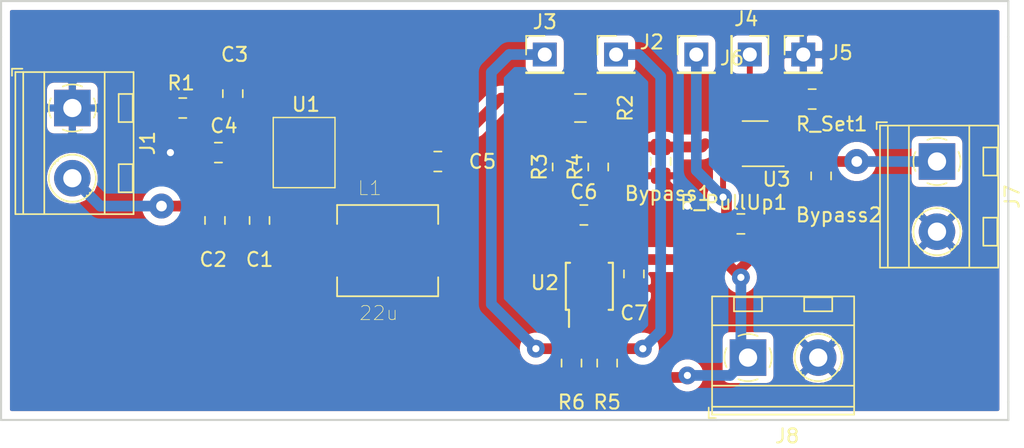
<source format=kicad_pcb>
(kicad_pcb (version 20171130) (host pcbnew "(5.1.0)-1")

  (general
    (thickness 1.6)
    (drawings 8)
    (tracks 126)
    (zones 0)
    (modules 29)
    (nets 24)
  )

  (page A4)
  (layers
    (0 F.Cu signal)
    (31 B.Cu signal)
    (32 B.Adhes user)
    (33 F.Adhes user)
    (34 B.Paste user)
    (35 F.Paste user)
    (36 B.SilkS user)
    (37 F.SilkS user)
    (38 B.Mask user)
    (39 F.Mask user)
    (40 Dwgs.User user)
    (41 Cmts.User user)
    (42 Eco1.User user)
    (43 Eco2.User user)
    (44 Edge.Cuts user)
    (45 Margin user)
    (46 B.CrtYd user)
    (47 F.CrtYd user)
    (48 B.Fab user)
    (49 F.Fab user)
  )

  (setup
    (last_trace_width 0.762)
    (user_trace_width 0.42)
    (user_trace_width 0.762)
    (trace_clearance 0.2)
    (zone_clearance 0.508)
    (zone_45_only no)
    (trace_min 0.2)
    (via_size 0.8)
    (via_drill 0.4)
    (via_min_size 0.4)
    (via_min_drill 0.3)
    (uvia_size 0.3)
    (uvia_drill 0.1)
    (uvias_allowed no)
    (uvia_min_size 0.2)
    (uvia_min_drill 0.1)
    (edge_width 0.15)
    (segment_width 0.2)
    (pcb_text_width 0.3)
    (pcb_text_size 1.5 1.5)
    (mod_edge_width 0.15)
    (mod_text_size 1 1)
    (mod_text_width 0.15)
    (pad_size 1.524 1.524)
    (pad_drill 0.762)
    (pad_to_mask_clearance 0.051)
    (solder_mask_min_width 0.25)
    (aux_axis_origin 0 0)
    (visible_elements 7FFDFFFF)
    (pcbplotparams
      (layerselection 0x010fc_ffffffff)
      (usegerberextensions false)
      (usegerberattributes false)
      (usegerberadvancedattributes false)
      (creategerberjobfile false)
      (excludeedgelayer true)
      (linewidth 0.100000)
      (plotframeref false)
      (viasonmask false)
      (mode 1)
      (useauxorigin false)
      (hpglpennumber 1)
      (hpglpenspeed 20)
      (hpglpendiameter 15.000000)
      (psnegative false)
      (psa4output false)
      (plotreference true)
      (plotvalue true)
      (plotinvisibletext false)
      (padsonsilk false)
      (subtractmaskfromsilk false)
      (outputformat 4)
      (mirror false)
      (drillshape 0)
      (scaleselection 1)
      (outputdirectory "./"))
  )

  (net 0 "")
  (net 1 GND)
  (net 2 "Net-(Bypass1-Pad2)")
  (net 3 "Net-(Bypass2-Pad2)")
  (net 4 +BATT)
  (net 5 "Net-(C3-Pad1)")
  (net 6 "Net-(C4-Pad1)")
  (net 7 "Net-(C5-Pad1)")
  (net 8 "Net-(C6-Pad2)")
  (net 9 "Net-(C6-Pad1)")
  (net 10 +3V3)
  (net 11 "Net-(J2-Pad1)")
  (net 12 "Net-(J3-Pad1)")
  (net 13 "Net-(J4-Pad1)")
  (net 14 "Net-(L1-Pad1)")
  (net 15 "Net-(R2-Pad2)")
  (net 16 "Net-(R2-Pad3)")
  (net 17 "Net-(R_Set1-Pad1)")
  (net 18 "Net-(U1-Pad2)")
  (net 19 "Net-(U1-Pad5)")
  (net 20 "Net-(U1-Pad12)")
  (net 21 "Net-(U1-Pad13)")
  (net 22 "Net-(U2-Pad3)")
  (net 23 "Net-(J6-Pad1)")

  (net_class Default "This is the default net class."
    (clearance 0.2)
    (trace_width 0.25)
    (via_dia 0.8)
    (via_drill 0.4)
    (uvia_dia 0.3)
    (uvia_drill 0.1)
    (add_net +3V3)
    (add_net +BATT)
    (add_net GND)
    (add_net "Net-(Bypass1-Pad2)")
    (add_net "Net-(Bypass2-Pad2)")
    (add_net "Net-(C3-Pad1)")
    (add_net "Net-(C4-Pad1)")
    (add_net "Net-(C5-Pad1)")
    (add_net "Net-(C6-Pad1)")
    (add_net "Net-(C6-Pad2)")
    (add_net "Net-(J2-Pad1)")
    (add_net "Net-(J3-Pad1)")
    (add_net "Net-(J4-Pad1)")
    (add_net "Net-(J6-Pad1)")
    (add_net "Net-(L1-Pad1)")
    (add_net "Net-(R2-Pad2)")
    (add_net "Net-(R2-Pad3)")
    (add_net "Net-(R_Set1-Pad1)")
    (add_net "Net-(U1-Pad12)")
    (add_net "Net-(U1-Pad13)")
    (add_net "Net-(U1-Pad2)")
    (add_net "Net-(U1-Pad5)")
    (add_net "Net-(U2-Pad3)")
  )

  (module Connector_PinHeader_2.54mm:PinHeader_1x01_P2.54mm_Vertical (layer F.Cu) (tedit 59FED5CC) (tstamp 5CE09927)
    (at 165.735 90.17 270)
    (descr "Through hole straight pin header, 1x01, 2.54mm pitch, single row")
    (tags "Through hole pin header THT 1x01 2.54mm single row")
    (path /5CC87463)
    (fp_text reference J4 (at -2.54 0.254) (layer F.SilkS)
      (effects (font (size 1 1) (thickness 0.15)))
    )
    (fp_text value Enable (at 0 2.33 270) (layer F.Fab)
      (effects (font (size 1 1) (thickness 0.15)))
    )
    (fp_line (start -0.635 -1.27) (end 1.27 -1.27) (layer F.Fab) (width 0.1))
    (fp_line (start 1.27 -1.27) (end 1.27 1.27) (layer F.Fab) (width 0.1))
    (fp_line (start 1.27 1.27) (end -1.27 1.27) (layer F.Fab) (width 0.1))
    (fp_line (start -1.27 1.27) (end -1.27 -0.635) (layer F.Fab) (width 0.1))
    (fp_line (start -1.27 -0.635) (end -0.635 -1.27) (layer F.Fab) (width 0.1))
    (fp_line (start -1.33 1.33) (end 1.33 1.33) (layer F.SilkS) (width 0.12))
    (fp_line (start -1.33 1.27) (end -1.33 1.33) (layer F.SilkS) (width 0.12))
    (fp_line (start 1.33 1.27) (end 1.33 1.33) (layer F.SilkS) (width 0.12))
    (fp_line (start -1.33 1.27) (end 1.33 1.27) (layer F.SilkS) (width 0.12))
    (fp_line (start -1.33 0) (end -1.33 -1.33) (layer F.SilkS) (width 0.12))
    (fp_line (start -1.33 -1.33) (end 0 -1.33) (layer F.SilkS) (width 0.12))
    (fp_line (start -1.8 -1.8) (end -1.8 1.8) (layer F.CrtYd) (width 0.05))
    (fp_line (start -1.8 1.8) (end 1.8 1.8) (layer F.CrtYd) (width 0.05))
    (fp_line (start 1.8 1.8) (end 1.8 -1.8) (layer F.CrtYd) (width 0.05))
    (fp_line (start 1.8 -1.8) (end -1.8 -1.8) (layer F.CrtYd) (width 0.05))
    (fp_text user %R (at 0 0) (layer F.Fab)
      (effects (font (size 1 1) (thickness 0.15)))
    )
    (pad 1 thru_hole rect (at 0 0 270) (size 1.7 1.7) (drill 1) (layers *.Cu *.Mask)
      (net 13 "Net-(J4-Pad1)"))
    (model ${KISYS3DMOD}/Connector_PinHeader_2.54mm.3dshapes/PinHeader_1x01_P2.54mm_Vertical.wrl
      (at (xyz 0 0 0))
      (scale (xyz 1 1 1))
      (rotate (xyz 0 0 0))
    )
  )

  (module Connector_PinHeader_2.54mm:PinHeader_1x01_P2.54mm_Vertical (layer F.Cu) (tedit 59FED5CC) (tstamp 5CE09913)
    (at 169.545 90.17)
    (descr "Through hole straight pin header, 1x01, 2.54mm pitch, single row")
    (tags "Through hole pin header THT 1x01 2.54mm single row")
    (path /5CC8B222)
    (fp_text reference J5 (at 2.667 -0.127) (layer F.SilkS)
      (effects (font (size 1 1) (thickness 0.15)))
    )
    (fp_text value GND (at 0 2.33) (layer F.Fab)
      (effects (font (size 1 1) (thickness 0.15)))
    )
    (fp_text user %R (at 0 0 90) (layer F.Fab)
      (effects (font (size 1 1) (thickness 0.15)))
    )
    (fp_line (start 1.8 -1.8) (end -1.8 -1.8) (layer F.CrtYd) (width 0.05))
    (fp_line (start 1.8 1.8) (end 1.8 -1.8) (layer F.CrtYd) (width 0.05))
    (fp_line (start -1.8 1.8) (end 1.8 1.8) (layer F.CrtYd) (width 0.05))
    (fp_line (start -1.8 -1.8) (end -1.8 1.8) (layer F.CrtYd) (width 0.05))
    (fp_line (start -1.33 -1.33) (end 0 -1.33) (layer F.SilkS) (width 0.12))
    (fp_line (start -1.33 0) (end -1.33 -1.33) (layer F.SilkS) (width 0.12))
    (fp_line (start -1.33 1.27) (end 1.33 1.27) (layer F.SilkS) (width 0.12))
    (fp_line (start 1.33 1.27) (end 1.33 1.33) (layer F.SilkS) (width 0.12))
    (fp_line (start -1.33 1.27) (end -1.33 1.33) (layer F.SilkS) (width 0.12))
    (fp_line (start -1.33 1.33) (end 1.33 1.33) (layer F.SilkS) (width 0.12))
    (fp_line (start -1.27 -0.635) (end -0.635 -1.27) (layer F.Fab) (width 0.1))
    (fp_line (start -1.27 1.27) (end -1.27 -0.635) (layer F.Fab) (width 0.1))
    (fp_line (start 1.27 1.27) (end -1.27 1.27) (layer F.Fab) (width 0.1))
    (fp_line (start 1.27 -1.27) (end 1.27 1.27) (layer F.Fab) (width 0.1))
    (fp_line (start -0.635 -1.27) (end 1.27 -1.27) (layer F.Fab) (width 0.1))
    (pad 1 thru_hole rect (at 0 0) (size 1.7 1.7) (drill 1) (layers *.Cu *.Mask)
      (net 1 GND))
    (model ${KISYS3DMOD}/Connector_PinHeader_2.54mm.3dshapes/PinHeader_1x01_P2.54mm_Vertical.wrl
      (at (xyz 0 0 0))
      (scale (xyz 1 1 1))
      (rotate (xyz 0 0 0))
    )
  )

  (module Connector_PinHeader_2.54mm:PinHeader_1x01_P2.54mm_Vertical (layer F.Cu) (tedit 59FED5CC) (tstamp 5CE098FF)
    (at 161.925 90.17)
    (descr "Through hole straight pin header, 1x01, 2.54mm pitch, single row")
    (tags "Through hole pin header THT 1x01 2.54mm single row")
    (path /5CC8B26A)
    (fp_text reference J6 (at 2.54 0.254) (layer F.SilkS)
      (effects (font (size 1 1) (thickness 0.15)))
    )
    (fp_text value Flag (at 0 2.33) (layer F.Fab)
      (effects (font (size 1 1) (thickness 0.15)))
    )
    (fp_line (start -0.635 -1.27) (end 1.27 -1.27) (layer F.Fab) (width 0.1))
    (fp_line (start 1.27 -1.27) (end 1.27 1.27) (layer F.Fab) (width 0.1))
    (fp_line (start 1.27 1.27) (end -1.27 1.27) (layer F.Fab) (width 0.1))
    (fp_line (start -1.27 1.27) (end -1.27 -0.635) (layer F.Fab) (width 0.1))
    (fp_line (start -1.27 -0.635) (end -0.635 -1.27) (layer F.Fab) (width 0.1))
    (fp_line (start -1.33 1.33) (end 1.33 1.33) (layer F.SilkS) (width 0.12))
    (fp_line (start -1.33 1.27) (end -1.33 1.33) (layer F.SilkS) (width 0.12))
    (fp_line (start 1.33 1.27) (end 1.33 1.33) (layer F.SilkS) (width 0.12))
    (fp_line (start -1.33 1.27) (end 1.33 1.27) (layer F.SilkS) (width 0.12))
    (fp_line (start -1.33 0) (end -1.33 -1.33) (layer F.SilkS) (width 0.12))
    (fp_line (start -1.33 -1.33) (end 0 -1.33) (layer F.SilkS) (width 0.12))
    (fp_line (start -1.8 -1.8) (end -1.8 1.8) (layer F.CrtYd) (width 0.05))
    (fp_line (start -1.8 1.8) (end 1.8 1.8) (layer F.CrtYd) (width 0.05))
    (fp_line (start 1.8 1.8) (end 1.8 -1.8) (layer F.CrtYd) (width 0.05))
    (fp_line (start 1.8 -1.8) (end -1.8 -1.8) (layer F.CrtYd) (width 0.05))
    (fp_text user %R (at 0 0 90) (layer F.Fab)
      (effects (font (size 1 1) (thickness 0.15)))
    )
    (pad 1 thru_hole rect (at 0 0) (size 1.7 1.7) (drill 1) (layers *.Cu *.Mask)
      (net 23 "Net-(J6-Pad1)"))
    (model ${KISYS3DMOD}/Connector_PinHeader_2.54mm.3dshapes/PinHeader_1x01_P2.54mm_Vertical.wrl
      (at (xyz 0 0 0))
      (scale (xyz 1 1 1))
      (rotate (xyz 0 0 0))
    )
  )

  (module TerminalBlock_MetzConnect:TerminalBlock_MetzConnect_Type094_RT03502HBLU_1x02_P5.00mm_Horizontal (layer F.Cu) (tedit 5B294E9C) (tstamp 5CE09742)
    (at 165.608 111.76)
    (descr "terminal block Metz Connect Type094_RT03502HBLU, 2 pins, pitch 5mm, size 10x8.3mm^2, drill diamater 1.3mm, pad diameter 2.6mm, see http://www.metz-connect.com/ru/system/files/productfiles/Data_sheet_310941_RT035xxHBLU_OFF-022742T.pdf, script-generated using https://github.com/pointhi/kicad-footprint-generator/scripts/TerminalBlock_MetzConnect")
    (tags "THT terminal block Metz Connect Type094_RT03502HBLU pitch 5mm size 10x8.3mm^2 drill 1.3mm pad 2.6mm")
    (path /5CAE3D59)
    (fp_text reference J8 (at 2.794 5.588) (layer F.SilkS)
      (effects (font (size 1 1) (thickness 0.15)))
    )
    (fp_text value Screw_Terminal_01x02 (at 2.5 5.06) (layer F.Fab)
      (effects (font (size 1 1) (thickness 0.15)))
    )
    (fp_text user %R (at 2.5 2.75) (layer F.Fab)
      (effects (font (size 1 1) (thickness 0.15)))
    )
    (fp_line (start 8 -4.81) (end -3 -4.81) (layer F.CrtYd) (width 0.05))
    (fp_line (start 8 4.5) (end 8 -4.81) (layer F.CrtYd) (width 0.05))
    (fp_line (start -3 4.5) (end 8 4.5) (layer F.CrtYd) (width 0.05))
    (fp_line (start -3 -4.81) (end -3 4.5) (layer F.CrtYd) (width 0.05))
    (fp_line (start -2.8 4.3) (end -2.3 4.3) (layer F.SilkS) (width 0.12))
    (fp_line (start -2.8 3.56) (end -2.8 4.3) (layer F.SilkS) (width 0.12))
    (fp_line (start 6 -4.3) (end 6 -3.3) (layer F.SilkS) (width 0.12))
    (fp_line (start 4 -4.3) (end 4 -3.3) (layer F.SilkS) (width 0.12))
    (fp_line (start 4 -3.3) (end 6 -3.3) (layer F.SilkS) (width 0.12))
    (fp_line (start 4 -4.3) (end 6 -4.3) (layer F.SilkS) (width 0.12))
    (fp_line (start 6 -4.3) (end 4 -4.3) (layer F.Fab) (width 0.1))
    (fp_line (start 6 -3.3) (end 6 -4.3) (layer F.Fab) (width 0.1))
    (fp_line (start 4 -3.3) (end 6 -3.3) (layer F.Fab) (width 0.1))
    (fp_line (start 4 -4.3) (end 4 -3.3) (layer F.Fab) (width 0.1))
    (fp_line (start 3.773 1.023) (end 3.726 1.069) (layer F.SilkS) (width 0.12))
    (fp_line (start 6.07 -1.275) (end 6.035 -1.239) (layer F.SilkS) (width 0.12))
    (fp_line (start 3.966 1.239) (end 3.931 1.274) (layer F.SilkS) (width 0.12))
    (fp_line (start 6.275 -1.069) (end 6.228 -1.023) (layer F.SilkS) (width 0.12))
    (fp_line (start 5.955 -1.138) (end 3.863 0.955) (layer F.Fab) (width 0.1))
    (fp_line (start 6.138 -0.955) (end 4.046 1.138) (layer F.Fab) (width 0.1))
    (fp_line (start 1 -4.3) (end 1 -3.3) (layer F.SilkS) (width 0.12))
    (fp_line (start -1 -4.3) (end -1 -3.3) (layer F.SilkS) (width 0.12))
    (fp_line (start -1 -3.3) (end 1 -3.3) (layer F.SilkS) (width 0.12))
    (fp_line (start -1 -4.3) (end 1 -4.3) (layer F.SilkS) (width 0.12))
    (fp_line (start 1 -4.3) (end -1 -4.3) (layer F.Fab) (width 0.1))
    (fp_line (start 1 -3.3) (end 1 -4.3) (layer F.Fab) (width 0.1))
    (fp_line (start -1 -3.3) (end 1 -3.3) (layer F.Fab) (width 0.1))
    (fp_line (start -1 -4.3) (end -1 -3.3) (layer F.Fab) (width 0.1))
    (fp_line (start 0.955 -1.138) (end -1.138 0.955) (layer F.Fab) (width 0.1))
    (fp_line (start 1.138 -0.955) (end -0.955 1.138) (layer F.Fab) (width 0.1))
    (fp_line (start 7.56 -4.36) (end 7.56 4.06) (layer F.SilkS) (width 0.12))
    (fp_line (start -2.56 -4.36) (end -2.56 4.06) (layer F.SilkS) (width 0.12))
    (fp_line (start -2.56 4.06) (end 7.56 4.06) (layer F.SilkS) (width 0.12))
    (fp_line (start -2.56 -4.36) (end 7.56 -4.36) (layer F.SilkS) (width 0.12))
    (fp_line (start -2.56 -2.301) (end 7.56 -2.301) (layer F.SilkS) (width 0.12))
    (fp_line (start -2.5 -2.3) (end 7.5 -2.3) (layer F.Fab) (width 0.1))
    (fp_line (start -2.56 2) (end 7.56 2) (layer F.SilkS) (width 0.12))
    (fp_line (start -2.5 2) (end 7.5 2) (layer F.Fab) (width 0.1))
    (fp_line (start -2.56 3.5) (end 7.56 3.5) (layer F.SilkS) (width 0.12))
    (fp_line (start -2.5 3.5) (end 7.5 3.5) (layer F.Fab) (width 0.1))
    (fp_line (start -2.5 3.5) (end -2.5 -4.3) (layer F.Fab) (width 0.1))
    (fp_line (start -2 4) (end -2.5 3.5) (layer F.Fab) (width 0.1))
    (fp_line (start 7.5 4) (end -2 4) (layer F.Fab) (width 0.1))
    (fp_line (start 7.5 -4.3) (end 7.5 4) (layer F.Fab) (width 0.1))
    (fp_line (start -2.5 -4.3) (end 7.5 -4.3) (layer F.Fab) (width 0.1))
    (fp_circle (center 5 0) (end 6.68 0) (layer F.SilkS) (width 0.12))
    (fp_circle (center 5 0) (end 6.5 0) (layer F.Fab) (width 0.1))
    (fp_circle (center 0 0) (end 1.5 0) (layer F.Fab) (width 0.1))
    (fp_arc (start 0 0) (end -0.684 1.535) (angle -25) (layer F.SilkS) (width 0.12))
    (fp_arc (start 0 0) (end -1.535 -0.684) (angle -48) (layer F.SilkS) (width 0.12))
    (fp_arc (start 0 0) (end 0.684 -1.535) (angle -48) (layer F.SilkS) (width 0.12))
    (fp_arc (start 0 0) (end 1.535 0.684) (angle -48) (layer F.SilkS) (width 0.12))
    (fp_arc (start 0 0) (end 0 1.68) (angle -24) (layer F.SilkS) (width 0.12))
    (pad 2 thru_hole circle (at 5 0) (size 2.6 2.6) (drill 1.3) (layers *.Cu *.Mask)
      (net 1 GND))
    (pad 1 thru_hole rect (at 0 0) (size 2.6 2.6) (drill 1.3) (layers *.Cu *.Mask)
      (net 10 +3V3))
    (model ${KISYS3DMOD}/TerminalBlock_MetzConnect.3dshapes/TerminalBlock_MetzConnect_Type094_RT03502HBLU_1x02_P5.00mm_Horizontal.wrl
      (at (xyz 0 0 0))
      (scale (xyz 1 1 1))
      (rotate (xyz 0 0 0))
    )
  )

  (module TerminalBlock_MetzConnect:TerminalBlock_MetzConnect_Type094_RT03502HBLU_1x02_P5.00mm_Horizontal (layer F.Cu) (tedit 5B294E9C) (tstamp 5CE09690)
    (at 179.07 97.79 270)
    (descr "terminal block Metz Connect Type094_RT03502HBLU, 2 pins, pitch 5mm, size 10x8.3mm^2, drill diamater 1.3mm, pad diameter 2.6mm, see http://www.metz-connect.com/ru/system/files/productfiles/Data_sheet_310941_RT035xxHBLU_OFF-022742T.pdf, script-generated using https://github.com/pointhi/kicad-footprint-generator/scripts/TerminalBlock_MetzConnect")
    (tags "THT terminal block Metz Connect Type094_RT03502HBLU pitch 5mm size 10x8.3mm^2 drill 1.3mm pad 2.6mm")
    (path /5CAE2D19)
    (fp_text reference J7 (at 2.5 -5.36 270) (layer F.SilkS)
      (effects (font (size 1 1) (thickness 0.15)))
    )
    (fp_text value Screw_Terminal_01x02 (at 2.5 5.06 270) (layer F.Fab)
      (effects (font (size 1 1) (thickness 0.15)))
    )
    (fp_arc (start 0 0) (end 0 1.68) (angle -24) (layer F.SilkS) (width 0.12))
    (fp_arc (start 0 0) (end 1.535 0.684) (angle -48) (layer F.SilkS) (width 0.12))
    (fp_arc (start 0 0) (end 0.684 -1.535) (angle -48) (layer F.SilkS) (width 0.12))
    (fp_arc (start 0 0) (end -1.535 -0.684) (angle -48) (layer F.SilkS) (width 0.12))
    (fp_arc (start 0 0) (end -0.684 1.535) (angle -25) (layer F.SilkS) (width 0.12))
    (fp_circle (center 0 0) (end 1.5 0) (layer F.Fab) (width 0.1))
    (fp_circle (center 5 0) (end 6.5 0) (layer F.Fab) (width 0.1))
    (fp_circle (center 5 0) (end 6.68 0) (layer F.SilkS) (width 0.12))
    (fp_line (start -2.5 -4.3) (end 7.5 -4.3) (layer F.Fab) (width 0.1))
    (fp_line (start 7.5 -4.3) (end 7.5 4) (layer F.Fab) (width 0.1))
    (fp_line (start 7.5 4) (end -2 4) (layer F.Fab) (width 0.1))
    (fp_line (start -2 4) (end -2.5 3.5) (layer F.Fab) (width 0.1))
    (fp_line (start -2.5 3.5) (end -2.5 -4.3) (layer F.Fab) (width 0.1))
    (fp_line (start -2.5 3.5) (end 7.5 3.5) (layer F.Fab) (width 0.1))
    (fp_line (start -2.56 3.5) (end 7.56 3.5) (layer F.SilkS) (width 0.12))
    (fp_line (start -2.5 2) (end 7.5 2) (layer F.Fab) (width 0.1))
    (fp_line (start -2.56 2) (end 7.56 2) (layer F.SilkS) (width 0.12))
    (fp_line (start -2.5 -2.3) (end 7.5 -2.3) (layer F.Fab) (width 0.1))
    (fp_line (start -2.56 -2.301) (end 7.56 -2.301) (layer F.SilkS) (width 0.12))
    (fp_line (start -2.56 -4.36) (end 7.56 -4.36) (layer F.SilkS) (width 0.12))
    (fp_line (start -2.56 4.06) (end 7.56 4.06) (layer F.SilkS) (width 0.12))
    (fp_line (start -2.56 -4.36) (end -2.56 4.06) (layer F.SilkS) (width 0.12))
    (fp_line (start 7.56 -4.36) (end 7.56 4.06) (layer F.SilkS) (width 0.12))
    (fp_line (start 1.138 -0.955) (end -0.955 1.138) (layer F.Fab) (width 0.1))
    (fp_line (start 0.955 -1.138) (end -1.138 0.955) (layer F.Fab) (width 0.1))
    (fp_line (start -1 -4.3) (end -1 -3.3) (layer F.Fab) (width 0.1))
    (fp_line (start -1 -3.3) (end 1 -3.3) (layer F.Fab) (width 0.1))
    (fp_line (start 1 -3.3) (end 1 -4.3) (layer F.Fab) (width 0.1))
    (fp_line (start 1 -4.3) (end -1 -4.3) (layer F.Fab) (width 0.1))
    (fp_line (start -1 -4.3) (end 1 -4.3) (layer F.SilkS) (width 0.12))
    (fp_line (start -1 -3.3) (end 1 -3.3) (layer F.SilkS) (width 0.12))
    (fp_line (start -1 -4.3) (end -1 -3.3) (layer F.SilkS) (width 0.12))
    (fp_line (start 1 -4.3) (end 1 -3.3) (layer F.SilkS) (width 0.12))
    (fp_line (start 6.138 -0.955) (end 4.046 1.138) (layer F.Fab) (width 0.1))
    (fp_line (start 5.955 -1.138) (end 3.863 0.955) (layer F.Fab) (width 0.1))
    (fp_line (start 6.275 -1.069) (end 6.228 -1.023) (layer F.SilkS) (width 0.12))
    (fp_line (start 3.966 1.239) (end 3.931 1.274) (layer F.SilkS) (width 0.12))
    (fp_line (start 6.07 -1.275) (end 6.035 -1.239) (layer F.SilkS) (width 0.12))
    (fp_line (start 3.773 1.023) (end 3.726 1.069) (layer F.SilkS) (width 0.12))
    (fp_line (start 4 -4.3) (end 4 -3.3) (layer F.Fab) (width 0.1))
    (fp_line (start 4 -3.3) (end 6 -3.3) (layer F.Fab) (width 0.1))
    (fp_line (start 6 -3.3) (end 6 -4.3) (layer F.Fab) (width 0.1))
    (fp_line (start 6 -4.3) (end 4 -4.3) (layer F.Fab) (width 0.1))
    (fp_line (start 4 -4.3) (end 6 -4.3) (layer F.SilkS) (width 0.12))
    (fp_line (start 4 -3.3) (end 6 -3.3) (layer F.SilkS) (width 0.12))
    (fp_line (start 4 -4.3) (end 4 -3.3) (layer F.SilkS) (width 0.12))
    (fp_line (start 6 -4.3) (end 6 -3.3) (layer F.SilkS) (width 0.12))
    (fp_line (start -2.8 3.56) (end -2.8 4.3) (layer F.SilkS) (width 0.12))
    (fp_line (start -2.8 4.3) (end -2.3 4.3) (layer F.SilkS) (width 0.12))
    (fp_line (start -3 -4.81) (end -3 4.5) (layer F.CrtYd) (width 0.05))
    (fp_line (start -3 4.5) (end 8 4.5) (layer F.CrtYd) (width 0.05))
    (fp_line (start 8 4.5) (end 8 -4.81) (layer F.CrtYd) (width 0.05))
    (fp_line (start 8 -4.81) (end -3 -4.81) (layer F.CrtYd) (width 0.05))
    (fp_text user %R (at 2.5 2.75 270) (layer F.Fab)
      (effects (font (size 1 1) (thickness 0.15)))
    )
    (pad 1 thru_hole rect (at 0 0 270) (size 2.6 2.6) (drill 1.3) (layers *.Cu *.Mask)
      (net 3 "Net-(Bypass2-Pad2)"))
    (pad 2 thru_hole circle (at 5 0 270) (size 2.6 2.6) (drill 1.3) (layers *.Cu *.Mask)
      (net 1 GND))
    (model ${KISYS3DMOD}/TerminalBlock_MetzConnect.3dshapes/TerminalBlock_MetzConnect_Type094_RT03502HBLU_1x02_P5.00mm_Horizontal.wrl
      (at (xyz 0 0 0))
      (scale (xyz 1 1 1))
      (rotate (xyz 0 0 0))
    )
  )

  (module Capacitor_SMD:C_0805_2012Metric_Pad1.15x1.40mm_HandSolder (layer F.Cu) (tedit 5B36C52B) (tstamp 5CE03DFD)
    (at 159.385 97.781 90)
    (descr "Capacitor SMD 0805 (2012 Metric), square (rectangular) end terminal, IPC_7351 nominal with elongated pad for handsoldering. (Body size source: https://docs.google.com/spreadsheets/d/1BsfQQcO9C6DZCsRaXUlFlo91Tg2WpOkGARC1WS5S8t0/edit?usp=sharing), generated with kicad-footprint-generator")
    (tags "capacitor handsolder")
    (path /5CAE2F33)
    (attr smd)
    (fp_text reference Bypass1 (at -2.295 0.508 180) (layer F.SilkS)
      (effects (font (size 1 1) (thickness 0.15)))
    )
    (fp_text value 1uF (at 0 1.65 90) (layer F.Fab)
      (effects (font (size 1 1) (thickness 0.15)))
    )
    (fp_line (start -1 0.6) (end -1 -0.6) (layer F.Fab) (width 0.1))
    (fp_line (start -1 -0.6) (end 1 -0.6) (layer F.Fab) (width 0.1))
    (fp_line (start 1 -0.6) (end 1 0.6) (layer F.Fab) (width 0.1))
    (fp_line (start 1 0.6) (end -1 0.6) (layer F.Fab) (width 0.1))
    (fp_line (start -0.261252 -0.71) (end 0.261252 -0.71) (layer F.SilkS) (width 0.12))
    (fp_line (start -0.261252 0.71) (end 0.261252 0.71) (layer F.SilkS) (width 0.12))
    (fp_line (start -1.85 0.95) (end -1.85 -0.95) (layer F.CrtYd) (width 0.05))
    (fp_line (start -1.85 -0.95) (end 1.85 -0.95) (layer F.CrtYd) (width 0.05))
    (fp_line (start 1.85 -0.95) (end 1.85 0.95) (layer F.CrtYd) (width 0.05))
    (fp_line (start 1.85 0.95) (end -1.85 0.95) (layer F.CrtYd) (width 0.05))
    (fp_text user %R (at 0 0 90) (layer F.Fab)
      (effects (font (size 0.5 0.5) (thickness 0.08)))
    )
    (pad 1 smd roundrect (at -1.025 0 90) (size 1.15 1.4) (layers F.Cu F.Paste F.Mask) (roundrect_rratio 0.217391)
      (net 1 GND))
    (pad 2 smd roundrect (at 1.025 0 90) (size 1.15 1.4) (layers F.Cu F.Paste F.Mask) (roundrect_rratio 0.217391)
      (net 2 "Net-(Bypass1-Pad2)"))
    (model ${KISYS3DMOD}/Capacitor_SMD.3dshapes/C_0805_2012Metric.wrl
      (at (xyz 0 0 0))
      (scale (xyz 1 1 1))
      (rotate (xyz 0 0 0))
    )
  )

  (module Capacitor_SMD:C_0805_2012Metric_Pad1.15x1.40mm_HandSolder (layer F.Cu) (tedit 5B36C52B) (tstamp 5CE03E0E)
    (at 170.815 98.815 90)
    (descr "Capacitor SMD 0805 (2012 Metric), square (rectangular) end terminal, IPC_7351 nominal with elongated pad for handsoldering. (Body size source: https://docs.google.com/spreadsheets/d/1BsfQQcO9C6DZCsRaXUlFlo91Tg2WpOkGARC1WS5S8t0/edit?usp=sharing), generated with kicad-footprint-generator")
    (tags "capacitor handsolder")
    (path /5CAE2DCB)
    (attr smd)
    (fp_text reference Bypass2 (at -2.785 1.27 180) (layer F.SilkS)
      (effects (font (size 1 1) (thickness 0.15)))
    )
    (fp_text value 1uF (at 0 1.65 90) (layer F.Fab)
      (effects (font (size 1 1) (thickness 0.15)))
    )
    (fp_text user %R (at 0 0 90) (layer F.Fab)
      (effects (font (size 0.5 0.5) (thickness 0.08)))
    )
    (fp_line (start 1.85 0.95) (end -1.85 0.95) (layer F.CrtYd) (width 0.05))
    (fp_line (start 1.85 -0.95) (end 1.85 0.95) (layer F.CrtYd) (width 0.05))
    (fp_line (start -1.85 -0.95) (end 1.85 -0.95) (layer F.CrtYd) (width 0.05))
    (fp_line (start -1.85 0.95) (end -1.85 -0.95) (layer F.CrtYd) (width 0.05))
    (fp_line (start -0.261252 0.71) (end 0.261252 0.71) (layer F.SilkS) (width 0.12))
    (fp_line (start -0.261252 -0.71) (end 0.261252 -0.71) (layer F.SilkS) (width 0.12))
    (fp_line (start 1 0.6) (end -1 0.6) (layer F.Fab) (width 0.1))
    (fp_line (start 1 -0.6) (end 1 0.6) (layer F.Fab) (width 0.1))
    (fp_line (start -1 -0.6) (end 1 -0.6) (layer F.Fab) (width 0.1))
    (fp_line (start -1 0.6) (end -1 -0.6) (layer F.Fab) (width 0.1))
    (pad 2 smd roundrect (at 1.025 0 90) (size 1.15 1.4) (layers F.Cu F.Paste F.Mask) (roundrect_rratio 0.217391)
      (net 3 "Net-(Bypass2-Pad2)"))
    (pad 1 smd roundrect (at -1.025 0 90) (size 1.15 1.4) (layers F.Cu F.Paste F.Mask) (roundrect_rratio 0.217391)
      (net 1 GND))
    (model ${KISYS3DMOD}/Capacitor_SMD.3dshapes/C_0805_2012Metric.wrl
      (at (xyz 0 0 0))
      (scale (xyz 1 1 1))
      (rotate (xyz 0 0 0))
    )
  )

  (module Capacitor_SMD:C_0805_2012Metric_Pad1.15x1.40mm_HandSolder (layer F.Cu) (tedit 5B36C52B) (tstamp 5CE03E1F)
    (at 130.81 101.99 270)
    (descr "Capacitor SMD 0805 (2012 Metric), square (rectangular) end terminal, IPC_7351 nominal with elongated pad for handsoldering. (Body size source: https://docs.google.com/spreadsheets/d/1BsfQQcO9C6DZCsRaXUlFlo91Tg2WpOkGARC1WS5S8t0/edit?usp=sharing), generated with kicad-footprint-generator")
    (tags "capacitor handsolder")
    (path /5CBC65A7)
    (attr smd)
    (fp_text reference C1 (at 2.785 0) (layer F.SilkS)
      (effects (font (size 1 1) (thickness 0.15)))
    )
    (fp_text value 1u (at 0 1.65 270) (layer F.Fab)
      (effects (font (size 1 1) (thickness 0.15)))
    )
    (fp_text user %R (at 0 0 270) (layer F.Fab)
      (effects (font (size 0.5 0.5) (thickness 0.08)))
    )
    (fp_line (start 1.85 0.95) (end -1.85 0.95) (layer F.CrtYd) (width 0.05))
    (fp_line (start 1.85 -0.95) (end 1.85 0.95) (layer F.CrtYd) (width 0.05))
    (fp_line (start -1.85 -0.95) (end 1.85 -0.95) (layer F.CrtYd) (width 0.05))
    (fp_line (start -1.85 0.95) (end -1.85 -0.95) (layer F.CrtYd) (width 0.05))
    (fp_line (start -0.261252 0.71) (end 0.261252 0.71) (layer F.SilkS) (width 0.12))
    (fp_line (start -0.261252 -0.71) (end 0.261252 -0.71) (layer F.SilkS) (width 0.12))
    (fp_line (start 1 0.6) (end -1 0.6) (layer F.Fab) (width 0.1))
    (fp_line (start 1 -0.6) (end 1 0.6) (layer F.Fab) (width 0.1))
    (fp_line (start -1 -0.6) (end 1 -0.6) (layer F.Fab) (width 0.1))
    (fp_line (start -1 0.6) (end -1 -0.6) (layer F.Fab) (width 0.1))
    (pad 2 smd roundrect (at 1.025 0 270) (size 1.15 1.4) (layers F.Cu F.Paste F.Mask) (roundrect_rratio 0.217391)
      (net 1 GND))
    (pad 1 smd roundrect (at -1.025 0 270) (size 1.15 1.4) (layers F.Cu F.Paste F.Mask) (roundrect_rratio 0.217391)
      (net 4 +BATT))
    (model ${KISYS3DMOD}/Capacitor_SMD.3dshapes/C_0805_2012Metric.wrl
      (at (xyz 0 0 0))
      (scale (xyz 1 1 1))
      (rotate (xyz 0 0 0))
    )
  )

  (module Capacitor_SMD:C_0805_2012Metric_Pad1.15x1.40mm_HandSolder (layer F.Cu) (tedit 5B36C52B) (tstamp 5CE03E30)
    (at 127.635 101.99 270)
    (descr "Capacitor SMD 0805 (2012 Metric), square (rectangular) end terminal, IPC_7351 nominal with elongated pad for handsoldering. (Body size source: https://docs.google.com/spreadsheets/d/1BsfQQcO9C6DZCsRaXUlFlo91Tg2WpOkGARC1WS5S8t0/edit?usp=sharing), generated with kicad-footprint-generator")
    (tags "capacitor handsolder")
    (path /5CBC65AE)
    (attr smd)
    (fp_text reference C2 (at 2.785 0.127) (layer F.SilkS)
      (effects (font (size 1 1) (thickness 0.15)))
    )
    (fp_text value 47u (at 0 1.65 270) (layer F.Fab)
      (effects (font (size 1 1) (thickness 0.15)))
    )
    (fp_line (start -1 0.6) (end -1 -0.6) (layer F.Fab) (width 0.1))
    (fp_line (start -1 -0.6) (end 1 -0.6) (layer F.Fab) (width 0.1))
    (fp_line (start 1 -0.6) (end 1 0.6) (layer F.Fab) (width 0.1))
    (fp_line (start 1 0.6) (end -1 0.6) (layer F.Fab) (width 0.1))
    (fp_line (start -0.261252 -0.71) (end 0.261252 -0.71) (layer F.SilkS) (width 0.12))
    (fp_line (start -0.261252 0.71) (end 0.261252 0.71) (layer F.SilkS) (width 0.12))
    (fp_line (start -1.85 0.95) (end -1.85 -0.95) (layer F.CrtYd) (width 0.05))
    (fp_line (start -1.85 -0.95) (end 1.85 -0.95) (layer F.CrtYd) (width 0.05))
    (fp_line (start 1.85 -0.95) (end 1.85 0.95) (layer F.CrtYd) (width 0.05))
    (fp_line (start 1.85 0.95) (end -1.85 0.95) (layer F.CrtYd) (width 0.05))
    (fp_text user %R (at 0 0 270) (layer F.Fab)
      (effects (font (size 0.5 0.5) (thickness 0.08)))
    )
    (pad 1 smd roundrect (at -1.025 0 270) (size 1.15 1.4) (layers F.Cu F.Paste F.Mask) (roundrect_rratio 0.217391)
      (net 4 +BATT))
    (pad 2 smd roundrect (at 1.025 0 270) (size 1.15 1.4) (layers F.Cu F.Paste F.Mask) (roundrect_rratio 0.217391)
      (net 1 GND))
    (model ${KISYS3DMOD}/Capacitor_SMD.3dshapes/C_0805_2012Metric.wrl
      (at (xyz 0 0 0))
      (scale (xyz 1 1 1))
      (rotate (xyz 0 0 0))
    )
  )

  (module Capacitor_SMD:C_0805_2012Metric_Pad1.15x1.40mm_HandSolder (layer F.Cu) (tedit 5B36C52B) (tstamp 5CE03E41)
    (at 128.905 92.955 90)
    (descr "Capacitor SMD 0805 (2012 Metric), square (rectangular) end terminal, IPC_7351 nominal with elongated pad for handsoldering. (Body size source: https://docs.google.com/spreadsheets/d/1BsfQQcO9C6DZCsRaXUlFlo91Tg2WpOkGARC1WS5S8t0/edit?usp=sharing), generated with kicad-footprint-generator")
    (tags "capacitor handsolder")
    (path /5CBC6597)
    (attr smd)
    (fp_text reference C3 (at 2.785 0.127 180) (layer F.SilkS)
      (effects (font (size 1 1) (thickness 0.15)))
    )
    (fp_text value 1u (at 0 1.65 90) (layer F.Fab)
      (effects (font (size 1 1) (thickness 0.15)))
    )
    (fp_line (start -1 0.6) (end -1 -0.6) (layer F.Fab) (width 0.1))
    (fp_line (start -1 -0.6) (end 1 -0.6) (layer F.Fab) (width 0.1))
    (fp_line (start 1 -0.6) (end 1 0.6) (layer F.Fab) (width 0.1))
    (fp_line (start 1 0.6) (end -1 0.6) (layer F.Fab) (width 0.1))
    (fp_line (start -0.261252 -0.71) (end 0.261252 -0.71) (layer F.SilkS) (width 0.12))
    (fp_line (start -0.261252 0.71) (end 0.261252 0.71) (layer F.SilkS) (width 0.12))
    (fp_line (start -1.85 0.95) (end -1.85 -0.95) (layer F.CrtYd) (width 0.05))
    (fp_line (start -1.85 -0.95) (end 1.85 -0.95) (layer F.CrtYd) (width 0.05))
    (fp_line (start 1.85 -0.95) (end 1.85 0.95) (layer F.CrtYd) (width 0.05))
    (fp_line (start 1.85 0.95) (end -1.85 0.95) (layer F.CrtYd) (width 0.05))
    (fp_text user %R (at 0 0 90) (layer F.Fab)
      (effects (font (size 0.5 0.5) (thickness 0.08)))
    )
    (pad 1 smd roundrect (at -1.025 0 90) (size 1.15 1.4) (layers F.Cu F.Paste F.Mask) (roundrect_rratio 0.217391)
      (net 5 "Net-(C3-Pad1)"))
    (pad 2 smd roundrect (at 1.025 0 90) (size 1.15 1.4) (layers F.Cu F.Paste F.Mask) (roundrect_rratio 0.217391)
      (net 1 GND))
    (model ${KISYS3DMOD}/Capacitor_SMD.3dshapes/C_0805_2012Metric.wrl
      (at (xyz 0 0 0))
      (scale (xyz 1 1 1))
      (rotate (xyz 0 0 0))
    )
  )

  (module Capacitor_SMD:C_0805_2012Metric_Pad1.15x1.40mm_HandSolder (layer F.Cu) (tedit 5B36C52B) (tstamp 5CE03E52)
    (at 127.88 97.155 180)
    (descr "Capacitor SMD 0805 (2012 Metric), square (rectangular) end terminal, IPC_7351 nominal with elongated pad for handsoldering. (Body size source: https://docs.google.com/spreadsheets/d/1BsfQQcO9C6DZCsRaXUlFlo91Tg2WpOkGARC1WS5S8t0/edit?usp=sharing), generated with kicad-footprint-generator")
    (tags "capacitor handsolder")
    (path /5CBC6589)
    (attr smd)
    (fp_text reference C4 (at -0.39 1.905 180) (layer F.SilkS)
      (effects (font (size 1 1) (thickness 0.15)))
    )
    (fp_text value 3.3n (at 0 1.65 180) (layer F.Fab)
      (effects (font (size 1 1) (thickness 0.15)))
    )
    (fp_text user %R (at 0 0 180) (layer F.Fab)
      (effects (font (size 0.5 0.5) (thickness 0.08)))
    )
    (fp_line (start 1.85 0.95) (end -1.85 0.95) (layer F.CrtYd) (width 0.05))
    (fp_line (start 1.85 -0.95) (end 1.85 0.95) (layer F.CrtYd) (width 0.05))
    (fp_line (start -1.85 -0.95) (end 1.85 -0.95) (layer F.CrtYd) (width 0.05))
    (fp_line (start -1.85 0.95) (end -1.85 -0.95) (layer F.CrtYd) (width 0.05))
    (fp_line (start -0.261252 0.71) (end 0.261252 0.71) (layer F.SilkS) (width 0.12))
    (fp_line (start -0.261252 -0.71) (end 0.261252 -0.71) (layer F.SilkS) (width 0.12))
    (fp_line (start 1 0.6) (end -1 0.6) (layer F.Fab) (width 0.1))
    (fp_line (start 1 -0.6) (end 1 0.6) (layer F.Fab) (width 0.1))
    (fp_line (start -1 -0.6) (end 1 -0.6) (layer F.Fab) (width 0.1))
    (fp_line (start -1 0.6) (end -1 -0.6) (layer F.Fab) (width 0.1))
    (pad 2 smd roundrect (at 1.025 0 180) (size 1.15 1.4) (layers F.Cu F.Paste F.Mask) (roundrect_rratio 0.217391)
      (net 1 GND))
    (pad 1 smd roundrect (at -1.025 0 180) (size 1.15 1.4) (layers F.Cu F.Paste F.Mask) (roundrect_rratio 0.217391)
      (net 6 "Net-(C4-Pad1)"))
    (model ${KISYS3DMOD}/Capacitor_SMD.3dshapes/C_0805_2012Metric.wrl
      (at (xyz 0 0 0))
      (scale (xyz 1 1 1))
      (rotate (xyz 0 0 0))
    )
  )

  (module Capacitor_SMD:C_0805_2012Metric_Pad1.15x1.40mm_HandSolder (layer F.Cu) (tedit 5B36C52B) (tstamp 5CE03E63)
    (at 143.51 97.79)
    (descr "Capacitor SMD 0805 (2012 Metric), square (rectangular) end terminal, IPC_7351 nominal with elongated pad for handsoldering. (Body size source: https://docs.google.com/spreadsheets/d/1BsfQQcO9C6DZCsRaXUlFlo91Tg2WpOkGARC1WS5S8t0/edit?usp=sharing), generated with kicad-footprint-generator")
    (tags "capacitor handsolder")
    (path /5CBC6590)
    (attr smd)
    (fp_text reference C5 (at 3.175 0 -180) (layer F.SilkS)
      (effects (font (size 1 1) (thickness 0.15)))
    )
    (fp_text value 100u (at 0 1.65) (layer F.Fab)
      (effects (font (size 1 1) (thickness 0.15)))
    )
    (fp_line (start -1 0.6) (end -1 -0.6) (layer F.Fab) (width 0.1))
    (fp_line (start -1 -0.6) (end 1 -0.6) (layer F.Fab) (width 0.1))
    (fp_line (start 1 -0.6) (end 1 0.6) (layer F.Fab) (width 0.1))
    (fp_line (start 1 0.6) (end -1 0.6) (layer F.Fab) (width 0.1))
    (fp_line (start -0.261252 -0.71) (end 0.261252 -0.71) (layer F.SilkS) (width 0.12))
    (fp_line (start -0.261252 0.71) (end 0.261252 0.71) (layer F.SilkS) (width 0.12))
    (fp_line (start -1.85 0.95) (end -1.85 -0.95) (layer F.CrtYd) (width 0.05))
    (fp_line (start -1.85 -0.95) (end 1.85 -0.95) (layer F.CrtYd) (width 0.05))
    (fp_line (start 1.85 -0.95) (end 1.85 0.95) (layer F.CrtYd) (width 0.05))
    (fp_line (start 1.85 0.95) (end -1.85 0.95) (layer F.CrtYd) (width 0.05))
    (fp_text user %R (at 0 0) (layer F.Fab)
      (effects (font (size 0.5 0.5) (thickness 0.08)))
    )
    (pad 1 smd roundrect (at -1.025 0) (size 1.15 1.4) (layers F.Cu F.Paste F.Mask) (roundrect_rratio 0.217391)
      (net 7 "Net-(C5-Pad1)"))
    (pad 2 smd roundrect (at 1.025 0) (size 1.15 1.4) (layers F.Cu F.Paste F.Mask) (roundrect_rratio 0.217391)
      (net 1 GND))
    (model ${KISYS3DMOD}/Capacitor_SMD.3dshapes/C_0805_2012Metric.wrl
      (at (xyz 0 0 0))
      (scale (xyz 1 1 1))
      (rotate (xyz 0 0 0))
    )
  )

  (module Capacitor_SMD:C_0805_2012Metric_Pad1.15x1.40mm_HandSolder (layer F.Cu) (tedit 5B36C52B) (tstamp 5CE03E74)
    (at 153.915 101.6)
    (descr "Capacitor SMD 0805 (2012 Metric), square (rectangular) end terminal, IPC_7351 nominal with elongated pad for handsoldering. (Body size source: https://docs.google.com/spreadsheets/d/1BsfQQcO9C6DZCsRaXUlFlo91Tg2WpOkGARC1WS5S8t0/edit?usp=sharing), generated with kicad-footprint-generator")
    (tags "capacitor handsolder")
    (path /5CBC6638)
    (attr smd)
    (fp_text reference C6 (at 0 -1.65) (layer F.SilkS)
      (effects (font (size 1 1) (thickness 0.15)))
    )
    (fp_text value 1u (at 0 1.65) (layer F.Fab)
      (effects (font (size 1 1) (thickness 0.15)))
    )
    (fp_text user %R (at 0 0) (layer F.Fab)
      (effects (font (size 0.5 0.5) (thickness 0.08)))
    )
    (fp_line (start 1.85 0.95) (end -1.85 0.95) (layer F.CrtYd) (width 0.05))
    (fp_line (start 1.85 -0.95) (end 1.85 0.95) (layer F.CrtYd) (width 0.05))
    (fp_line (start -1.85 -0.95) (end 1.85 -0.95) (layer F.CrtYd) (width 0.05))
    (fp_line (start -1.85 0.95) (end -1.85 -0.95) (layer F.CrtYd) (width 0.05))
    (fp_line (start -0.261252 0.71) (end 0.261252 0.71) (layer F.SilkS) (width 0.12))
    (fp_line (start -0.261252 -0.71) (end 0.261252 -0.71) (layer F.SilkS) (width 0.12))
    (fp_line (start 1 0.6) (end -1 0.6) (layer F.Fab) (width 0.1))
    (fp_line (start 1 -0.6) (end 1 0.6) (layer F.Fab) (width 0.1))
    (fp_line (start -1 -0.6) (end 1 -0.6) (layer F.Fab) (width 0.1))
    (fp_line (start -1 0.6) (end -1 -0.6) (layer F.Fab) (width 0.1))
    (pad 2 smd roundrect (at 1.025 0) (size 1.15 1.4) (layers F.Cu F.Paste F.Mask) (roundrect_rratio 0.217391)
      (net 8 "Net-(C6-Pad2)"))
    (pad 1 smd roundrect (at -1.025 0) (size 1.15 1.4) (layers F.Cu F.Paste F.Mask) (roundrect_rratio 0.217391)
      (net 9 "Net-(C6-Pad1)"))
    (model ${KISYS3DMOD}/Capacitor_SMD.3dshapes/C_0805_2012Metric.wrl
      (at (xyz 0 0 0))
      (scale (xyz 1 1 1))
      (rotate (xyz 0 0 0))
    )
  )

  (module Capacitor_SMD:C_0805_2012Metric_Pad1.15x1.40mm_HandSolder (layer F.Cu) (tedit 5B36C52B) (tstamp 5CE03E85)
    (at 157.48 105.8 90)
    (descr "Capacitor SMD 0805 (2012 Metric), square (rectangular) end terminal, IPC_7351 nominal with elongated pad for handsoldering. (Body size source: https://docs.google.com/spreadsheets/d/1BsfQQcO9C6DZCsRaXUlFlo91Tg2WpOkGARC1WS5S8t0/edit?usp=sharing), generated with kicad-footprint-generator")
    (tags "capacitor handsolder")
    (path /5CBC6623)
    (attr smd)
    (fp_text reference C7 (at -2.785 0 180) (layer F.SilkS)
      (effects (font (size 1 1) (thickness 0.15)))
    )
    (fp_text value 0.1u (at 0 1.65 90) (layer F.Fab)
      (effects (font (size 1 1) (thickness 0.15)))
    )
    (fp_line (start -1 0.6) (end -1 -0.6) (layer F.Fab) (width 0.1))
    (fp_line (start -1 -0.6) (end 1 -0.6) (layer F.Fab) (width 0.1))
    (fp_line (start 1 -0.6) (end 1 0.6) (layer F.Fab) (width 0.1))
    (fp_line (start 1 0.6) (end -1 0.6) (layer F.Fab) (width 0.1))
    (fp_line (start -0.261252 -0.71) (end 0.261252 -0.71) (layer F.SilkS) (width 0.12))
    (fp_line (start -0.261252 0.71) (end 0.261252 0.71) (layer F.SilkS) (width 0.12))
    (fp_line (start -1.85 0.95) (end -1.85 -0.95) (layer F.CrtYd) (width 0.05))
    (fp_line (start -1.85 -0.95) (end 1.85 -0.95) (layer F.CrtYd) (width 0.05))
    (fp_line (start 1.85 -0.95) (end 1.85 0.95) (layer F.CrtYd) (width 0.05))
    (fp_line (start 1.85 0.95) (end -1.85 0.95) (layer F.CrtYd) (width 0.05))
    (fp_text user %R (at 0 0 90) (layer F.Fab)
      (effects (font (size 0.5 0.5) (thickness 0.08)))
    )
    (pad 1 smd roundrect (at -1.025 0 90) (size 1.15 1.4) (layers F.Cu F.Paste F.Mask) (roundrect_rratio 0.217391)
      (net 1 GND))
    (pad 2 smd roundrect (at 1.025 0 90) (size 1.15 1.4) (layers F.Cu F.Paste F.Mask) (roundrect_rratio 0.217391)
      (net 10 +3V3))
    (model ${KISYS3DMOD}/Capacitor_SMD.3dshapes/C_0805_2012Metric.wrl
      (at (xyz 0 0 0))
      (scale (xyz 1 1 1))
      (rotate (xyz 0 0 0))
    )
  )

  (module TerminalBlock_MetzConnect:TerminalBlock_MetzConnect_Type094_RT03502HBLU_1x02_P5.00mm_Horizontal (layer F.Cu) (tedit 5B294E9C) (tstamp 5CE03EC1)
    (at 117.475 93.98 270)
    (descr "terminal block Metz Connect Type094_RT03502HBLU, 2 pins, pitch 5mm, size 10x8.3mm^2, drill diamater 1.3mm, pad diameter 2.6mm, see http://www.metz-connect.com/ru/system/files/productfiles/Data_sheet_310941_RT035xxHBLU_OFF-022742T.pdf, script-generated using https://github.com/pointhi/kicad-footprint-generator/scripts/TerminalBlock_MetzConnect")
    (tags "THT terminal block Metz Connect Type094_RT03502HBLU pitch 5mm size 10x8.3mm^2 drill 1.3mm pad 2.6mm")
    (path /5CD659E8)
    (fp_text reference J1 (at 2.5 -5.36 270) (layer F.SilkS)
      (effects (font (size 1 1) (thickness 0.15)))
    )
    (fp_text value Battery (at 2.5 5.06 270) (layer F.Fab)
      (effects (font (size 1 1) (thickness 0.15)))
    )
    (fp_arc (start 0 0) (end 0 1.68) (angle -24) (layer F.SilkS) (width 0.12))
    (fp_arc (start 0 0) (end 1.535 0.684) (angle -48) (layer F.SilkS) (width 0.12))
    (fp_arc (start 0 0) (end 0.684 -1.535) (angle -48) (layer F.SilkS) (width 0.12))
    (fp_arc (start 0 0) (end -1.535 -0.684) (angle -48) (layer F.SilkS) (width 0.12))
    (fp_arc (start 0 0) (end -0.684 1.535) (angle -25) (layer F.SilkS) (width 0.12))
    (fp_circle (center 0 0) (end 1.5 0) (layer F.Fab) (width 0.1))
    (fp_circle (center 5 0) (end 6.5 0) (layer F.Fab) (width 0.1))
    (fp_circle (center 5 0) (end 6.68 0) (layer F.SilkS) (width 0.12))
    (fp_line (start -2.5 -4.3) (end 7.5 -4.3) (layer F.Fab) (width 0.1))
    (fp_line (start 7.5 -4.3) (end 7.5 4) (layer F.Fab) (width 0.1))
    (fp_line (start 7.5 4) (end -2 4) (layer F.Fab) (width 0.1))
    (fp_line (start -2 4) (end -2.5 3.5) (layer F.Fab) (width 0.1))
    (fp_line (start -2.5 3.5) (end -2.5 -4.3) (layer F.Fab) (width 0.1))
    (fp_line (start -2.5 3.5) (end 7.5 3.5) (layer F.Fab) (width 0.1))
    (fp_line (start -2.56 3.5) (end 7.56 3.5) (layer F.SilkS) (width 0.12))
    (fp_line (start -2.5 2) (end 7.5 2) (layer F.Fab) (width 0.1))
    (fp_line (start -2.56 2) (end 7.56 2) (layer F.SilkS) (width 0.12))
    (fp_line (start -2.5 -2.3) (end 7.5 -2.3) (layer F.Fab) (width 0.1))
    (fp_line (start -2.56 -2.301) (end 7.56 -2.301) (layer F.SilkS) (width 0.12))
    (fp_line (start -2.56 -4.36) (end 7.56 -4.36) (layer F.SilkS) (width 0.12))
    (fp_line (start -2.56 4.06) (end 7.56 4.06) (layer F.SilkS) (width 0.12))
    (fp_line (start -2.56 -4.36) (end -2.56 4.06) (layer F.SilkS) (width 0.12))
    (fp_line (start 7.56 -4.36) (end 7.56 4.06) (layer F.SilkS) (width 0.12))
    (fp_line (start 1.138 -0.955) (end -0.955 1.138) (layer F.Fab) (width 0.1))
    (fp_line (start 0.955 -1.138) (end -1.138 0.955) (layer F.Fab) (width 0.1))
    (fp_line (start -1 -4.3) (end -1 -3.3) (layer F.Fab) (width 0.1))
    (fp_line (start -1 -3.3) (end 1 -3.3) (layer F.Fab) (width 0.1))
    (fp_line (start 1 -3.3) (end 1 -4.3) (layer F.Fab) (width 0.1))
    (fp_line (start 1 -4.3) (end -1 -4.3) (layer F.Fab) (width 0.1))
    (fp_line (start -1 -4.3) (end 1 -4.3) (layer F.SilkS) (width 0.12))
    (fp_line (start -1 -3.3) (end 1 -3.3) (layer F.SilkS) (width 0.12))
    (fp_line (start -1 -4.3) (end -1 -3.3) (layer F.SilkS) (width 0.12))
    (fp_line (start 1 -4.3) (end 1 -3.3) (layer F.SilkS) (width 0.12))
    (fp_line (start 6.138 -0.955) (end 4.046 1.138) (layer F.Fab) (width 0.1))
    (fp_line (start 5.955 -1.138) (end 3.863 0.955) (layer F.Fab) (width 0.1))
    (fp_line (start 6.275 -1.069) (end 6.228 -1.023) (layer F.SilkS) (width 0.12))
    (fp_line (start 3.966 1.239) (end 3.931 1.274) (layer F.SilkS) (width 0.12))
    (fp_line (start 6.07 -1.275) (end 6.035 -1.239) (layer F.SilkS) (width 0.12))
    (fp_line (start 3.773 1.023) (end 3.726 1.069) (layer F.SilkS) (width 0.12))
    (fp_line (start 4 -4.3) (end 4 -3.3) (layer F.Fab) (width 0.1))
    (fp_line (start 4 -3.3) (end 6 -3.3) (layer F.Fab) (width 0.1))
    (fp_line (start 6 -3.3) (end 6 -4.3) (layer F.Fab) (width 0.1))
    (fp_line (start 6 -4.3) (end 4 -4.3) (layer F.Fab) (width 0.1))
    (fp_line (start 4 -4.3) (end 6 -4.3) (layer F.SilkS) (width 0.12))
    (fp_line (start 4 -3.3) (end 6 -3.3) (layer F.SilkS) (width 0.12))
    (fp_line (start 4 -4.3) (end 4 -3.3) (layer F.SilkS) (width 0.12))
    (fp_line (start 6 -4.3) (end 6 -3.3) (layer F.SilkS) (width 0.12))
    (fp_line (start -2.8 3.56) (end -2.8 4.3) (layer F.SilkS) (width 0.12))
    (fp_line (start -2.8 4.3) (end -2.3 4.3) (layer F.SilkS) (width 0.12))
    (fp_line (start -3 -4.81) (end -3 4.5) (layer F.CrtYd) (width 0.05))
    (fp_line (start -3 4.5) (end 8 4.5) (layer F.CrtYd) (width 0.05))
    (fp_line (start 8 4.5) (end 8 -4.81) (layer F.CrtYd) (width 0.05))
    (fp_line (start 8 -4.81) (end -3 -4.81) (layer F.CrtYd) (width 0.05))
    (fp_text user %R (at 2.5 2.75 270) (layer F.Fab)
      (effects (font (size 1 1) (thickness 0.15)))
    )
    (pad 1 thru_hole rect (at 0 0 270) (size 2.6 2.6) (drill 1.3) (layers *.Cu *.Mask)
      (net 1 GND))
    (pad 2 thru_hole circle (at 5 0 270) (size 2.6 2.6) (drill 1.3) (layers *.Cu *.Mask)
      (net 4 +BATT))
    (model ${KISYS3DMOD}/TerminalBlock_MetzConnect.3dshapes/TerminalBlock_MetzConnect_Type094_RT03502HBLU_1x02_P5.00mm_Horizontal.wrl
      (at (xyz 0 0 0))
      (scale (xyz 1 1 1))
      (rotate (xyz 0 0 0))
    )
  )

  (module Connector_PinHeader_2.54mm:PinHeader_1x01_P2.54mm_Vertical (layer F.Cu) (tedit 59FED5CC) (tstamp 5CE03ED6)
    (at 156.21 90.17)
    (descr "Through hole straight pin header, 1x01, 2.54mm pitch, single row")
    (tags "Through hole pin header THT 1x01 2.54mm single row")
    (path /5CBC660C)
    (fp_text reference J2 (at 2.54 -0.889) (layer F.SilkS)
      (effects (font (size 1 1) (thickness 0.15)))
    )
    (fp_text value SCL (at 0 2.33) (layer F.Fab)
      (effects (font (size 1 1) (thickness 0.15)))
    )
    (fp_line (start -0.635 -1.27) (end 1.27 -1.27) (layer F.Fab) (width 0.1))
    (fp_line (start 1.27 -1.27) (end 1.27 1.27) (layer F.Fab) (width 0.1))
    (fp_line (start 1.27 1.27) (end -1.27 1.27) (layer F.Fab) (width 0.1))
    (fp_line (start -1.27 1.27) (end -1.27 -0.635) (layer F.Fab) (width 0.1))
    (fp_line (start -1.27 -0.635) (end -0.635 -1.27) (layer F.Fab) (width 0.1))
    (fp_line (start -1.33 1.33) (end 1.33 1.33) (layer F.SilkS) (width 0.12))
    (fp_line (start -1.33 1.27) (end -1.33 1.33) (layer F.SilkS) (width 0.12))
    (fp_line (start 1.33 1.27) (end 1.33 1.33) (layer F.SilkS) (width 0.12))
    (fp_line (start -1.33 1.27) (end 1.33 1.27) (layer F.SilkS) (width 0.12))
    (fp_line (start -1.33 0) (end -1.33 -1.33) (layer F.SilkS) (width 0.12))
    (fp_line (start -1.33 -1.33) (end 0 -1.33) (layer F.SilkS) (width 0.12))
    (fp_line (start -1.8 -1.8) (end -1.8 1.8) (layer F.CrtYd) (width 0.05))
    (fp_line (start -1.8 1.8) (end 1.8 1.8) (layer F.CrtYd) (width 0.05))
    (fp_line (start 1.8 1.8) (end 1.8 -1.8) (layer F.CrtYd) (width 0.05))
    (fp_line (start 1.8 -1.8) (end -1.8 -1.8) (layer F.CrtYd) (width 0.05))
    (fp_text user %R (at 0 0 90) (layer F.Fab)
      (effects (font (size 1 1) (thickness 0.15)))
    )
    (pad 1 thru_hole rect (at 0 0) (size 1.7 1.7) (drill 1) (layers *.Cu *.Mask)
      (net 11 "Net-(J2-Pad1)"))
    (model ${KISYS3DMOD}/Connector_PinHeader_2.54mm.3dshapes/PinHeader_1x01_P2.54mm_Vertical.wrl
      (at (xyz 0 0 0))
      (scale (xyz 1 1 1))
      (rotate (xyz 0 0 0))
    )
  )

  (module Connector_PinHeader_2.54mm:PinHeader_1x01_P2.54mm_Vertical (layer F.Cu) (tedit 59FED5CC) (tstamp 5CE03EEB)
    (at 151.13 90.17)
    (descr "Through hole straight pin header, 1x01, 2.54mm pitch, single row")
    (tags "Through hole pin header THT 1x01 2.54mm single row")
    (path /5CBC65FF)
    (fp_text reference J3 (at 0 -2.33) (layer F.SilkS)
      (effects (font (size 1 1) (thickness 0.15)))
    )
    (fp_text value SDA (at 0 2.33) (layer F.Fab)
      (effects (font (size 1 1) (thickness 0.15)))
    )
    (fp_text user %R (at 0 0 90) (layer F.Fab)
      (effects (font (size 1 1) (thickness 0.15)))
    )
    (fp_line (start 1.8 -1.8) (end -1.8 -1.8) (layer F.CrtYd) (width 0.05))
    (fp_line (start 1.8 1.8) (end 1.8 -1.8) (layer F.CrtYd) (width 0.05))
    (fp_line (start -1.8 1.8) (end 1.8 1.8) (layer F.CrtYd) (width 0.05))
    (fp_line (start -1.8 -1.8) (end -1.8 1.8) (layer F.CrtYd) (width 0.05))
    (fp_line (start -1.33 -1.33) (end 0 -1.33) (layer F.SilkS) (width 0.12))
    (fp_line (start -1.33 0) (end -1.33 -1.33) (layer F.SilkS) (width 0.12))
    (fp_line (start -1.33 1.27) (end 1.33 1.27) (layer F.SilkS) (width 0.12))
    (fp_line (start 1.33 1.27) (end 1.33 1.33) (layer F.SilkS) (width 0.12))
    (fp_line (start -1.33 1.27) (end -1.33 1.33) (layer F.SilkS) (width 0.12))
    (fp_line (start -1.33 1.33) (end 1.33 1.33) (layer F.SilkS) (width 0.12))
    (fp_line (start -1.27 -0.635) (end -0.635 -1.27) (layer F.Fab) (width 0.1))
    (fp_line (start -1.27 1.27) (end -1.27 -0.635) (layer F.Fab) (width 0.1))
    (fp_line (start 1.27 1.27) (end -1.27 1.27) (layer F.Fab) (width 0.1))
    (fp_line (start 1.27 -1.27) (end 1.27 1.27) (layer F.Fab) (width 0.1))
    (fp_line (start -0.635 -1.27) (end 1.27 -1.27) (layer F.Fab) (width 0.1))
    (pad 1 thru_hole rect (at 0 0) (size 1.7 1.7) (drill 1) (layers *.Cu *.Mask)
      (net 12 "Net-(J3-Pad1)"))
    (model ${KISYS3DMOD}/Connector_PinHeader_2.54mm.3dshapes/PinHeader_1x01_P2.54mm_Vertical.wrl
      (at (xyz 0 0 0))
      (scale (xyz 1 1 1))
      (rotate (xyz 0 0 0))
    )
  )

  (module SRP6540-100M:IND_SRP6540-100M (layer F.Cu) (tedit 0) (tstamp 5CE03F8E)
    (at 139.935 104.14)
    (path /5CBC666F)
    (attr smd)
    (fp_text reference L1 (at -1.27134 -4.44969) (layer F.SilkS)
      (effects (font (size 1.00106 1.00106) (thickness 0.05)))
    )
    (fp_text value 22u (at -0.63603 4.45221) (layer F.SilkS)
      (effects (font (size 1.00162 1.00162) (thickness 0.05)))
    )
    (fp_line (start -3.6 -3.25) (end 3.6 -3.25) (layer Eco2.User) (width 0.127))
    (fp_line (start 3.6 -3.25) (end 3.6 3.25) (layer Eco2.User) (width 0.127))
    (fp_line (start 3.6 3.25) (end -3.6 3.25) (layer Eco2.User) (width 0.127))
    (fp_line (start -3.6 3.25) (end -3.6 -3.25) (layer Eco2.User) (width 0.127))
    (fp_line (start -3.6 -3.25) (end 3.6 -3.25) (layer F.SilkS) (width 0.127))
    (fp_line (start 3.6 -3.25) (end 3.6 -1.9) (layer F.SilkS) (width 0.127))
    (fp_line (start 3.6 1.9) (end 3.6 3.25) (layer F.SilkS) (width 0.127))
    (fp_line (start 3.6 3.25) (end -3.6 3.25) (layer F.SilkS) (width 0.127))
    (fp_line (start -3.6 3.25) (end -3.6 1.9) (layer F.SilkS) (width 0.127))
    (fp_line (start -3.6 -1.9) (end -3.6 -3.25) (layer F.SilkS) (width 0.127))
    (fp_line (start -3.95 -3.5) (end 3.95 -3.5) (layer Eco1.User) (width 0.05))
    (fp_line (start 3.95 -3.5) (end 3.95 3.5) (layer Eco1.User) (width 0.05))
    (fp_line (start 3.95 3.5) (end -3.95 3.5) (layer Eco1.User) (width 0.05))
    (fp_line (start -3.95 3.5) (end -3.95 -3.5) (layer Eco1.User) (width 0.05))
    (pad 1 smd rect (at -2.775 0) (size 1.85 3.4) (layers F.Cu F.Paste F.Mask)
      (net 14 "Net-(L1-Pad1)"))
    (pad 2 smd rect (at 2.775 0) (size 1.85 3.4) (layers F.Cu F.Paste F.Mask)
      (net 7 "Net-(C5-Pad1)"))
  )

  (module Resistor_SMD:R_0805_2012Metric_Pad1.15x1.40mm_HandSolder (layer F.Cu) (tedit 5B36C52B) (tstamp 5CE03F9F)
    (at 125.34 93.98 180)
    (descr "Resistor SMD 0805 (2012 Metric), square (rectangular) end terminal, IPC_7351 nominal with elongated pad for handsoldering. (Body size source: https://docs.google.com/spreadsheets/d/1BsfQQcO9C6DZCsRaXUlFlo91Tg2WpOkGARC1WS5S8t0/edit?usp=sharing), generated with kicad-footprint-generator")
    (tags "resistor handsolder")
    (path /5CBC6582)
    (attr smd)
    (fp_text reference R1 (at 0.118 1.778 180) (layer F.SilkS)
      (effects (font (size 1 1) (thickness 0.15)))
    )
    (fp_text value 10 (at 0 1.65 180) (layer F.Fab)
      (effects (font (size 1 1) (thickness 0.15)))
    )
    (fp_line (start -1 0.6) (end -1 -0.6) (layer F.Fab) (width 0.1))
    (fp_line (start -1 -0.6) (end 1 -0.6) (layer F.Fab) (width 0.1))
    (fp_line (start 1 -0.6) (end 1 0.6) (layer F.Fab) (width 0.1))
    (fp_line (start 1 0.6) (end -1 0.6) (layer F.Fab) (width 0.1))
    (fp_line (start -0.261252 -0.71) (end 0.261252 -0.71) (layer F.SilkS) (width 0.12))
    (fp_line (start -0.261252 0.71) (end 0.261252 0.71) (layer F.SilkS) (width 0.12))
    (fp_line (start -1.85 0.95) (end -1.85 -0.95) (layer F.CrtYd) (width 0.05))
    (fp_line (start -1.85 -0.95) (end 1.85 -0.95) (layer F.CrtYd) (width 0.05))
    (fp_line (start 1.85 -0.95) (end 1.85 0.95) (layer F.CrtYd) (width 0.05))
    (fp_line (start 1.85 0.95) (end -1.85 0.95) (layer F.CrtYd) (width 0.05))
    (fp_text user %R (at 0 0 180) (layer F.Fab)
      (effects (font (size 0.5 0.5) (thickness 0.08)))
    )
    (pad 1 smd roundrect (at -1.025 0 180) (size 1.15 1.4) (layers F.Cu F.Paste F.Mask) (roundrect_rratio 0.217391)
      (net 5 "Net-(C3-Pad1)"))
    (pad 2 smd roundrect (at 1.025 0 180) (size 1.15 1.4) (layers F.Cu F.Paste F.Mask) (roundrect_rratio 0.217391)
      (net 4 +BATT))
    (model ${KISYS3DMOD}/Resistor_SMD.3dshapes/R_0805_2012Metric.wrl
      (at (xyz 0 0 0))
      (scale (xyz 1 1 1))
      (rotate (xyz 0 0 0))
    )
  )

  (module "Custom Shunt Resistor LVK12:R_Shunt_Ohmite_LVK12" (layer F.Cu) (tedit 5C748F87) (tstamp 5CE03FB2)
    (at 153.67 93.98 270)
    (descr "4 contact shunt resistor")
    (tags "shunt resistor 4 contacts")
    (path /5CBC65D4)
    (attr smd)
    (fp_text reference R2 (at 0 -3.2 90) (layer F.SilkS)
      (effects (font (size 1 1) (thickness 0.15)))
    )
    (fp_text value 39m (at 0 3.4 270) (layer F.Fab)
      (effects (font (size 1 1) (thickness 0.15)))
    )
    (fp_line (start 1 -0.4) (end 1 0.4) (layer F.SilkS) (width 0.12))
    (fp_line (start -1 0.4) (end -1 -0.4) (layer F.SilkS) (width 0.12))
    (fp_line (start -1.5 -2.5) (end 1.5 -2.5) (layer F.CrtYd) (width 0.05))
    (fp_line (start 1.5 -2.5) (end 1.5 2.5) (layer F.CrtYd) (width 0.05))
    (fp_line (start 1.5 2.5) (end -1.5 2.5) (layer F.CrtYd) (width 0.05))
    (fp_line (start -1.5 2.5) (end -1.5 -2.5) (layer F.CrtYd) (width 0.05))
    (fp_text user %R (at 0.1 0) (layer F.Fab)
      (effects (font (size 0.6 0.6) (thickness 0.1)))
    )
    (fp_line (start -0.8 1.6) (end 0.8 1.6) (layer F.Fab) (width 0.1))
    (fp_line (start 0.8 1.6) (end 0.8 -1.6) (layer F.Fab) (width 0.1))
    (fp_line (start 0.8 -1.6) (end -0.8 -1.6) (layer F.Fab) (width 0.1))
    (fp_line (start -0.8 -1.6) (end -0.8 1.6) (layer F.Fab) (width 0.1))
    (pad 1 smd rect (at -0.7 -1.375 270) (size 1.1 1.75) (layers F.Cu F.Paste F.Mask)
      (net 2 "Net-(Bypass1-Pad2)"))
    (pad 2 smd rect (at 0.7 -1.375 270) (size 1.1 1.75) (layers F.Cu F.Paste F.Mask)
      (net 15 "Net-(R2-Pad2)"))
    (pad 4 smd rect (at -0.7 1.375 270) (size 1.1 1.75) (layers F.Cu F.Paste F.Mask)
      (net 7 "Net-(C5-Pad1)") (die_length 2))
    (pad 3 smd rect (at 0.7 1.375 270) (size 1.1 1.75) (layers F.Cu F.Paste F.Mask)
      (net 16 "Net-(R2-Pad3)"))
    (model ${KISYS3DMOD}/Resistor_SMD.3dshapes/R_Shunt_Ohmite_LVK12.wrl
      (at (xyz 0 0 0))
      (scale (xyz 1 1 1))
      (rotate (xyz 0 0 0))
    )
  )

  (module Resistor_SMD:R_0805_2012Metric_Pad1.15x1.40mm_HandSolder (layer F.Cu) (tedit 5B36C52B) (tstamp 5CE03FC3)
    (at 152.4 98.18 90)
    (descr "Resistor SMD 0805 (2012 Metric), square (rectangular) end terminal, IPC_7351 nominal with elongated pad for handsoldering. (Body size source: https://docs.google.com/spreadsheets/d/1BsfQQcO9C6DZCsRaXUlFlo91Tg2WpOkGARC1WS5S8t0/edit?usp=sharing), generated with kicad-footprint-generator")
    (tags "resistor handsolder")
    (path /5CBC662A)
    (attr smd)
    (fp_text reference R3 (at 0 -1.65 90) (layer F.SilkS)
      (effects (font (size 1 1) (thickness 0.15)))
    )
    (fp_text value 10 (at 0 1.65 90) (layer F.Fab)
      (effects (font (size 1 1) (thickness 0.15)))
    )
    (fp_line (start -1 0.6) (end -1 -0.6) (layer F.Fab) (width 0.1))
    (fp_line (start -1 -0.6) (end 1 -0.6) (layer F.Fab) (width 0.1))
    (fp_line (start 1 -0.6) (end 1 0.6) (layer F.Fab) (width 0.1))
    (fp_line (start 1 0.6) (end -1 0.6) (layer F.Fab) (width 0.1))
    (fp_line (start -0.261252 -0.71) (end 0.261252 -0.71) (layer F.SilkS) (width 0.12))
    (fp_line (start -0.261252 0.71) (end 0.261252 0.71) (layer F.SilkS) (width 0.12))
    (fp_line (start -1.85 0.95) (end -1.85 -0.95) (layer F.CrtYd) (width 0.05))
    (fp_line (start -1.85 -0.95) (end 1.85 -0.95) (layer F.CrtYd) (width 0.05))
    (fp_line (start 1.85 -0.95) (end 1.85 0.95) (layer F.CrtYd) (width 0.05))
    (fp_line (start 1.85 0.95) (end -1.85 0.95) (layer F.CrtYd) (width 0.05))
    (fp_text user %R (at 0 0 90) (layer F.Fab)
      (effects (font (size 0.5 0.5) (thickness 0.08)))
    )
    (pad 1 smd roundrect (at -1.025 0 90) (size 1.15 1.4) (layers F.Cu F.Paste F.Mask) (roundrect_rratio 0.217391)
      (net 9 "Net-(C6-Pad1)"))
    (pad 2 smd roundrect (at 1.025 0 90) (size 1.15 1.4) (layers F.Cu F.Paste F.Mask) (roundrect_rratio 0.217391)
      (net 16 "Net-(R2-Pad3)"))
    (model ${KISYS3DMOD}/Resistor_SMD.3dshapes/R_0805_2012Metric.wrl
      (at (xyz 0 0 0))
      (scale (xyz 1 1 1))
      (rotate (xyz 0 0 0))
    )
  )

  (module Resistor_SMD:R_0805_2012Metric_Pad1.15x1.40mm_HandSolder (layer F.Cu) (tedit 5B36C52B) (tstamp 5CE03FD4)
    (at 154.94 98.18 90)
    (descr "Resistor SMD 0805 (2012 Metric), square (rectangular) end terminal, IPC_7351 nominal with elongated pad for handsoldering. (Body size source: https://docs.google.com/spreadsheets/d/1BsfQQcO9C6DZCsRaXUlFlo91Tg2WpOkGARC1WS5S8t0/edit?usp=sharing), generated with kicad-footprint-generator")
    (tags "resistor handsolder")
    (path /5CBC6631)
    (attr smd)
    (fp_text reference R4 (at 0 -1.65 90) (layer F.SilkS)
      (effects (font (size 1 1) (thickness 0.15)))
    )
    (fp_text value 10 (at 0 1.65 90) (layer F.Fab)
      (effects (font (size 1 1) (thickness 0.15)))
    )
    (fp_text user %R (at 0 0 90) (layer F.Fab)
      (effects (font (size 0.5 0.5) (thickness 0.08)))
    )
    (fp_line (start 1.85 0.95) (end -1.85 0.95) (layer F.CrtYd) (width 0.05))
    (fp_line (start 1.85 -0.95) (end 1.85 0.95) (layer F.CrtYd) (width 0.05))
    (fp_line (start -1.85 -0.95) (end 1.85 -0.95) (layer F.CrtYd) (width 0.05))
    (fp_line (start -1.85 0.95) (end -1.85 -0.95) (layer F.CrtYd) (width 0.05))
    (fp_line (start -0.261252 0.71) (end 0.261252 0.71) (layer F.SilkS) (width 0.12))
    (fp_line (start -0.261252 -0.71) (end 0.261252 -0.71) (layer F.SilkS) (width 0.12))
    (fp_line (start 1 0.6) (end -1 0.6) (layer F.Fab) (width 0.1))
    (fp_line (start 1 -0.6) (end 1 0.6) (layer F.Fab) (width 0.1))
    (fp_line (start -1 -0.6) (end 1 -0.6) (layer F.Fab) (width 0.1))
    (fp_line (start -1 0.6) (end -1 -0.6) (layer F.Fab) (width 0.1))
    (pad 2 smd roundrect (at 1.025 0 90) (size 1.15 1.4) (layers F.Cu F.Paste F.Mask) (roundrect_rratio 0.217391)
      (net 15 "Net-(R2-Pad2)"))
    (pad 1 smd roundrect (at -1.025 0 90) (size 1.15 1.4) (layers F.Cu F.Paste F.Mask) (roundrect_rratio 0.217391)
      (net 8 "Net-(C6-Pad2)"))
    (model ${KISYS3DMOD}/Resistor_SMD.3dshapes/R_0805_2012Metric.wrl
      (at (xyz 0 0 0))
      (scale (xyz 1 1 1))
      (rotate (xyz 0 0 0))
    )
  )

  (module Resistor_SMD:R_0805_2012Metric_Pad1.15x1.40mm_HandSolder (layer F.Cu) (tedit 5B36C52B) (tstamp 5CE03FE5)
    (at 155.575 112.15 90)
    (descr "Resistor SMD 0805 (2012 Metric), square (rectangular) end terminal, IPC_7351 nominal with elongated pad for handsoldering. (Body size source: https://docs.google.com/spreadsheets/d/1BsfQQcO9C6DZCsRaXUlFlo91Tg2WpOkGARC1WS5S8t0/edit?usp=sharing), generated with kicad-footprint-generator")
    (tags "resistor handsolder")
    (path /5CBC6653)
    (attr smd)
    (fp_text reference R5 (at -2.785 0 180) (layer F.SilkS)
      (effects (font (size 1 1) (thickness 0.15)))
    )
    (fp_text value 20k (at 0 1.65 90) (layer F.Fab)
      (effects (font (size 1 1) (thickness 0.15)))
    )
    (fp_line (start -1 0.6) (end -1 -0.6) (layer F.Fab) (width 0.1))
    (fp_line (start -1 -0.6) (end 1 -0.6) (layer F.Fab) (width 0.1))
    (fp_line (start 1 -0.6) (end 1 0.6) (layer F.Fab) (width 0.1))
    (fp_line (start 1 0.6) (end -1 0.6) (layer F.Fab) (width 0.1))
    (fp_line (start -0.261252 -0.71) (end 0.261252 -0.71) (layer F.SilkS) (width 0.12))
    (fp_line (start -0.261252 0.71) (end 0.261252 0.71) (layer F.SilkS) (width 0.12))
    (fp_line (start -1.85 0.95) (end -1.85 -0.95) (layer F.CrtYd) (width 0.05))
    (fp_line (start -1.85 -0.95) (end 1.85 -0.95) (layer F.CrtYd) (width 0.05))
    (fp_line (start 1.85 -0.95) (end 1.85 0.95) (layer F.CrtYd) (width 0.05))
    (fp_line (start 1.85 0.95) (end -1.85 0.95) (layer F.CrtYd) (width 0.05))
    (fp_text user %R (at 0 0 90) (layer F.Fab)
      (effects (font (size 0.5 0.5) (thickness 0.08)))
    )
    (pad 1 smd roundrect (at -1.025 0 90) (size 1.15 1.4) (layers F.Cu F.Paste F.Mask) (roundrect_rratio 0.217391)
      (net 10 +3V3))
    (pad 2 smd roundrect (at 1.025 0 90) (size 1.15 1.4) (layers F.Cu F.Paste F.Mask) (roundrect_rratio 0.217391)
      (net 11 "Net-(J2-Pad1)"))
    (model ${KISYS3DMOD}/Resistor_SMD.3dshapes/R_0805_2012Metric.wrl
      (at (xyz 0 0 0))
      (scale (xyz 1 1 1))
      (rotate (xyz 0 0 0))
    )
  )

  (module Resistor_SMD:R_0805_2012Metric_Pad1.15x1.40mm_HandSolder (layer F.Cu) (tedit 5B36C52B) (tstamp 5CE03FF6)
    (at 153.035 112.15 90)
    (descr "Resistor SMD 0805 (2012 Metric), square (rectangular) end terminal, IPC_7351 nominal with elongated pad for handsoldering. (Body size source: https://docs.google.com/spreadsheets/d/1BsfQQcO9C6DZCsRaXUlFlo91Tg2WpOkGARC1WS5S8t0/edit?usp=sharing), generated with kicad-footprint-generator")
    (tags "resistor handsolder")
    (path /5CBC665B)
    (attr smd)
    (fp_text reference R6 (at -2.785 0 180) (layer F.SilkS)
      (effects (font (size 1 1) (thickness 0.15)))
    )
    (fp_text value 20k (at 0 1.65 90) (layer F.Fab)
      (effects (font (size 1 1) (thickness 0.15)))
    )
    (fp_text user %R (at 0 0 90) (layer F.Fab)
      (effects (font (size 0.5 0.5) (thickness 0.08)))
    )
    (fp_line (start 1.85 0.95) (end -1.85 0.95) (layer F.CrtYd) (width 0.05))
    (fp_line (start 1.85 -0.95) (end 1.85 0.95) (layer F.CrtYd) (width 0.05))
    (fp_line (start -1.85 -0.95) (end 1.85 -0.95) (layer F.CrtYd) (width 0.05))
    (fp_line (start -1.85 0.95) (end -1.85 -0.95) (layer F.CrtYd) (width 0.05))
    (fp_line (start -0.261252 0.71) (end 0.261252 0.71) (layer F.SilkS) (width 0.12))
    (fp_line (start -0.261252 -0.71) (end 0.261252 -0.71) (layer F.SilkS) (width 0.12))
    (fp_line (start 1 0.6) (end -1 0.6) (layer F.Fab) (width 0.1))
    (fp_line (start 1 -0.6) (end 1 0.6) (layer F.Fab) (width 0.1))
    (fp_line (start -1 -0.6) (end 1 -0.6) (layer F.Fab) (width 0.1))
    (fp_line (start -1 0.6) (end -1 -0.6) (layer F.Fab) (width 0.1))
    (pad 2 smd roundrect (at 1.025 0 90) (size 1.15 1.4) (layers F.Cu F.Paste F.Mask) (roundrect_rratio 0.217391)
      (net 12 "Net-(J3-Pad1)"))
    (pad 1 smd roundrect (at -1.025 0 90) (size 1.15 1.4) (layers F.Cu F.Paste F.Mask) (roundrect_rratio 0.217391)
      (net 10 +3V3))
    (model ${KISYS3DMOD}/Resistor_SMD.3dshapes/R_0805_2012Metric.wrl
      (at (xyz 0 0 0))
      (scale (xyz 1 1 1))
      (rotate (xyz 0 0 0))
    )
  )

  (module Resistor_SMD:R_0805_2012Metric_Pad1.15x1.40mm_HandSolder (layer F.Cu) (tedit 5B36C52B) (tstamp 5CE04007)
    (at 165.1 102.235 180)
    (descr "Resistor SMD 0805 (2012 Metric), square (rectangular) end terminal, IPC_7351 nominal with elongated pad for handsoldering. (Body size source: https://docs.google.com/spreadsheets/d/1BsfQQcO9C6DZCsRaXUlFlo91Tg2WpOkGARC1WS5S8t0/edit?usp=sharing), generated with kicad-footprint-generator")
    (tags "resistor handsolder")
    (path /5CAE2C1C)
    (attr smd)
    (fp_text reference R_PullUp1 (at 0.517 1.524 180) (layer F.SilkS)
      (effects (font (size 1 1) (thickness 0.15)))
    )
    (fp_text value 10k (at 0 1.65 180) (layer F.Fab)
      (effects (font (size 1 1) (thickness 0.15)))
    )
    (fp_line (start -1 0.6) (end -1 -0.6) (layer F.Fab) (width 0.1))
    (fp_line (start -1 -0.6) (end 1 -0.6) (layer F.Fab) (width 0.1))
    (fp_line (start 1 -0.6) (end 1 0.6) (layer F.Fab) (width 0.1))
    (fp_line (start 1 0.6) (end -1 0.6) (layer F.Fab) (width 0.1))
    (fp_line (start -0.261252 -0.71) (end 0.261252 -0.71) (layer F.SilkS) (width 0.12))
    (fp_line (start -0.261252 0.71) (end 0.261252 0.71) (layer F.SilkS) (width 0.12))
    (fp_line (start -1.85 0.95) (end -1.85 -0.95) (layer F.CrtYd) (width 0.05))
    (fp_line (start -1.85 -0.95) (end 1.85 -0.95) (layer F.CrtYd) (width 0.05))
    (fp_line (start 1.85 -0.95) (end 1.85 0.95) (layer F.CrtYd) (width 0.05))
    (fp_line (start 1.85 0.95) (end -1.85 0.95) (layer F.CrtYd) (width 0.05))
    (fp_text user %R (at 0 0 180) (layer F.Fab)
      (effects (font (size 0.5 0.5) (thickness 0.08)))
    )
    (pad 1 smd roundrect (at -1.025 0 180) (size 1.15 1.4) (layers F.Cu F.Paste F.Mask) (roundrect_rratio 0.217391)
      (net 10 +3V3))
    (pad 2 smd roundrect (at 1.025 0 180) (size 1.15 1.4) (layers F.Cu F.Paste F.Mask) (roundrect_rratio 0.217391)
      (net 23 "Net-(J6-Pad1)"))
    (model ${KISYS3DMOD}/Resistor_SMD.3dshapes/R_0805_2012Metric.wrl
      (at (xyz 0 0 0))
      (scale (xyz 1 1 1))
      (rotate (xyz 0 0 0))
    )
  )

  (module Resistor_SMD:R_0805_2012Metric_Pad1.15x1.40mm_HandSolder (layer F.Cu) (tedit 5B36C52B) (tstamp 5CE04018)
    (at 170.18 93.345)
    (descr "Resistor SMD 0805 (2012 Metric), square (rectangular) end terminal, IPC_7351 nominal with elongated pad for handsoldering. (Body size source: https://docs.google.com/spreadsheets/d/1BsfQQcO9C6DZCsRaXUlFlo91Tg2WpOkGARC1WS5S8t0/edit?usp=sharing), generated with kicad-footprint-generator")
    (tags "resistor handsolder")
    (path /5CAE34DD)
    (attr smd)
    (fp_text reference R_Set1 (at 1.388 1.778) (layer F.SilkS)
      (effects (font (size 1 1) (thickness 0.15)))
    )
    (fp_text value x (at 0 1.65) (layer F.Fab)
      (effects (font (size 1 1) (thickness 0.15)))
    )
    (fp_text user %R (at 0 0) (layer F.Fab)
      (effects (font (size 0.5 0.5) (thickness 0.08)))
    )
    (fp_line (start 1.85 0.95) (end -1.85 0.95) (layer F.CrtYd) (width 0.05))
    (fp_line (start 1.85 -0.95) (end 1.85 0.95) (layer F.CrtYd) (width 0.05))
    (fp_line (start -1.85 -0.95) (end 1.85 -0.95) (layer F.CrtYd) (width 0.05))
    (fp_line (start -1.85 0.95) (end -1.85 -0.95) (layer F.CrtYd) (width 0.05))
    (fp_line (start -0.261252 0.71) (end 0.261252 0.71) (layer F.SilkS) (width 0.12))
    (fp_line (start -0.261252 -0.71) (end 0.261252 -0.71) (layer F.SilkS) (width 0.12))
    (fp_line (start 1 0.6) (end -1 0.6) (layer F.Fab) (width 0.1))
    (fp_line (start 1 -0.6) (end 1 0.6) (layer F.Fab) (width 0.1))
    (fp_line (start -1 -0.6) (end 1 -0.6) (layer F.Fab) (width 0.1))
    (fp_line (start -1 0.6) (end -1 -0.6) (layer F.Fab) (width 0.1))
    (pad 2 smd roundrect (at 1.025 0) (size 1.15 1.4) (layers F.Cu F.Paste F.Mask) (roundrect_rratio 0.217391)
      (net 1 GND))
    (pad 1 smd roundrect (at -1.025 0) (size 1.15 1.4) (layers F.Cu F.Paste F.Mask) (roundrect_rratio 0.217391)
      (net 17 "Net-(R_Set1-Pad1)"))
    (model ${KISYS3DMOD}/Resistor_SMD.3dshapes/R_0805_2012Metric.wrl
      (at (xyz 0 0 0))
      (scale (xyz 1 1 1))
      (rotate (xyz 0 0 0))
    )
  )

  (module LM2852:LM2852 (layer F.Cu) (tedit 5CBFB2EF) (tstamp 5CE0402F)
    (at 133.985 97.155)
    (path /5CBC655C)
    (fp_text reference U1 (at 0.127 -3.429) (layer F.SilkS)
      (effects (font (size 1 1) (thickness 0.15)))
    )
    (fp_text value LM2852 (at 0 -22.4) (layer F.Fab)
      (effects (font (size 1 1) (thickness 0.15)))
    )
    (fp_line (start -2.2 -2.5) (end -2.2 2.5) (layer F.SilkS) (width 0.1))
    (fp_line (start -2.2 2.5) (end 2.2 2.5) (layer F.SilkS) (width 0.1))
    (fp_line (start 2.2 2.5) (end 2.2 -2.5) (layer F.SilkS) (width 0.1))
    (fp_line (start 2.2 -2.5) (end -2.2 -2.5) (layer F.SilkS) (width 0.1))
    (pad 15 smd rect (at 0 0) (size 3 3.1) (layers F.Cu F.Paste F.Mask)
      (net 1 GND))
    (pad 4 smd rect (at -2.97 0) (size 1.78 0.42) (layers F.Cu F.Paste F.Mask)
      (net 6 "Net-(C4-Pad1)"))
    (pad 3 smd rect (at -2.97 -0.65) (size 1.78 0.42) (layers F.Cu F.Paste F.Mask)
      (net 1 GND))
    (pad 2 smd rect (at -2.97 -1.3) (size 1.78 0.42) (layers F.Cu F.Paste F.Mask)
      (net 18 "Net-(U1-Pad2)"))
    (pad 1 smd rect (at -2.97 -1.95) (size 1.78 0.42) (layers F.Cu F.Paste F.Mask)
      (net 5 "Net-(C3-Pad1)"))
    (pad 5 smd rect (at -2.97 0.65) (size 1.78 0.42) (layers F.Cu F.Paste F.Mask)
      (net 19 "Net-(U1-Pad5)"))
    (pad 6 smd rect (at -2.97 1.3) (size 1.78 0.42) (layers F.Cu F.Paste F.Mask)
      (net 4 +BATT))
    (pad 7 smd rect (at -2.97 1.95) (size 1.78 0.42) (layers F.Cu F.Paste F.Mask)
      (net 4 +BATT))
    (pad 11 smd rect (at 2.97 0) (size 1.78 0.42) (layers F.Cu F.Paste F.Mask)
      (net 1 GND))
    (pad 12 smd rect (at 2.97 -0.65) (size 1.78 0.42) (layers F.Cu F.Paste F.Mask)
      (net 20 "Net-(U1-Pad12)"))
    (pad 13 smd rect (at 2.97 -1.3) (size 1.78 0.42) (layers F.Cu F.Paste F.Mask)
      (net 21 "Net-(U1-Pad13)"))
    (pad 14 smd rect (at 2.97 -1.95) (size 1.78 0.42) (layers F.Cu F.Paste F.Mask)
      (net 7 "Net-(C5-Pad1)"))
    (pad 10 smd rect (at 2.97 0.65) (size 1.78 0.42) (layers F.Cu F.Paste F.Mask)
      (net 1 GND))
    (pad 9 smd rect (at 2.97 1.3) (size 1.78 0.42) (layers F.Cu F.Paste F.Mask)
      (net 14 "Net-(L1-Pad1)"))
    (pad 8 smd rect (at 2.97 1.95) (size 1.78 0.42) (layers F.Cu F.Paste F.Mask)
      (net 14 "Net-(L1-Pad1)"))
  )

  (module Package_SO:MSOP-10_3x3mm_P0.5mm (layer F.Cu) (tedit 5A02F25C) (tstamp 5CE0404E)
    (at 154.305 106.68 90)
    (descr "10-Lead Plastic Micro Small Outline Package (MS) [MSOP] (see Microchip Packaging Specification 00000049BS.pdf)")
    (tags "SSOP 0.5")
    (path /5CBC663F)
    (attr smd)
    (fp_text reference U2 (at 0.254 -3.175 180) (layer F.SilkS)
      (effects (font (size 1 1) (thickness 0.15)))
    )
    (fp_text value INA226 (at 0 2.6 90) (layer F.Fab)
      (effects (font (size 1 1) (thickness 0.15)))
    )
    (fp_line (start -0.5 -1.5) (end 1.5 -1.5) (layer F.Fab) (width 0.15))
    (fp_line (start 1.5 -1.5) (end 1.5 1.5) (layer F.Fab) (width 0.15))
    (fp_line (start 1.5 1.5) (end -1.5 1.5) (layer F.Fab) (width 0.15))
    (fp_line (start -1.5 1.5) (end -1.5 -0.5) (layer F.Fab) (width 0.15))
    (fp_line (start -1.5 -0.5) (end -0.5 -1.5) (layer F.Fab) (width 0.15))
    (fp_line (start -3.15 -1.85) (end -3.15 1.85) (layer F.CrtYd) (width 0.05))
    (fp_line (start 3.15 -1.85) (end 3.15 1.85) (layer F.CrtYd) (width 0.05))
    (fp_line (start -3.15 -1.85) (end 3.15 -1.85) (layer F.CrtYd) (width 0.05))
    (fp_line (start -3.15 1.85) (end 3.15 1.85) (layer F.CrtYd) (width 0.05))
    (fp_line (start -1.675 -1.675) (end -1.675 -1.45) (layer F.SilkS) (width 0.15))
    (fp_line (start 1.675 -1.675) (end 1.675 -1.375) (layer F.SilkS) (width 0.15))
    (fp_line (start 1.675 1.675) (end 1.675 1.375) (layer F.SilkS) (width 0.15))
    (fp_line (start -1.675 1.675) (end -1.675 1.375) (layer F.SilkS) (width 0.15))
    (fp_line (start -1.675 -1.675) (end 1.675 -1.675) (layer F.SilkS) (width 0.15))
    (fp_line (start -1.675 1.675) (end 1.675 1.675) (layer F.SilkS) (width 0.15))
    (fp_line (start -1.675 -1.45) (end -2.9 -1.45) (layer F.SilkS) (width 0.15))
    (fp_text user %R (at 0 0 90) (layer F.Fab)
      (effects (font (size 0.6 0.6) (thickness 0.15)))
    )
    (pad 1 smd rect (at -2.2 -1 90) (size 1.4 0.3) (layers F.Cu F.Paste F.Mask)
      (net 1 GND))
    (pad 2 smd rect (at -2.2 -0.5 90) (size 1.4 0.3) (layers F.Cu F.Paste F.Mask)
      (net 10 +3V3))
    (pad 3 smd rect (at -2.2 0 90) (size 1.4 0.3) (layers F.Cu F.Paste F.Mask)
      (net 22 "Net-(U2-Pad3)"))
    (pad 4 smd rect (at -2.2 0.5 90) (size 1.4 0.3) (layers F.Cu F.Paste F.Mask)
      (net 12 "Net-(J3-Pad1)"))
    (pad 5 smd rect (at -2.2 1 90) (size 1.4 0.3) (layers F.Cu F.Paste F.Mask)
      (net 11 "Net-(J2-Pad1)"))
    (pad 6 smd rect (at 2.2 1 90) (size 1.4 0.3) (layers F.Cu F.Paste F.Mask)
      (net 10 +3V3))
    (pad 7 smd rect (at 2.2 0.5 90) (size 1.4 0.3) (layers F.Cu F.Paste F.Mask)
      (net 1 GND))
    (pad 8 smd rect (at 2.2 0 90) (size 1.4 0.3) (layers F.Cu F.Paste F.Mask)
      (net 2 "Net-(Bypass1-Pad2)"))
    (pad 9 smd rect (at 2.2 -0.5 90) (size 1.4 0.3) (layers F.Cu F.Paste F.Mask)
      (net 8 "Net-(C6-Pad2)"))
    (pad 10 smd rect (at 2.2 -1 90) (size 1.4 0.3) (layers F.Cu F.Paste F.Mask)
      (net 9 "Net-(C6-Pad1)"))
    (model ${KISYS3DMOD}/Package_SO.3dshapes/MSOP-10_3x3mm_P0.5mm.wrl
      (at (xyz 0 0 0))
      (scale (xyz 1 1 1))
      (rotate (xyz 0 0 0))
    )
  )

  (module Package_TO_SOT_SMD:SOT-23-6_Handsoldering (layer F.Cu) (tedit 5A02FF57) (tstamp 5CE04064)
    (at 166.116 96.52 180)
    (descr "6-pin SOT-23 package, Handsoldering")
    (tags "SOT-23-6 Handsoldering")
    (path /5CC37682)
    (attr smd)
    (fp_text reference U3 (at -1.524 -2.54 180) (layer F.SilkS)
      (effects (font (size 1 1) (thickness 0.15)))
    )
    (fp_text value MAX4995A (at 0 2.9 180) (layer F.Fab)
      (effects (font (size 1 1) (thickness 0.15)))
    )
    (fp_text user %R (at 0 0 270) (layer F.Fab)
      (effects (font (size 0.5 0.5) (thickness 0.075)))
    )
    (fp_line (start -0.9 1.61) (end 0.9 1.61) (layer F.SilkS) (width 0.12))
    (fp_line (start 0.9 -1.61) (end -2.05 -1.61) (layer F.SilkS) (width 0.12))
    (fp_line (start -2.4 1.8) (end -2.4 -1.8) (layer F.CrtYd) (width 0.05))
    (fp_line (start 2.4 1.8) (end -2.4 1.8) (layer F.CrtYd) (width 0.05))
    (fp_line (start 2.4 -1.8) (end 2.4 1.8) (layer F.CrtYd) (width 0.05))
    (fp_line (start -2.4 -1.8) (end 2.4 -1.8) (layer F.CrtYd) (width 0.05))
    (fp_line (start -0.9 -0.9) (end -0.25 -1.55) (layer F.Fab) (width 0.1))
    (fp_line (start 0.9 -1.55) (end -0.25 -1.55) (layer F.Fab) (width 0.1))
    (fp_line (start -0.9 -0.9) (end -0.9 1.55) (layer F.Fab) (width 0.1))
    (fp_line (start 0.9 1.55) (end -0.9 1.55) (layer F.Fab) (width 0.1))
    (fp_line (start 0.9 -1.55) (end 0.9 1.55) (layer F.Fab) (width 0.1))
    (pad 1 smd rect (at -1.35 -0.95 180) (size 1.56 0.65) (layers F.Cu F.Paste F.Mask)
      (net 3 "Net-(Bypass2-Pad2)"))
    (pad 2 smd rect (at -1.35 0 180) (size 1.56 0.65) (layers F.Cu F.Paste F.Mask)
      (net 1 GND))
    (pad 3 smd rect (at -1.35 0.95 180) (size 1.56 0.65) (layers F.Cu F.Paste F.Mask)
      (net 17 "Net-(R_Set1-Pad1)"))
    (pad 4 smd rect (at 1.35 0.95 180) (size 1.56 0.65) (layers F.Cu F.Paste F.Mask)
      (net 13 "Net-(J4-Pad1)"))
    (pad 6 smd rect (at 1.35 -0.95 180) (size 1.56 0.65) (layers F.Cu F.Paste F.Mask)
      (net 23 "Net-(J6-Pad1)"))
    (pad 5 smd rect (at 1.35 0 180) (size 1.56 0.65) (layers F.Cu F.Paste F.Mask)
      (net 2 "Net-(Bypass1-Pad2)"))
    (model ${KISYS3DMOD}/Package_TO_SOT_SMD.3dshapes/SOT-23-6.wrl
      (at (xyz 0 0 0))
      (scale (xyz 1 1 1))
      (rotate (xyz 0 0 0))
    )
  )

  (gr_line (start 184.15 114.935) (end 184.15 116.205) (layer Edge.Cuts) (width 0.15) (tstamp 5CE70261))
  (gr_line (start 112.395 114.935) (end 112.395 116.205) (layer Edge.Cuts) (width 0.15) (tstamp 5CE70260))
  (gr_line (start 112.395 88.9) (end 112.395 86.36) (layer Edge.Cuts) (width 0.15) (tstamp 5CE6FDAD))
  (gr_line (start 184.15 88.9) (end 184.15 86.36) (layer Edge.Cuts) (width 0.15) (tstamp 5CE6FDAC))
  (gr_line (start 184.15 114.935) (end 184.15 88.9) (layer Edge.Cuts) (width 0.15))
  (gr_line (start 112.395 116.205) (end 184.15 116.205) (layer Edge.Cuts) (width 0.15))
  (gr_line (start 112.395 88.9) (end 112.395 114.935) (layer Edge.Cuts) (width 0.15))
  (gr_line (start 184.15 86.36) (end 112.395 86.36) (layer Edge.Cuts) (width 0.15))

  (segment (start 133.335 96.505) (end 133.985 97.155) (width 0.42) (layer F.Cu) (net 1))
  (via (at 124.46 97.155) (size 1.27) (drill 0.508) (layers F.Cu B.Cu) (net 1))
  (segment (start 126.855 97.155) (end 124.46 97.155) (width 0.762) (layer F.Cu) (net 1))
  (via (at 161.29 100.965) (size 1.27) (drill 0.508) (layers F.Cu B.Cu) (net 1))
  (segment (start 159.385 98.806) (end 159.385 99.06) (width 0.762) (layer F.Cu) (net 1))
  (segment (start 159.385 99.06) (end 161.29 100.965) (width 0.762) (layer F.Cu) (net 1))
  (segment (start 156.17 93.28) (end 155.045 93.28) (width 0.762) (layer F.Cu) (net 2))
  (segment (start 156.21 93.32) (end 156.17 93.28) (width 0.25) (layer F.Cu) (net 2))
  (segment (start 156.21 93.345) (end 156.21 93.32) (width 0.25) (layer F.Cu) (net 2))
  (segment (start 154.94 102.87) (end 156.21 102.87) (width 0.25) (layer F.Cu) (net 2))
  (segment (start 156.21 102.87) (end 156.845 102.235) (width 0.762) (layer F.Cu) (net 2))
  (segment (start 156.845 93.98) (end 156.21 93.345) (width 0.762) (layer F.Cu) (net 2))
  (segment (start 154.305 104.48) (end 154.305 103.505) (width 0.25) (layer F.Cu) (net 2))
  (segment (start 156.863 93.962) (end 156.845 93.98) (width 0.762) (layer F.Cu) (net 2))
  (segment (start 156.845 96.774) (end 156.845 93.98) (width 0.762) (layer F.Cu) (net 2))
  (segment (start 156.845 102.235) (end 156.845 96.774) (width 0.762) (layer F.Cu) (net 2))
  (segment (start 156.863 96.756) (end 156.845 96.774) (width 0.762) (layer F.Cu) (net 2))
  (segment (start 159.385 96.756) (end 156.863 96.756) (width 0.762) (layer F.Cu) (net 2))
  (segment (start 154.305 103.505) (end 154.94 102.87) (width 0.25) (layer F.Cu) (net 2))
  (segment (start 164.766 96.52) (end 162.56 96.52) (width 0.42) (layer F.Cu) (net 2))
  (segment (start 162.324 96.756) (end 159.385 96.756) (width 0.762) (layer F.Cu) (net 2))
  (segment (start 162.56 96.52) (end 162.324 96.756) (width 0.762) (layer F.Cu) (net 2))
  (segment (start 170.495 97.47) (end 170.815 97.79) (width 0.42) (layer F.Cu) (net 3))
  (segment (start 167.466 97.47) (end 170.495 97.47) (width 0.42) (layer F.Cu) (net 3))
  (via (at 173.355 97.79) (size 1.778) (drill 0.762) (layers F.Cu B.Cu) (net 3))
  (segment (start 170.815 97.79) (end 173.355 97.79) (width 0.762) (layer F.Cu) (net 3))
  (segment (start 173.355 97.79) (end 179.07 97.79) (width 0.762) (layer B.Cu) (net 3))
  (segment (start 117.555 99.06) (end 117.475 98.98) (width 0.25) (layer F.Cu) (net 4))
  (segment (start 131.015 98.455) (end 131.015 99.105) (width 0.42) (layer F.Cu) (net 4))
  (segment (start 123.19 95.105) (end 124.315 93.98) (width 0.762) (layer F.Cu) (net 4))
  (segment (start 117.475 98.98) (end 119.46 100.965) (width 0.762) (layer B.Cu) (net 4))
  (via (at 123.825 100.965) (size 1.778) (drill 0.762) (layers F.Cu B.Cu) (net 4))
  (segment (start 119.46 100.965) (end 123.825 100.965) (width 0.762) (layer B.Cu) (net 4))
  (segment (start 123.825 100.965) (end 125.095 100.965) (width 0.762) (layer F.Cu) (net 4))
  (segment (start 127.635 100.965) (end 130.81 100.965) (width 0.762) (layer F.Cu) (net 4))
  (segment (start 130.81 99.31) (end 131.015 99.105) (width 0.42) (layer F.Cu) (net 4))
  (segment (start 130.81 100.965) (end 130.81 99.31) (width 0.42) (layer F.Cu) (net 4))
  (segment (start 125.73 100.965) (end 125.73 99.695) (width 0.762) (layer F.Cu) (net 4))
  (segment (start 125.73 100.965) (end 127.635 100.965) (width 0.762) (layer F.Cu) (net 4))
  (segment (start 125.095 100.965) (end 125.73 100.965) (width 0.762) (layer F.Cu) (net 4))
  (segment (start 125.73 99.695) (end 125.095 99.06) (width 0.762) (layer F.Cu) (net 4))
  (segment (start 125.095 99.06) (end 123.825 99.06) (width 0.762) (layer F.Cu) (net 4))
  (segment (start 123.19 98.425) (end 123.19 95.105) (width 0.762) (layer F.Cu) (net 4))
  (segment (start 123.825 99.06) (end 123.19 98.425) (width 0.762) (layer F.Cu) (net 4))
  (segment (start 126.365 93.98) (end 128.905 93.98) (width 0.762) (layer F.Cu) (net 5))
  (segment (start 131.015 95.205) (end 131.015 94.185) (width 0.42) (layer F.Cu) (net 5))
  (segment (start 130.81 93.98) (end 128.905 93.98) (width 0.42) (layer F.Cu) (net 5))
  (segment (start 131.015 94.185) (end 130.81 93.98) (width 0.42) (layer F.Cu) (net 5))
  (segment (start 131.015 97.155) (end 128.905 97.155) (width 0.42) (layer F.Cu) (net 6))
  (segment (start 136.955 95.205) (end 139.11 95.205) (width 0.25) (layer F.Cu) (net 7))
  (segment (start 142.71 98.015) (end 142.485 97.79) (width 0.762) (layer F.Cu) (net 7))
  (segment (start 142.71 104.14) (end 142.71 98.015) (width 0.762) (layer F.Cu) (net 7))
  (segment (start 142.485 95.64) (end 142.92 95.205) (width 0.762) (layer F.Cu) (net 7))
  (segment (start 142.485 97.79) (end 142.485 95.64) (width 0.762) (layer F.Cu) (net 7))
  (segment (start 139.11 95.205) (end 142.92 95.205) (width 0.762) (layer F.Cu) (net 7))
  (segment (start 150.56 93.28) (end 152.295 93.28) (width 0.762) (layer F.Cu) (net 7))
  (segment (start 148.02 93.28) (end 150.56 93.28) (width 0.762) (layer F.Cu) (net 7))
  (segment (start 142.92 95.205) (end 146.095 95.205) (width 0.762) (layer F.Cu) (net 7))
  (segment (start 146.095 95.205) (end 148.02 93.28) (width 0.762) (layer F.Cu) (net 7))
  (segment (start 154.94 99.205) (end 154.94 101.6) (width 0.762) (layer F.Cu) (net 8))
  (segment (start 153.805 102.735) (end 153.805 104.48) (width 0.25) (layer F.Cu) (net 8))
  (segment (start 154.94 101.6) (end 153.805 102.735) (width 0.25) (layer F.Cu) (net 8))
  (segment (start 152.4 101.11) (end 152.89 101.6) (width 0.762) (layer F.Cu) (net 9))
  (segment (start 152.4 99.205) (end 152.4 101.11) (width 0.762) (layer F.Cu) (net 9))
  (segment (start 152.89 101.6) (end 152.89 102.725) (width 0.25) (layer F.Cu) (net 9))
  (segment (start 153.305 103.14) (end 153.305 104.48) (width 0.25) (layer F.Cu) (net 9))
  (segment (start 152.89 102.725) (end 153.305 103.14) (width 0.25) (layer F.Cu) (net 9))
  (segment (start 153.035 113.175) (end 155.575 113.175) (width 0.762) (layer F.Cu) (net 10))
  (segment (start 157.185 104.48) (end 157.48 104.775) (width 0.25) (layer F.Cu) (net 10))
  (segment (start 155.305 104.48) (end 157.185 104.48) (width 0.25) (layer F.Cu) (net 10))
  (segment (start 159.766 104.775) (end 159.748 104.757) (width 0.762) (layer F.Cu) (net 10))
  (segment (start 157.48 104.775) (end 159.766 104.775) (width 0.762) (layer F.Cu) (net 10))
  (segment (start 155.305 105.415002) (end 155.305 104.48) (width 0.25) (layer F.Cu) (net 10))
  (segment (start 153.805 106.915002) (end 155.305 105.415002) (width 0.25) (layer F.Cu) (net 10))
  (segment (start 153.805 108.88) (end 153.805 106.915002) (width 0.25) (layer F.Cu) (net 10))
  (segment (start 159.766 104.775) (end 163.83 104.775) (width 0.762) (layer F.Cu) (net 10))
  (via (at 165.1 106.045) (size 1.27) (drill 0.508) (layers F.Cu B.Cu) (net 10))
  (segment (start 163.83 104.775) (end 165.1 106.045) (width 0.762) (layer F.Cu) (net 10))
  (segment (start 165.1 111.252) (end 165.608 111.76) (width 0.762) (layer B.Cu) (net 10))
  (segment (start 165.1 106.045) (end 165.1 111.252) (width 0.762) (layer B.Cu) (net 10))
  (segment (start 165.1 106.045) (end 165.1 105.41) (width 0.762) (layer F.Cu) (net 10))
  (segment (start 166.125 104.385) (end 166.125 102.235) (width 0.762) (layer F.Cu) (net 10))
  (segment (start 165.1 105.41) (end 166.125 104.385) (width 0.762) (layer F.Cu) (net 10))
  (via (at 161.29 113.03) (size 1.27) (drill 0.508) (layers F.Cu B.Cu) (net 10))
  (segment (start 155.575 113.175) (end 161.145 113.175) (width 0.762) (layer F.Cu) (net 10))
  (segment (start 161.145 113.175) (end 161.29 113.03) (width 0.762) (layer F.Cu) (net 10))
  (segment (start 164.338 113.03) (end 165.608 111.76) (width 0.762) (layer B.Cu) (net 10))
  (segment (start 161.29 113.03) (end 164.338 113.03) (width 0.762) (layer B.Cu) (net 10))
  (segment (start 155.575 111.125) (end 155.575 110.30199) (width 0.25) (layer F.Cu) (net 11))
  (segment (start 155.305 110.03199) (end 155.305 108.88) (width 0.25) (layer F.Cu) (net 11))
  (segment (start 155.575 110.30199) (end 155.305 110.03199) (width 0.25) (layer F.Cu) (net 11))
  (via (at 158.115 111.125) (size 1.27) (drill 0.508) (layers F.Cu B.Cu) (net 11))
  (segment (start 157.822 90.17) (end 156.21 90.17) (width 0.762) (layer B.Cu) (net 11))
  (segment (start 159.385 91.733) (end 157.822 90.17) (width 0.762) (layer B.Cu) (net 11))
  (segment (start 159.385 109.855) (end 159.385 91.733) (width 0.762) (layer B.Cu) (net 11))
  (segment (start 155.575 111.125) (end 158.115 111.125) (width 0.762) (layer F.Cu) (net 11))
  (segment (start 158.115 111.125) (end 159.385 109.855) (width 0.762) (layer B.Cu) (net 11))
  (segment (start 153.035 111.125) (end 153.924 110.236) (width 0.25) (layer F.Cu) (net 12))
  (segment (start 153.924 110.236) (end 154.432 110.236) (width 0.25) (layer F.Cu) (net 12))
  (segment (start 154.805 109.863) (end 154.805 108.88) (width 0.25) (layer F.Cu) (net 12))
  (segment (start 154.432 110.236) (end 154.805 109.863) (width 0.25) (layer F.Cu) (net 12))
  (via (at 150.495 111.125) (size 1.27) (drill 0.508) (layers F.Cu B.Cu) (net 12))
  (segment (start 153.035 111.125) (end 150.495 111.125) (width 0.762) (layer F.Cu) (net 12))
  (segment (start 148.59 90.17) (end 151.13 90.17) (width 0.762) (layer B.Cu) (net 12))
  (segment (start 147.32 91.44) (end 148.59 90.17) (width 0.762) (layer B.Cu) (net 12))
  (segment (start 150.495 111.125) (end 147.32 107.95) (width 0.762) (layer B.Cu) (net 12))
  (segment (start 147.32 107.95) (end 147.32 91.44) (width 0.762) (layer B.Cu) (net 12))
  (segment (start 164.766 95.57) (end 164.766 93.044) (width 0.42) (layer F.Cu) (net 13))
  (segment (start 164.766 93.044) (end 165.735 92.075) (width 0.42) (layer F.Cu) (net 13))
  (segment (start 165.735 92.075) (end 165.735 90.17) (width 0.42) (layer F.Cu) (net 13))
  (segment (start 136.955 98.455) (end 136.955 99.105) (width 0.42) (layer F.Cu) (net 14))
  (segment (start 136.955 103.935) (end 137.16 104.14) (width 0.42) (layer F.Cu) (net 14))
  (segment (start 136.955 99.105) (end 136.955 103.935) (width 0.42) (layer F.Cu) (net 14))
  (segment (start 155.045 97.05) (end 154.94 97.155) (width 0.762) (layer F.Cu) (net 15))
  (segment (start 155.045 94.68) (end 155.045 97.05) (width 0.762) (layer F.Cu) (net 15))
  (segment (start 152.295 97.05) (end 152.4 97.155) (width 0.762) (layer F.Cu) (net 16))
  (segment (start 152.295 94.68) (end 152.295 97.05) (width 0.762) (layer F.Cu) (net 16))
  (segment (start 167.466 95.034) (end 169.155 93.345) (width 0.42) (layer F.Cu) (net 17))
  (segment (start 167.466 95.57) (end 167.466 95.034) (width 0.42) (layer F.Cu) (net 17))
  (via (at 163.83 100.33) (size 1.27) (drill 0.508) (layers F.Cu B.Cu) (net 23))
  (segment (start 164.075 102.235) (end 164.075 100.575) (width 0.762) (layer F.Cu) (net 23))
  (segment (start 164.075 100.575) (end 163.83 100.33) (width 0.762) (layer F.Cu) (net 23))
  (segment (start 163.83 98.406) (end 164.766 97.47) (width 0.42) (layer F.Cu) (net 23))
  (segment (start 163.83 100.33) (end 163.83 98.406) (width 0.42) (layer F.Cu) (net 23))
  (segment (start 161.925 98.425) (end 161.925 90.17) (width 0.762) (layer B.Cu) (net 23))
  (segment (start 163.83 100.33) (end 161.925 98.425) (width 0.762) (layer B.Cu) (net 23))

  (zone (net 1) (net_name GND) (layer F.Cu) (tstamp 5CE8BA66) (hatch edge 0.508)
    (connect_pads (clearance 0.508))
    (min_thickness 0.254)
    (fill yes (arc_segments 16) (thermal_gap 0.508) (thermal_bridge_width 0.508))
    (polygon
      (pts
        (xy 113.03 86.995) (xy 183.515 86.995) (xy 183.515 115.57) (xy 113.03 115.57)
      )
    )
    (filled_polygon
      (pts
        (xy 183.388 115.443) (xy 113.157 115.443) (xy 113.157 103.59) (xy 126.296928 103.59) (xy 126.309188 103.714482)
        (xy 126.345498 103.83418) (xy 126.404463 103.944494) (xy 126.483815 104.041185) (xy 126.580506 104.120537) (xy 126.69082 104.179502)
        (xy 126.810518 104.215812) (xy 126.935 104.228072) (xy 127.34925 104.225) (xy 127.508 104.06625) (xy 127.508 103.142)
        (xy 127.762 103.142) (xy 127.762 104.06625) (xy 127.92075 104.225) (xy 128.335 104.228072) (xy 128.459482 104.215812)
        (xy 128.57918 104.179502) (xy 128.689494 104.120537) (xy 128.786185 104.041185) (xy 128.865537 103.944494) (xy 128.924502 103.83418)
        (xy 128.960812 103.714482) (xy 128.973072 103.59) (xy 129.471928 103.59) (xy 129.484188 103.714482) (xy 129.520498 103.83418)
        (xy 129.579463 103.944494) (xy 129.658815 104.041185) (xy 129.755506 104.120537) (xy 129.86582 104.179502) (xy 129.985518 104.215812)
        (xy 130.11 104.228072) (xy 130.52425 104.225) (xy 130.683 104.06625) (xy 130.683 103.142) (xy 130.937 103.142)
        (xy 130.937 104.06625) (xy 131.09575 104.225) (xy 131.51 104.228072) (xy 131.634482 104.215812) (xy 131.75418 104.179502)
        (xy 131.864494 104.120537) (xy 131.961185 104.041185) (xy 132.040537 103.944494) (xy 132.099502 103.83418) (xy 132.135812 103.714482)
        (xy 132.148072 103.59) (xy 132.145 103.30075) (xy 131.98625 103.142) (xy 130.937 103.142) (xy 130.683 103.142)
        (xy 129.63375 103.142) (xy 129.475 103.30075) (xy 129.471928 103.59) (xy 128.973072 103.59) (xy 128.97 103.30075)
        (xy 128.81125 103.142) (xy 127.762 103.142) (xy 127.508 103.142) (xy 126.45875 103.142) (xy 126.3 103.30075)
        (xy 126.296928 103.59) (xy 113.157 103.59) (xy 113.157 98.789419) (xy 115.54 98.789419) (xy 115.54 99.170581)
        (xy 115.614361 99.544419) (xy 115.760225 99.896566) (xy 115.971987 100.213491) (xy 116.241509 100.483013) (xy 116.558434 100.694775)
        (xy 116.910581 100.840639) (xy 117.284419 100.915) (xy 117.665581 100.915) (xy 118.039419 100.840639) (xy 118.391566 100.694775)
        (xy 118.708491 100.483013) (xy 118.978013 100.213491) (xy 119.189775 99.896566) (xy 119.335639 99.544419) (xy 119.41 99.170581)
        (xy 119.41 98.789419) (xy 119.335639 98.415581) (xy 119.189775 98.063434) (xy 118.978013 97.746509) (xy 118.708491 97.476987)
        (xy 118.391566 97.265225) (xy 118.039419 97.119361) (xy 117.665581 97.045) (xy 117.284419 97.045) (xy 116.910581 97.119361)
        (xy 116.558434 97.265225) (xy 116.241509 97.476987) (xy 115.971987 97.746509) (xy 115.760225 98.063434) (xy 115.614361 98.415581)
        (xy 115.54 98.789419) (xy 113.157 98.789419) (xy 113.157 95.28) (xy 115.536928 95.28) (xy 115.549188 95.404482)
        (xy 115.585498 95.52418) (xy 115.644463 95.634494) (xy 115.723815 95.731185) (xy 115.820506 95.810537) (xy 115.93082 95.869502)
        (xy 116.050518 95.905812) (xy 116.175 95.918072) (xy 117.18925 95.915) (xy 117.348 95.75625) (xy 117.348 94.107)
        (xy 117.602 94.107) (xy 117.602 95.75625) (xy 117.76075 95.915) (xy 118.775 95.918072) (xy 118.899482 95.905812)
        (xy 119.01918 95.869502) (xy 119.129494 95.810537) (xy 119.226185 95.731185) (xy 119.305537 95.634494) (xy 119.364502 95.52418)
        (xy 119.400812 95.404482) (xy 119.413072 95.28) (xy 119.412542 95.105) (xy 122.169085 95.105) (xy 122.174001 95.154912)
        (xy 122.174 98.375098) (xy 122.169085 98.425) (xy 122.183529 98.571648) (xy 122.188702 98.62417) (xy 122.246798 98.815686)
        (xy 122.34114 98.99219) (xy 122.468104 99.146896) (xy 122.506873 99.178713) (xy 123.006899 99.678739) (xy 122.853507 99.781232)
        (xy 122.641232 99.993507) (xy 122.474449 100.243115) (xy 122.359566 100.520466) (xy 122.301 100.814899) (xy 122.301 101.115101)
        (xy 122.359566 101.409534) (xy 122.474449 101.686885) (xy 122.641232 101.936493) (xy 122.853507 102.148768) (xy 123.103115 102.315551)
        (xy 123.380466 102.430434) (xy 123.674899 102.489) (xy 123.975101 102.489) (xy 124.269534 102.430434) (xy 124.546885 102.315551)
        (xy 124.796493 102.148768) (xy 124.964261 101.981) (xy 125.680098 101.981) (xy 125.73 101.985915) (xy 125.779902 101.981)
        (xy 126.493338 101.981) (xy 126.483815 101.988815) (xy 126.404463 102.085506) (xy 126.345498 102.19582) (xy 126.309188 102.315518)
        (xy 126.296928 102.44) (xy 126.3 102.72925) (xy 126.45875 102.888) (xy 127.508 102.888) (xy 127.508 102.868)
        (xy 127.762 102.868) (xy 127.762 102.888) (xy 128.81125 102.888) (xy 128.97 102.72925) (xy 128.973072 102.44)
        (xy 128.960812 102.315518) (xy 128.924502 102.19582) (xy 128.865537 102.085506) (xy 128.786185 101.988815) (xy 128.776662 101.981)
        (xy 129.668338 101.981) (xy 129.658815 101.988815) (xy 129.579463 102.085506) (xy 129.520498 102.19582) (xy 129.484188 102.315518)
        (xy 129.471928 102.44) (xy 129.475 102.72925) (xy 129.63375 102.888) (xy 130.683 102.888) (xy 130.683 102.868)
        (xy 130.937 102.868) (xy 130.937 102.888) (xy 131.98625 102.888) (xy 132.145 102.72925) (xy 132.148072 102.44)
        (xy 132.135812 102.315518) (xy 132.099502 102.19582) (xy 132.040537 102.085506) (xy 131.961185 101.988815) (xy 131.881406 101.923342)
        (xy 131.887962 101.917962) (xy 131.998405 101.783387) (xy 132.080472 101.629851) (xy 132.131008 101.463255) (xy 132.148072 101.290001)
        (xy 132.148072 100.639999) (xy 132.131008 100.466745) (xy 132.080472 100.300149) (xy 131.998405 100.146613) (xy 131.887962 100.012038)
        (xy 131.816112 99.953072) (xy 131.905 99.953072) (xy 132.029482 99.940812) (xy 132.14918 99.904502) (xy 132.259494 99.845537)
        (xy 132.356185 99.766185) (xy 132.435537 99.669494) (xy 132.494502 99.55918) (xy 132.530812 99.439482) (xy 132.540321 99.342932)
        (xy 133.69925 99.34) (xy 133.858 99.18125) (xy 133.858 97.282) (xy 133.838 97.282) (xy 133.838 97.028)
        (xy 133.858 97.028) (xy 133.858 95.12875) (xy 134.112 95.12875) (xy 134.112 97.028) (xy 134.132 97.028)
        (xy 134.132 97.282) (xy 134.112 97.282) (xy 134.112 99.18125) (xy 134.27075 99.34) (xy 135.429679 99.342932)
        (xy 135.439188 99.439482) (xy 135.475498 99.55918) (xy 135.534463 99.669494) (xy 135.613815 99.766185) (xy 135.710506 99.845537)
        (xy 135.82082 99.904502) (xy 135.940518 99.940812) (xy 136.065 99.953072) (xy 136.11 99.953072) (xy 136.110001 101.814345)
        (xy 135.99082 101.850498) (xy 135.880506 101.909463) (xy 135.783815 101.988815) (xy 135.704463 102.085506) (xy 135.645498 102.19582)
        (xy 135.609188 102.315518) (xy 135.596928 102.44) (xy 135.596928 105.84) (xy 135.609188 105.964482) (xy 135.645498 106.08418)
        (xy 135.704463 106.194494) (xy 135.783815 106.291185) (xy 135.880506 106.370537) (xy 135.99082 106.429502) (xy 136.110518 106.465812)
        (xy 136.235 106.478072) (xy 138.085 106.478072) (xy 138.209482 106.465812) (xy 138.32918 106.429502) (xy 138.439494 106.370537)
        (xy 138.536185 106.291185) (xy 138.615537 106.194494) (xy 138.674502 106.08418) (xy 138.710812 105.964482) (xy 138.723072 105.84)
        (xy 138.723072 102.44) (xy 138.710812 102.315518) (xy 138.674502 102.19582) (xy 138.615537 102.085506) (xy 138.536185 101.988815)
        (xy 138.439494 101.909463) (xy 138.32918 101.850498) (xy 138.209482 101.814188) (xy 138.085 101.801928) (xy 137.8 101.801928)
        (xy 137.8 99.953072) (xy 137.845 99.953072) (xy 137.969482 99.940812) (xy 138.08918 99.904502) (xy 138.199494 99.845537)
        (xy 138.296185 99.766185) (xy 138.375537 99.669494) (xy 138.434502 99.55918) (xy 138.470812 99.439482) (xy 138.483072 99.315)
        (xy 138.483072 98.895) (xy 138.471746 98.78) (xy 138.483072 98.665) (xy 138.483072 98.245) (xy 138.471403 98.126521)
        (xy 138.48 98.04675) (xy 138.43469 98.00144) (xy 138.434502 98.00082) (xy 138.375537 97.890506) (xy 138.304992 97.804546)
        (xy 138.370832 97.726438) (xy 138.431241 97.616908) (xy 138.433523 97.609727) (xy 138.48 97.56325) (xy 138.471028 97.48)
        (xy 138.48 97.39675) (xy 138.433523 97.350273) (xy 138.431241 97.343092) (xy 138.370832 97.233562) (xy 138.304992 97.155454)
        (xy 138.375537 97.069494) (xy 138.434502 96.95918) (xy 138.43469 96.95856) (xy 138.48 96.91325) (xy 138.471403 96.833479)
        (xy 138.483072 96.715) (xy 138.483072 96.295) (xy 138.471746 96.18) (xy 138.483072 96.065) (xy 138.483072 96.004834)
        (xy 138.54281 96.05386) (xy 138.719313 96.148202) (xy 138.910829 96.206298) (xy 139.060098 96.221) (xy 141.469001 96.221)
        (xy 141.469 96.788849) (xy 141.421595 96.846613) (xy 141.339528 97.000149) (xy 141.288992 97.166745) (xy 141.271928 97.339999)
        (xy 141.271928 98.240001) (xy 141.288992 98.413255) (xy 141.339528 98.579851) (xy 141.421595 98.733387) (xy 141.532038 98.867962)
        (xy 141.666613 98.978405) (xy 141.694001 98.993044) (xy 141.694 101.81089) (xy 141.660518 101.814188) (xy 141.54082 101.850498)
        (xy 141.430506 101.909463) (xy 141.333815 101.988815) (xy 141.254463 102.085506) (xy 141.195498 102.19582) (xy 141.159188 102.315518)
        (xy 141.146928 102.44) (xy 141.146928 105.84) (xy 141.159188 105.964482) (xy 141.195498 106.08418) (xy 141.254463 106.194494)
        (xy 141.333815 106.291185) (xy 141.430506 106.370537) (xy 141.54082 106.429502) (xy 141.660518 106.465812) (xy 141.785 106.478072)
        (xy 143.635 106.478072) (xy 143.759482 106.465812) (xy 143.87918 106.429502) (xy 143.989494 106.370537) (xy 144.086185 106.291185)
        (xy 144.165537 106.194494) (xy 144.224502 106.08418) (xy 144.260812 105.964482) (xy 144.273072 105.84) (xy 144.273072 102.44)
        (xy 144.260812 102.315518) (xy 144.224502 102.19582) (xy 144.165537 102.085506) (xy 144.086185 101.988815) (xy 143.989494 101.909463)
        (xy 143.87918 101.850498) (xy 143.759482 101.814188) (xy 143.726 101.81089) (xy 143.726 99.08259) (xy 143.835518 99.115812)
        (xy 143.96 99.128072) (xy 144.24925 99.125) (xy 144.408 98.96625) (xy 144.408 97.917) (xy 144.662 97.917)
        (xy 144.662 98.96625) (xy 144.82075 99.125) (xy 145.11 99.128072) (xy 145.234482 99.115812) (xy 145.35418 99.079502)
        (xy 145.464494 99.020537) (xy 145.561185 98.941185) (xy 145.640537 98.844494) (xy 145.699502 98.73418) (xy 145.735812 98.614482)
        (xy 145.748072 98.49) (xy 145.745 98.07575) (xy 145.58625 97.917) (xy 144.662 97.917) (xy 144.408 97.917)
        (xy 144.388 97.917) (xy 144.388 97.663) (xy 144.408 97.663) (xy 144.408 96.61375) (xy 144.662 96.61375)
        (xy 144.662 97.663) (xy 145.58625 97.663) (xy 145.745 97.50425) (xy 145.748072 97.09) (xy 145.735812 96.965518)
        (xy 145.699502 96.84582) (xy 145.640537 96.735506) (xy 145.561185 96.638815) (xy 145.464494 96.559463) (xy 145.35418 96.500498)
        (xy 145.234482 96.464188) (xy 145.11 96.451928) (xy 144.82075 96.455) (xy 144.662 96.61375) (xy 144.408 96.61375)
        (xy 144.24925 96.455) (xy 143.96 96.451928) (xy 143.835518 96.464188) (xy 143.71582 96.500498) (xy 143.605506 96.559463)
        (xy 143.508815 96.638815) (xy 143.501 96.648338) (xy 143.501 96.221) (xy 146.045098 96.221) (xy 146.095 96.225915)
        (xy 146.144902 96.221) (xy 146.294171 96.206298) (xy 146.485687 96.148202) (xy 146.66219 96.05386) (xy 146.816896 95.926896)
        (xy 146.848712 95.888128) (xy 148.440841 94.296) (xy 150.781928 94.296) (xy 150.781928 95.23) (xy 150.794188 95.354482)
        (xy 150.830498 95.47418) (xy 150.889463 95.584494) (xy 150.968815 95.681185) (xy 151.065506 95.760537) (xy 151.17582 95.819502)
        (xy 151.279 95.850801) (xy 151.279001 96.254479) (xy 151.211595 96.336613) (xy 151.129528 96.490149) (xy 151.078992 96.656745)
        (xy 151.061928 96.829999) (xy 151.061928 97.480001) (xy 151.078992 97.653255) (xy 151.129528 97.819851) (xy 151.211595 97.973387)
        (xy 151.322038 98.107962) (xy 151.409816 98.18) (xy 151.322038 98.252038) (xy 151.211595 98.386613) (xy 151.129528 98.540149)
        (xy 151.078992 98.706745) (xy 151.061928 98.879999) (xy 151.061928 99.530001) (xy 151.078992 99.703255) (xy 151.129528 99.869851)
        (xy 151.211595 100.023387) (xy 151.322038 100.157962) (xy 151.384001 100.208813) (xy 151.384001 101.060089) (xy 151.379085 101.11)
        (xy 151.398702 101.30917) (xy 151.441731 101.451014) (xy 151.456799 101.500687) (xy 151.551141 101.67719) (xy 151.676928 101.830462)
        (xy 151.676928 102.050001) (xy 151.693992 102.223255) (xy 151.744528 102.389851) (xy 151.826595 102.543387) (xy 151.937038 102.677962)
        (xy 152.071613 102.788405) (xy 152.135956 102.822797) (xy 152.140606 102.87) (xy 152.140998 102.873985) (xy 152.184454 103.017246)
        (xy 152.255026 103.149276) (xy 152.320463 103.22901) (xy 152.35 103.265001) (xy 152.378998 103.288799) (xy 152.545 103.454801)
        (xy 152.545 103.603392) (xy 152.529188 103.655518) (xy 152.516928 103.78) (xy 152.516928 105.18) (xy 152.529188 105.304482)
        (xy 152.565498 105.42418) (xy 152.624463 105.534494) (xy 152.703815 105.631185) (xy 152.800506 105.710537) (xy 152.91082 105.769502)
        (xy 153.030518 105.805812) (xy 153.155 105.818072) (xy 153.455 105.818072) (xy 153.555 105.808223) (xy 153.655 105.818072)
        (xy 153.827129 105.818072) (xy 153.293998 106.351203) (xy 153.265 106.375001) (xy 153.241202 106.403999) (xy 153.241201 106.404)
        (xy 153.170026 106.490726) (xy 153.099454 106.622756) (xy 153.07663 106.698) (xy 153.055998 106.766016) (xy 153.055911 106.766896)
        (xy 153.041324 106.915002) (xy 153.045001 106.952334) (xy 153.045001 107.553557) (xy 153.020771 107.556206) (xy 152.901654 107.594379)
        (xy 152.792273 107.655057) (xy 152.696831 107.735908) (xy 152.618997 107.833826) (xy 152.561761 107.945046) (xy 152.527323 108.065296)
        (xy 152.517006 108.189954) (xy 152.52 108.59425) (xy 152.67875 108.753) (xy 153.016928 108.753) (xy 153.016928 109.007)
        (xy 152.67875 109.007) (xy 152.52 109.16575) (xy 152.517006 109.570046) (xy 152.527323 109.694704) (xy 152.561761 109.814954)
        (xy 152.611666 109.911928) (xy 152.584999 109.911928) (xy 152.411745 109.928992) (xy 152.245149 109.979528) (xy 152.091613 110.061595)
        (xy 152.03385 110.109) (xy 151.260388 110.109) (xy 151.096571 109.999541) (xy 150.865445 109.903805) (xy 150.620084 109.855)
        (xy 150.369916 109.855) (xy 150.124555 109.903805) (xy 149.893429 109.999541) (xy 149.685422 110.138527) (xy 149.508527 110.315422)
        (xy 149.369541 110.523429) (xy 149.273805 110.754555) (xy 149.225 110.999916) (xy 149.225 111.250084) (xy 149.273805 111.495445)
        (xy 149.369541 111.726571) (xy 149.508527 111.934578) (xy 149.685422 112.111473) (xy 149.893429 112.250459) (xy 150.124555 112.346195)
        (xy 150.369916 112.395) (xy 150.620084 112.395) (xy 150.865445 112.346195) (xy 151.096571 112.250459) (xy 151.260388 112.141)
        (xy 152.03385 112.141) (xy 152.044816 112.15) (xy 151.957038 112.222038) (xy 151.846595 112.356613) (xy 151.764528 112.510149)
        (xy 151.713992 112.676745) (xy 151.696928 112.849999) (xy 151.696928 113.500001) (xy 151.713992 113.673255) (xy 151.764528 113.839851)
        (xy 151.846595 113.993387) (xy 151.957038 114.127962) (xy 152.091613 114.238405) (xy 152.245149 114.320472) (xy 152.411745 114.371008)
        (xy 152.584999 114.388072) (xy 153.485001 114.388072) (xy 153.658255 114.371008) (xy 153.824851 114.320472) (xy 153.978387 114.238405)
        (xy 154.03615 114.191) (xy 154.57385 114.191) (xy 154.631613 114.238405) (xy 154.785149 114.320472) (xy 154.951745 114.371008)
        (xy 155.124999 114.388072) (xy 156.025001 114.388072) (xy 156.198255 114.371008) (xy 156.364851 114.320472) (xy 156.518387 114.238405)
        (xy 156.57615 114.191) (xy 160.774232 114.191) (xy 160.919555 114.251195) (xy 161.164916 114.3) (xy 161.415084 114.3)
        (xy 161.660445 114.251195) (xy 161.891571 114.155459) (xy 162.099578 114.016473) (xy 162.276473 113.839578) (xy 162.415459 113.631571)
        (xy 162.511195 113.400445) (xy 162.56 113.155084) (xy 162.56 112.904916) (xy 162.511195 112.659555) (xy 162.415459 112.428429)
        (xy 162.276473 112.220422) (xy 162.099578 112.043527) (xy 161.891571 111.904541) (xy 161.660445 111.808805) (xy 161.415084 111.76)
        (xy 161.164916 111.76) (xy 160.919555 111.808805) (xy 160.688429 111.904541) (xy 160.480422 112.043527) (xy 160.364949 112.159)
        (xy 158.853449 112.159) (xy 158.924578 112.111473) (xy 159.101473 111.934578) (xy 159.240459 111.726571) (xy 159.336195 111.495445)
        (xy 159.385 111.250084) (xy 159.385 110.999916) (xy 159.336195 110.754555) (xy 159.240459 110.523429) (xy 159.198078 110.46)
        (xy 163.669928 110.46) (xy 163.669928 113.06) (xy 163.682188 113.184482) (xy 163.718498 113.30418) (xy 163.777463 113.414494)
        (xy 163.856815 113.511185) (xy 163.953506 113.590537) (xy 164.06382 113.649502) (xy 164.183518 113.685812) (xy 164.308 113.698072)
        (xy 166.908 113.698072) (xy 167.032482 113.685812) (xy 167.15218 113.649502) (xy 167.262494 113.590537) (xy 167.359185 113.511185)
        (xy 167.438537 113.414494) (xy 167.497502 113.30418) (xy 167.533812 113.184482) (xy 167.541224 113.109224) (xy 169.438381 113.109224)
        (xy 169.570317 113.404312) (xy 169.911045 113.575159) (xy 170.278557 113.67625) (xy 170.658729 113.703701) (xy 171.036951 113.656457)
        (xy 171.39869 113.536333) (xy 171.645683 113.404312) (xy 171.777619 113.109224) (xy 170.608 111.939605) (xy 169.438381 113.109224)
        (xy 167.541224 113.109224) (xy 167.546072 113.06) (xy 167.546072 111.810729) (xy 168.664299 111.810729) (xy 168.711543 112.188951)
        (xy 168.831667 112.55069) (xy 168.963688 112.797683) (xy 169.258776 112.929619) (xy 170.428395 111.76) (xy 170.787605 111.76)
        (xy 171.957224 112.929619) (xy 172.252312 112.797683) (xy 172.423159 112.456955) (xy 172.52425 112.089443) (xy 172.551701 111.709271)
        (xy 172.504457 111.331049) (xy 172.384333 110.96931) (xy 172.252312 110.722317) (xy 171.957224 110.590381) (xy 170.787605 111.76)
        (xy 170.428395 111.76) (xy 169.258776 110.590381) (xy 168.963688 110.722317) (xy 168.792841 111.063045) (xy 168.69175 111.430557)
        (xy 168.664299 111.810729) (xy 167.546072 111.810729) (xy 167.546072 110.46) (xy 167.541225 110.410776) (xy 169.438381 110.410776)
        (xy 170.608 111.580395) (xy 171.777619 110.410776) (xy 171.645683 110.115688) (xy 171.304955 109.944841) (xy 170.937443 109.84375)
        (xy 170.557271 109.816299) (xy 170.179049 109.863543) (xy 169.81731 109.983667) (xy 169.570317 110.115688) (xy 169.438381 110.410776)
        (xy 167.541225 110.410776) (xy 167.533812 110.335518) (xy 167.497502 110.21582) (xy 167.438537 110.105506) (xy 167.359185 110.008815)
        (xy 167.262494 109.929463) (xy 167.15218 109.870498) (xy 167.032482 109.834188) (xy 166.908 109.821928) (xy 164.308 109.821928)
        (xy 164.183518 109.834188) (xy 164.06382 109.870498) (xy 163.953506 109.929463) (xy 163.856815 110.008815) (xy 163.777463 110.105506)
        (xy 163.718498 110.21582) (xy 163.682188 110.335518) (xy 163.669928 110.46) (xy 159.198078 110.46) (xy 159.101473 110.315422)
        (xy 158.924578 110.138527) (xy 158.716571 109.999541) (xy 158.485445 109.903805) (xy 158.240084 109.855) (xy 157.989916 109.855)
        (xy 157.744555 109.903805) (xy 157.513429 109.999541) (xy 157.349612 110.109) (xy 156.57615 110.109) (xy 156.518387 110.061595)
        (xy 156.364851 109.979528) (xy 156.244955 109.943158) (xy 156.209974 109.877714) (xy 156.115001 109.761989) (xy 156.085997 109.738186)
        (xy 156.074174 109.726363) (xy 156.080812 109.704482) (xy 156.093072 109.58) (xy 156.093072 108.18) (xy 156.080812 108.055518)
        (xy 156.044502 107.93582) (xy 155.985537 107.825506) (xy 155.906185 107.728815) (xy 155.809494 107.649463) (xy 155.69918 107.590498)
        (xy 155.579482 107.554188) (xy 155.455 107.541928) (xy 155.155 107.541928) (xy 155.055 107.551777) (xy 154.955 107.541928)
        (xy 154.655 107.541928) (xy 154.565 107.550792) (xy 154.565 107.4) (xy 156.141928 107.4) (xy 156.154188 107.524482)
        (xy 156.190498 107.64418) (xy 156.249463 107.754494) (xy 156.328815 107.851185) (xy 156.425506 107.930537) (xy 156.53582 107.989502)
        (xy 156.655518 108.025812) (xy 156.78 108.038072) (xy 157.19425 108.035) (xy 157.353 107.87625) (xy 157.353 106.952)
        (xy 157.607 106.952) (xy 157.607 107.87625) (xy 157.76575 108.035) (xy 158.18 108.038072) (xy 158.304482 108.025812)
        (xy 158.42418 107.989502) (xy 158.534494 107.930537) (xy 158.631185 107.851185) (xy 158.710537 107.754494) (xy 158.769502 107.64418)
        (xy 158.805812 107.524482) (xy 158.818072 107.4) (xy 158.815 107.11075) (xy 158.65625 106.952) (xy 157.607 106.952)
        (xy 157.353 106.952) (xy 156.30375 106.952) (xy 156.145 107.11075) (xy 156.141928 107.4) (xy 154.565 107.4)
        (xy 154.565 107.229803) (xy 155.816004 105.9788) (xy 155.845001 105.955003) (xy 155.939974 105.839278) (xy 156.010546 105.707249)
        (xy 156.054003 105.563988) (xy 156.065 105.452335) (xy 156.065 105.452326) (xy 156.068676 105.415003) (xy 156.065 105.37768)
        (xy 156.065 105.356607) (xy 156.080812 105.304482) (xy 156.087163 105.24) (xy 156.155717 105.24) (xy 156.158992 105.273255)
        (xy 156.209528 105.439851) (xy 156.291595 105.593387) (xy 156.402038 105.727962) (xy 156.408594 105.733342) (xy 156.328815 105.798815)
        (xy 156.249463 105.895506) (xy 156.190498 106.00582) (xy 156.154188 106.125518) (xy 156.141928 106.25) (xy 156.145 106.53925)
        (xy 156.30375 106.698) (xy 157.353 106.698) (xy 157.353 106.678) (xy 157.607 106.678) (xy 157.607 106.698)
        (xy 158.65625 106.698) (xy 158.815 106.53925) (xy 158.818072 106.25) (xy 158.805812 106.125518) (xy 158.769502 106.00582)
        (xy 158.710537 105.895506) (xy 158.631185 105.798815) (xy 158.621662 105.791) (xy 159.716098 105.791) (xy 159.766 105.795915)
        (xy 159.815902 105.791) (xy 163.40916 105.791) (xy 163.840368 106.222209) (xy 163.878805 106.415445) (xy 163.974541 106.646571)
        (xy 164.113527 106.854578) (xy 164.290422 107.031473) (xy 164.498429 107.170459) (xy 164.729555 107.266195) (xy 164.974916 107.315)
        (xy 165.225084 107.315) (xy 165.470445 107.266195) (xy 165.701571 107.170459) (xy 165.909578 107.031473) (xy 166.086473 106.854578)
        (xy 166.225459 106.646571) (xy 166.321195 106.415445) (xy 166.37 106.170084) (xy 166.37 105.919916) (xy 166.321195 105.674555)
        (xy 166.30687 105.639971) (xy 166.808133 105.138708) (xy 166.846896 105.106896) (xy 166.97386 104.95219) (xy 167.063712 104.784088)
        (xy 167.068202 104.775688) (xy 167.126298 104.584171) (xy 167.145915 104.385) (xy 167.141 104.335098) (xy 167.141 104.139224)
        (xy 177.900381 104.139224) (xy 178.032317 104.434312) (xy 178.373045 104.605159) (xy 178.740557 104.70625) (xy 179.120729 104.733701)
        (xy 179.498951 104.686457) (xy 179.86069 104.566333) (xy 180.107683 104.434312) (xy 180.239619 104.139224) (xy 179.07 102.969605)
        (xy 177.900381 104.139224) (xy 167.141 104.139224) (xy 167.141 103.23615) (xy 167.188405 103.178387) (xy 167.270472 103.024851)
        (xy 167.321008 102.858255) (xy 167.322734 102.840729) (xy 177.126299 102.840729) (xy 177.173543 103.218951) (xy 177.293667 103.58069)
        (xy 177.425688 103.827683) (xy 177.720776 103.959619) (xy 178.890395 102.79) (xy 179.249605 102.79) (xy 180.419224 103.959619)
        (xy 180.714312 103.827683) (xy 180.885159 103.486955) (xy 180.98625 103.119443) (xy 181.013701 102.739271) (xy 180.966457 102.361049)
        (xy 180.846333 101.99931) (xy 180.714312 101.752317) (xy 180.419224 101.620381) (xy 179.249605 102.79) (xy 178.890395 102.79)
        (xy 177.720776 101.620381) (xy 177.425688 101.752317) (xy 177.254841 102.093045) (xy 177.15375 102.460557) (xy 177.126299 102.840729)
        (xy 167.322734 102.840729) (xy 167.338072 102.685001) (xy 167.338072 101.784999) (xy 167.321008 101.611745) (xy 167.270472 101.445149)
        (xy 167.268135 101.440776) (xy 177.900381 101.440776) (xy 179.07 102.610395) (xy 180.239619 101.440776) (xy 180.107683 101.145688)
        (xy 179.766955 100.974841) (xy 179.399443 100.87375) (xy 179.019271 100.846299) (xy 178.641049 100.893543) (xy 178.27931 101.013667)
        (xy 178.032317 101.145688) (xy 177.900381 101.440776) (xy 167.268135 101.440776) (xy 167.188405 101.291613) (xy 167.077962 101.157038)
        (xy 166.943387 101.046595) (xy 166.789851 100.964528) (xy 166.623255 100.913992) (xy 166.450001 100.896928) (xy 165.799999 100.896928)
        (xy 165.626745 100.913992) (xy 165.460149 100.964528) (xy 165.306613 101.046595) (xy 165.172038 101.157038) (xy 165.1 101.244816)
        (xy 165.091 101.23385) (xy 165.091 100.624893) (xy 165.095914 100.574999) (xy 165.091 100.525105) (xy 165.091 100.525098)
        (xy 165.089368 100.508533) (xy 165.1 100.455084) (xy 165.1 100.415) (xy 169.476928 100.415) (xy 169.489188 100.539482)
        (xy 169.525498 100.65918) (xy 169.584463 100.769494) (xy 169.663815 100.866185) (xy 169.760506 100.945537) (xy 169.87082 101.004502)
        (xy 169.990518 101.040812) (xy 170.115 101.053072) (xy 170.52925 101.05) (xy 170.688 100.89125) (xy 170.688 99.967)
        (xy 170.942 99.967) (xy 170.942 100.89125) (xy 171.10075 101.05) (xy 171.515 101.053072) (xy 171.639482 101.040812)
        (xy 171.75918 101.004502) (xy 171.869494 100.945537) (xy 171.966185 100.866185) (xy 172.045537 100.769494) (xy 172.104502 100.65918)
        (xy 172.140812 100.539482) (xy 172.153072 100.415) (xy 172.15 100.12575) (xy 171.99125 99.967) (xy 170.942 99.967)
        (xy 170.688 99.967) (xy 169.63875 99.967) (xy 169.48 100.12575) (xy 169.476928 100.415) (xy 165.1 100.415)
        (xy 165.1 100.204916) (xy 165.051195 99.959555) (xy 164.955459 99.728429) (xy 164.816473 99.520422) (xy 164.675 99.378949)
        (xy 164.675 98.75601) (xy 164.997938 98.433072) (xy 165.546 98.433072) (xy 165.670482 98.420812) (xy 165.79018 98.384502)
        (xy 165.900494 98.325537) (xy 165.997185 98.246185) (xy 166.076537 98.149494) (xy 166.116 98.075665) (xy 166.155463 98.149494)
        (xy 166.234815 98.246185) (xy 166.331506 98.325537) (xy 166.44182 98.384502) (xy 166.561518 98.420812) (xy 166.686 98.433072)
        (xy 168.246 98.433072) (xy 168.370482 98.420812) (xy 168.49018 98.384502) (xy 168.600494 98.325537) (xy 168.613333 98.315)
        (xy 169.502105 98.315) (xy 169.544528 98.454851) (xy 169.626595 98.608387) (xy 169.737038 98.742962) (xy 169.743594 98.748342)
        (xy 169.663815 98.813815) (xy 169.584463 98.910506) (xy 169.525498 99.02082) (xy 169.489188 99.140518) (xy 169.476928 99.265)
        (xy 169.48 99.55425) (xy 169.63875 99.713) (xy 170.688 99.713) (xy 170.688 99.693) (xy 170.942 99.693)
        (xy 170.942 99.713) (xy 171.99125 99.713) (xy 172.15 99.55425) (xy 172.153072 99.265) (xy 172.140812 99.140518)
        (xy 172.104502 99.02082) (xy 172.045537 98.910506) (xy 171.966185 98.813815) (xy 171.956662 98.806) (xy 172.215739 98.806)
        (xy 172.383507 98.973768) (xy 172.633115 99.140551) (xy 172.910466 99.255434) (xy 173.204899 99.314) (xy 173.505101 99.314)
        (xy 173.799534 99.255434) (xy 174.076885 99.140551) (xy 174.326493 98.973768) (xy 174.538768 98.761493) (xy 174.705551 98.511885)
        (xy 174.820434 98.234534) (xy 174.879 97.940101) (xy 174.879 97.639899) (xy 174.820434 97.345466) (xy 174.705551 97.068115)
        (xy 174.538768 96.818507) (xy 174.326493 96.606232) (xy 174.15254 96.49) (xy 177.131928 96.49) (xy 177.131928 99.09)
        (xy 177.144188 99.214482) (xy 177.180498 99.33418) (xy 177.239463 99.444494) (xy 177.318815 99.541185) (xy 177.415506 99.620537)
        (xy 177.52582 99.679502) (xy 177.645518 99.715812) (xy 177.77 99.728072) (xy 180.37 99.728072) (xy 180.494482 99.715812)
        (xy 180.61418 99.679502) (xy 180.724494 99.620537) (xy 180.821185 99.541185) (xy 180.900537 99.444494) (xy 180.959502 99.33418)
        (xy 180.995812 99.214482) (xy 181.008072 99.09) (xy 181.008072 96.49) (xy 180.995812 96.365518) (xy 180.959502 96.24582)
        (xy 180.900537 96.135506) (xy 180.821185 96.038815) (xy 180.724494 95.959463) (xy 180.61418 95.900498) (xy 180.494482 95.864188)
        (xy 180.37 95.851928) (xy 177.77 95.851928) (xy 177.645518 95.864188) (xy 177.52582 95.900498) (xy 177.415506 95.959463)
        (xy 177.318815 96.038815) (xy 177.239463 96.135506) (xy 177.180498 96.24582) (xy 177.144188 96.365518) (xy 177.131928 96.49)
        (xy 174.15254 96.49) (xy 174.076885 96.439449) (xy 173.799534 96.324566) (xy 173.505101 96.266) (xy 173.204899 96.266)
        (xy 172.910466 96.324566) (xy 172.633115 96.439449) (xy 172.383507 96.606232) (xy 172.215739 96.774) (xy 171.81615 96.774)
        (xy 171.758387 96.726595) (xy 171.604851 96.644528) (xy 171.438255 96.593992) (xy 171.265001 96.576928) (xy 170.364999 96.576928)
        (xy 170.191745 96.593992) (xy 170.089525 96.625) (xy 168.613333 96.625) (xy 168.600494 96.614463) (xy 168.49018 96.555498)
        (xy 168.373159 96.52) (xy 168.49018 96.484502) (xy 168.600494 96.425537) (xy 168.640141 96.393) (xy 168.72225 96.393)
        (xy 168.881 96.23425) (xy 168.884072 96.195) (xy 168.871812 96.070518) (xy 168.864071 96.045) (xy 168.871812 96.019482)
        (xy 168.884072 95.895) (xy 168.884072 95.245) (xy 168.871812 95.120518) (xy 168.835502 95.00082) (xy 168.786279 94.908731)
        (xy 169.011938 94.683072) (xy 169.480001 94.683072) (xy 169.653255 94.666008) (xy 169.819851 94.615472) (xy 169.973387 94.533405)
        (xy 170.107962 94.422962) (xy 170.113342 94.416406) (xy 170.178815 94.496185) (xy 170.275506 94.575537) (xy 170.38582 94.634502)
        (xy 170.505518 94.670812) (xy 170.63 94.683072) (xy 170.91925 94.68) (xy 171.078 94.52125) (xy 171.078 93.472)
        (xy 171.332 93.472) (xy 171.332 94.52125) (xy 171.49075 94.68) (xy 171.78 94.683072) (xy 171.904482 94.670812)
        (xy 172.02418 94.634502) (xy 172.134494 94.575537) (xy 172.231185 94.496185) (xy 172.310537 94.399494) (xy 172.369502 94.28918)
        (xy 172.405812 94.169482) (xy 172.418072 94.045) (xy 172.415 93.63075) (xy 172.25625 93.472) (xy 171.332 93.472)
        (xy 171.078 93.472) (xy 171.058 93.472) (xy 171.058 93.218) (xy 171.078 93.218) (xy 171.078 92.16875)
        (xy 171.332 92.16875) (xy 171.332 93.218) (xy 172.25625 93.218) (xy 172.415 93.05925) (xy 172.418072 92.645)
        (xy 172.405812 92.520518) (xy 172.369502 92.40082) (xy 172.310537 92.290506) (xy 172.231185 92.193815) (xy 172.134494 92.114463)
        (xy 172.02418 92.055498) (xy 171.904482 92.019188) (xy 171.78 92.006928) (xy 171.49075 92.01) (xy 171.332 92.16875)
        (xy 171.078 92.16875) (xy 170.91925 92.01) (xy 170.63 92.006928) (xy 170.505518 92.019188) (xy 170.38582 92.055498)
        (xy 170.275506 92.114463) (xy 170.178815 92.193815) (xy 170.113342 92.273594) (xy 170.107962 92.267038) (xy 169.973387 92.156595)
        (xy 169.819851 92.074528) (xy 169.653255 92.023992) (xy 169.480001 92.006928) (xy 168.829999 92.006928) (xy 168.656745 92.023992)
        (xy 168.490149 92.074528) (xy 168.336613 92.156595) (xy 168.202038 92.267038) (xy 168.091595 92.401613) (xy 168.009528 92.555149)
        (xy 167.958992 92.721745) (xy 167.941928 92.894999) (xy 167.941928 93.363062) (xy 166.897843 94.407147) (xy 166.865605 94.433604)
        (xy 166.839148 94.465842) (xy 166.839146 94.465844) (xy 166.81594 94.494121) (xy 166.76001 94.562272) (xy 166.736141 94.606928)
        (xy 166.686 94.606928) (xy 166.561518 94.619188) (xy 166.44182 94.655498) (xy 166.331506 94.714463) (xy 166.234815 94.793815)
        (xy 166.155463 94.890506) (xy 166.116 94.964335) (xy 166.076537 94.890506) (xy 165.997185 94.793815) (xy 165.900494 94.714463)
        (xy 165.79018 94.655498) (xy 165.670482 94.619188) (xy 165.611 94.61333) (xy 165.611 93.39401) (xy 166.303159 92.701852)
        (xy 166.335396 92.675396) (xy 166.362863 92.641928) (xy 166.440991 92.546728) (xy 166.519455 92.399932) (xy 166.567773 92.240649)
        (xy 166.584088 92.075) (xy 166.58 92.033494) (xy 166.58 91.658072) (xy 166.585 91.658072) (xy 166.709482 91.645812)
        (xy 166.82918 91.609502) (xy 166.939494 91.550537) (xy 167.036185 91.471185) (xy 167.115537 91.374494) (xy 167.174502 91.26418)
        (xy 167.210812 91.144482) (xy 167.223072 91.02) (xy 168.056928 91.02) (xy 168.069188 91.144482) (xy 168.105498 91.26418)
        (xy 168.164463 91.374494) (xy 168.243815 91.471185) (xy 168.340506 91.550537) (xy 168.45082 91.609502) (xy 168.570518 91.645812)
        (xy 168.695 91.658072) (xy 169.25925 91.655) (xy 169.418 91.49625) (xy 169.418 90.297) (xy 169.672 90.297)
        (xy 169.672 91.49625) (xy 169.83075 91.655) (xy 170.395 91.658072) (xy 170.519482 91.645812) (xy 170.63918 91.609502)
        (xy 170.749494 91.550537) (xy 170.846185 91.471185) (xy 170.925537 91.374494) (xy 170.984502 91.26418) (xy 171.020812 91.144482)
        (xy 171.033072 91.02) (xy 171.03 90.45575) (xy 170.87125 90.297) (xy 169.672 90.297) (xy 169.418 90.297)
        (xy 168.21875 90.297) (xy 168.06 90.45575) (xy 168.056928 91.02) (xy 167.223072 91.02) (xy 167.223072 89.32)
        (xy 168.056928 89.32) (xy 168.06 89.88425) (xy 168.21875 90.043) (xy 169.418 90.043) (xy 169.418 88.84375)
        (xy 169.672 88.84375) (xy 169.672 90.043) (xy 170.87125 90.043) (xy 171.03 89.88425) (xy 171.033072 89.32)
        (xy 171.020812 89.195518) (xy 170.984502 89.07582) (xy 170.925537 88.965506) (xy 170.846185 88.868815) (xy 170.749494 88.789463)
        (xy 170.63918 88.730498) (xy 170.519482 88.694188) (xy 170.395 88.681928) (xy 169.83075 88.685) (xy 169.672 88.84375)
        (xy 169.418 88.84375) (xy 169.25925 88.685) (xy 168.695 88.681928) (xy 168.570518 88.694188) (xy 168.45082 88.730498)
        (xy 168.340506 88.789463) (xy 168.243815 88.868815) (xy 168.164463 88.965506) (xy 168.105498 89.07582) (xy 168.069188 89.195518)
        (xy 168.056928 89.32) (xy 167.223072 89.32) (xy 167.210812 89.195518) (xy 167.174502 89.07582) (xy 167.115537 88.965506)
        (xy 167.036185 88.868815) (xy 166.939494 88.789463) (xy 166.82918 88.730498) (xy 166.709482 88.694188) (xy 166.585 88.681928)
        (xy 164.885 88.681928) (xy 164.760518 88.694188) (xy 164.64082 88.730498) (xy 164.530506 88.789463) (xy 164.433815 88.868815)
        (xy 164.354463 88.965506) (xy 164.295498 89.07582) (xy 164.259188 89.195518) (xy 164.246928 89.32) (xy 164.246928 91.02)
        (xy 164.259188 91.144482) (xy 164.295498 91.26418) (xy 164.354463 91.374494) (xy 164.433815 91.471185) (xy 164.530506 91.550537)
        (xy 164.64082 91.609502) (xy 164.760518 91.645812) (xy 164.885 91.658072) (xy 164.89 91.658072) (xy 164.89 91.724989)
        (xy 164.197843 92.417147) (xy 164.165605 92.443604) (xy 164.06001 92.572272) (xy 164.032839 92.623105) (xy 163.981545 92.719069)
        (xy 163.933227 92.878352) (xy 163.916912 93.044) (xy 163.921001 93.085516) (xy 163.921 94.61333) (xy 163.861518 94.619188)
        (xy 163.74182 94.655498) (xy 163.631506 94.714463) (xy 163.534815 94.793815) (xy 163.455463 94.890506) (xy 163.396498 95.00082)
        (xy 163.360188 95.120518) (xy 163.347928 95.245) (xy 163.347928 95.675) (xy 163.131891 95.675) (xy 163.127189 95.671141)
        (xy 162.950686 95.576799) (xy 162.75917 95.518702) (xy 162.559999 95.499086) (xy 162.360828 95.518702) (xy 162.169313 95.576799)
        (xy 161.992811 95.671141) (xy 161.908906 95.74) (xy 160.38615 95.74) (xy 160.328387 95.692595) (xy 160.174851 95.610528)
        (xy 160.008255 95.559992) (xy 159.835001 95.542928) (xy 158.934999 95.542928) (xy 158.761745 95.559992) (xy 158.595149 95.610528)
        (xy 158.441613 95.692595) (xy 158.38385 95.74) (xy 157.861 95.74) (xy 157.861 94.172042) (xy 157.864298 94.16117)
        (xy 157.883915 93.962) (xy 157.864298 93.76283) (xy 157.806202 93.571313) (xy 157.711859 93.394811) (xy 157.584896 93.240104)
        (xy 157.430189 93.113141) (xy 157.397518 93.095678) (xy 157.023694 92.721854) (xy 157.01886 92.71281) (xy 156.891896 92.558104)
        (xy 156.73719 92.43114) (xy 156.560687 92.336798) (xy 156.371729 92.279478) (xy 156.371185 92.278815) (xy 156.274494 92.199463)
        (xy 156.16418 92.140498) (xy 156.044482 92.104188) (xy 155.92 92.091928) (xy 154.17 92.091928) (xy 154.045518 92.104188)
        (xy 153.92582 92.140498) (xy 153.815506 92.199463) (xy 153.718815 92.278815) (xy 153.67 92.338296) (xy 153.621185 92.278815)
        (xy 153.524494 92.199463) (xy 153.41418 92.140498) (xy 153.294482 92.104188) (xy 153.17 92.091928) (xy 151.42 92.091928)
        (xy 151.295518 92.104188) (xy 151.17582 92.140498) (xy 151.065506 92.199463) (xy 150.986867 92.264) (xy 148.069901 92.264)
        (xy 148.019999 92.259085) (xy 147.939253 92.267038) (xy 147.820829 92.278702) (xy 147.629313 92.336798) (xy 147.45281 92.43114)
        (xy 147.298104 92.558104) (xy 147.266292 92.596867) (xy 145.67416 94.189) (xy 142.969902 94.189) (xy 142.92 94.184085)
        (xy 142.870098 94.189) (xy 139.060098 94.189) (xy 138.910829 94.203702) (xy 138.719313 94.261798) (xy 138.54281 94.35614)
        (xy 138.434534 94.445) (xy 138.163082 94.445) (xy 138.08918 94.405498) (xy 137.969482 94.369188) (xy 137.845 94.356928)
        (xy 136.065 94.356928) (xy 135.940518 94.369188) (xy 135.82082 94.405498) (xy 135.710506 94.464463) (xy 135.613815 94.543815)
        (xy 135.534463 94.640506) (xy 135.475498 94.75082) (xy 135.439188 94.870518) (xy 135.429679 94.967068) (xy 134.27075 94.97)
        (xy 134.112 95.12875) (xy 133.858 95.12875) (xy 133.69925 94.97) (xy 132.540321 94.967068) (xy 132.530812 94.870518)
        (xy 132.494502 94.75082) (xy 132.435537 94.640506) (xy 132.356185 94.543815) (xy 132.259494 94.464463) (xy 132.14918 94.405498)
        (xy 132.029482 94.369188) (xy 131.905 94.356928) (xy 131.86 94.356928) (xy 131.86 94.226506) (xy 131.864088 94.185)
        (xy 131.847773 94.019351) (xy 131.815266 93.912189) (xy 131.799455 93.860068) (xy 131.720991 93.713272) (xy 131.615396 93.584604)
        (xy 131.583148 93.558139) (xy 131.436859 93.411849) (xy 131.410396 93.379604) (xy 131.281728 93.274009) (xy 131.134932 93.195545)
        (xy 130.975649 93.147227) (xy 130.851506 93.135) (xy 130.81 93.130912) (xy 130.768494 93.135) (xy 130.071564 93.135)
        (xy 129.982962 93.027038) (xy 129.976406 93.021658) (xy 130.056185 92.956185) (xy 130.135537 92.859494) (xy 130.194502 92.74918)
        (xy 130.230812 92.629482) (xy 130.243072 92.505) (xy 130.24 92.21575) (xy 130.08125 92.057) (xy 129.032 92.057)
        (xy 129.032 92.077) (xy 128.778 92.077) (xy 128.778 92.057) (xy 127.72875 92.057) (xy 127.57 92.21575)
        (xy 127.566928 92.505) (xy 127.579188 92.629482) (xy 127.615498 92.74918) (xy 127.674463 92.859494) (xy 127.753815 92.956185)
        (xy 127.763338 92.964) (xy 127.368813 92.964) (xy 127.317962 92.902038) (xy 127.183387 92.791595) (xy 127.029851 92.709528)
        (xy 126.863255 92.658992) (xy 126.690001 92.641928) (xy 126.039999 92.641928) (xy 125.866745 92.658992) (xy 125.700149 92.709528)
        (xy 125.546613 92.791595) (xy 125.412038 92.902038) (xy 125.34 92.989816) (xy 125.267962 92.902038) (xy 125.133387 92.791595)
        (xy 124.979851 92.709528) (xy 124.813255 92.658992) (xy 124.640001 92.641928) (xy 123.989999 92.641928) (xy 123.816745 92.658992)
        (xy 123.650149 92.709528) (xy 123.496613 92.791595) (xy 123.362038 92.902038) (xy 123.251595 93.036613) (xy 123.169528 93.190149)
        (xy 123.118992 93.356745) (xy 123.101928 93.529999) (xy 123.101928 93.756231) (xy 122.506868 94.351292) (xy 122.468105 94.383104)
        (xy 122.341141 94.53781) (xy 122.249602 94.709069) (xy 122.246799 94.714313) (xy 122.188702 94.90583) (xy 122.169085 95.105)
        (xy 119.412542 95.105) (xy 119.41 94.26575) (xy 119.25125 94.107) (xy 117.602 94.107) (xy 117.348 94.107)
        (xy 115.69875 94.107) (xy 115.54 94.26575) (xy 115.536928 95.28) (xy 113.157 95.28) (xy 113.157 92.68)
        (xy 115.536928 92.68) (xy 115.54 93.69425) (xy 115.69875 93.853) (xy 117.348 93.853) (xy 117.348 92.20375)
        (xy 117.602 92.20375) (xy 117.602 93.853) (xy 119.25125 93.853) (xy 119.41 93.69425) (xy 119.413072 92.68)
        (xy 119.400812 92.555518) (xy 119.364502 92.43582) (xy 119.305537 92.325506) (xy 119.226185 92.228815) (xy 119.129494 92.149463)
        (xy 119.01918 92.090498) (xy 118.899482 92.054188) (xy 118.775 92.041928) (xy 117.76075 92.045) (xy 117.602 92.20375)
        (xy 117.348 92.20375) (xy 117.18925 92.045) (xy 116.175 92.041928) (xy 116.050518 92.054188) (xy 115.93082 92.090498)
        (xy 115.820506 92.149463) (xy 115.723815 92.228815) (xy 115.644463 92.325506) (xy 115.585498 92.43582) (xy 115.549188 92.555518)
        (xy 115.536928 92.68) (xy 113.157 92.68) (xy 113.157 91.355) (xy 127.566928 91.355) (xy 127.57 91.64425)
        (xy 127.72875 91.803) (xy 128.778 91.803) (xy 128.778 90.87875) (xy 129.032 90.87875) (xy 129.032 91.803)
        (xy 130.08125 91.803) (xy 130.24 91.64425) (xy 130.243072 91.355) (xy 130.230812 91.230518) (xy 130.194502 91.11082)
        (xy 130.135537 91.000506) (xy 130.056185 90.903815) (xy 129.959494 90.824463) (xy 129.84918 90.765498) (xy 129.729482 90.729188)
        (xy 129.605 90.716928) (xy 129.19075 90.72) (xy 129.032 90.87875) (xy 128.778 90.87875) (xy 128.61925 90.72)
        (xy 128.205 90.716928) (xy 128.080518 90.729188) (xy 127.96082 90.765498) (xy 127.850506 90.824463) (xy 127.753815 90.903815)
        (xy 127.674463 91.000506) (xy 127.615498 91.11082) (xy 127.579188 91.230518) (xy 127.566928 91.355) (xy 113.157 91.355)
        (xy 113.157 89.32) (xy 149.641928 89.32) (xy 149.641928 91.02) (xy 149.654188 91.144482) (xy 149.690498 91.26418)
        (xy 149.749463 91.374494) (xy 149.828815 91.471185) (xy 149.925506 91.550537) (xy 150.03582 91.609502) (xy 150.155518 91.645812)
        (xy 150.28 91.658072) (xy 151.98 91.658072) (xy 152.104482 91.645812) (xy 152.22418 91.609502) (xy 152.334494 91.550537)
        (xy 152.431185 91.471185) (xy 152.510537 91.374494) (xy 152.569502 91.26418) (xy 152.605812 91.144482) (xy 152.618072 91.02)
        (xy 152.618072 89.32) (xy 154.721928 89.32) (xy 154.721928 91.02) (xy 154.734188 91.144482) (xy 154.770498 91.26418)
        (xy 154.829463 91.374494) (xy 154.908815 91.471185) (xy 155.005506 91.550537) (xy 155.11582 91.609502) (xy 155.235518 91.645812)
        (xy 155.36 91.658072) (xy 157.06 91.658072) (xy 157.184482 91.645812) (xy 157.30418 91.609502) (xy 157.414494 91.550537)
        (xy 157.511185 91.471185) (xy 157.590537 91.374494) (xy 157.649502 91.26418) (xy 157.685812 91.144482) (xy 157.698072 91.02)
        (xy 157.698072 89.32) (xy 160.436928 89.32) (xy 160.436928 91.02) (xy 160.449188 91.144482) (xy 160.485498 91.26418)
        (xy 160.544463 91.374494) (xy 160.623815 91.471185) (xy 160.720506 91.550537) (xy 160.83082 91.609502) (xy 160.950518 91.645812)
        (xy 161.075 91.658072) (xy 162.775 91.658072) (xy 162.899482 91.645812) (xy 163.01918 91.609502) (xy 163.129494 91.550537)
        (xy 163.226185 91.471185) (xy 163.305537 91.374494) (xy 163.364502 91.26418) (xy 163.400812 91.144482) (xy 163.413072 91.02)
        (xy 163.413072 89.32) (xy 163.400812 89.195518) (xy 163.364502 89.07582) (xy 163.305537 88.965506) (xy 163.226185 88.868815)
        (xy 163.129494 88.789463) (xy 163.01918 88.730498) (xy 162.899482 88.694188) (xy 162.775 88.681928) (xy 161.075 88.681928)
        (xy 160.950518 88.694188) (xy 160.83082 88.730498) (xy 160.720506 88.789463) (xy 160.623815 88.868815) (xy 160.544463 88.965506)
        (xy 160.485498 89.07582) (xy 160.449188 89.195518) (xy 160.436928 89.32) (xy 157.698072 89.32) (xy 157.685812 89.195518)
        (xy 157.649502 89.07582) (xy 157.590537 88.965506) (xy 157.511185 88.868815) (xy 157.414494 88.789463) (xy 157.30418 88.730498)
        (xy 157.184482 88.694188) (xy 157.06 88.681928) (xy 155.36 88.681928) (xy 155.235518 88.694188) (xy 155.11582 88.730498)
        (xy 155.005506 88.789463) (xy 154.908815 88.868815) (xy 154.829463 88.965506) (xy 154.770498 89.07582) (xy 154.734188 89.195518)
        (xy 154.721928 89.32) (xy 152.618072 89.32) (xy 152.605812 89.195518) (xy 152.569502 89.07582) (xy 152.510537 88.965506)
        (xy 152.431185 88.868815) (xy 152.334494 88.789463) (xy 152.22418 88.730498) (xy 152.104482 88.694188) (xy 151.98 88.681928)
        (xy 150.28 88.681928) (xy 150.155518 88.694188) (xy 150.03582 88.730498) (xy 149.925506 88.789463) (xy 149.828815 88.868815)
        (xy 149.749463 88.965506) (xy 149.690498 89.07582) (xy 149.654188 89.195518) (xy 149.641928 89.32) (xy 113.157 89.32)
        (xy 113.157 87.122) (xy 183.388 87.122)
      )
    )
    (filled_polygon
      (pts
        (xy 163.347928 97.693062) (xy 163.261843 97.779147) (xy 163.229605 97.805604) (xy 163.12401 97.934272) (xy 163.094666 97.989171)
        (xy 163.045545 98.081069) (xy 162.997227 98.240352) (xy 162.980912 98.406) (xy 162.985001 98.447516) (xy 162.985 99.378949)
        (xy 162.843527 99.520422) (xy 162.704541 99.728429) (xy 162.608805 99.959555) (xy 162.56 100.204916) (xy 162.56 100.455084)
        (xy 162.608805 100.700445) (xy 162.704541 100.931571) (xy 162.843527 101.139578) (xy 163.00601 101.302061) (xy 162.929528 101.445149)
        (xy 162.878992 101.611745) (xy 162.861928 101.784999) (xy 162.861928 102.685001) (xy 162.878992 102.858255) (xy 162.929528 103.024851)
        (xy 163.011595 103.178387) (xy 163.122038 103.312962) (xy 163.256613 103.423405) (xy 163.410149 103.505472) (xy 163.576745 103.556008)
        (xy 163.749999 103.573072) (xy 164.400001 103.573072) (xy 164.573255 103.556008) (xy 164.739851 103.505472) (xy 164.893387 103.423405)
        (xy 165.027962 103.312962) (xy 165.1 103.225184) (xy 165.109001 103.236151) (xy 165.109 103.964159) (xy 164.7825 104.29066)
        (xy 164.583712 104.091872) (xy 164.551896 104.053104) (xy 164.39719 103.92614) (xy 164.220687 103.831798) (xy 164.029171 103.773702)
        (xy 163.879902 103.759) (xy 163.83 103.754085) (xy 163.780098 103.759) (xy 159.958042 103.759) (xy 159.94717 103.755702)
        (xy 159.748 103.736085) (xy 159.54883 103.755702) (xy 159.537958 103.759) (xy 158.48115 103.759) (xy 158.423387 103.711595)
        (xy 158.269851 103.629528) (xy 158.103255 103.578992) (xy 157.930001 103.561928) (xy 157.029999 103.561928) (xy 156.946709 103.570131)
        (xy 157.528127 102.988713) (xy 157.566896 102.956896) (xy 157.69386 102.80219) (xy 157.788202 102.625687) (xy 157.846298 102.434171)
        (xy 157.861 102.284902) (xy 157.861 102.284901) (xy 157.865915 102.235) (xy 157.861 102.185098) (xy 157.861 99.381)
        (xy 158.046928 99.381) (xy 158.059188 99.505482) (xy 158.095498 99.62518) (xy 158.154463 99.735494) (xy 158.233815 99.832185)
        (xy 158.330506 99.911537) (xy 158.44082 99.970502) (xy 158.560518 100.006812) (xy 158.685 100.019072) (xy 159.09925 100.016)
        (xy 159.258 99.85725) (xy 159.258 98.933) (xy 159.512 98.933) (xy 159.512 99.85725) (xy 159.67075 100.016)
        (xy 160.085 100.019072) (xy 160.209482 100.006812) (xy 160.32918 99.970502) (xy 160.439494 99.911537) (xy 160.536185 99.832185)
        (xy 160.615537 99.735494) (xy 160.674502 99.62518) (xy 160.710812 99.505482) (xy 160.723072 99.381) (xy 160.72 99.09175)
        (xy 160.56125 98.933) (xy 159.512 98.933) (xy 159.258 98.933) (xy 158.20875 98.933) (xy 158.05 99.09175)
        (xy 158.046928 99.381) (xy 157.861 99.381) (xy 157.861 97.772) (xy 158.243338 97.772) (xy 158.233815 97.779815)
        (xy 158.154463 97.876506) (xy 158.095498 97.98682) (xy 158.059188 98.106518) (xy 158.046928 98.231) (xy 158.05 98.52025)
        (xy 158.20875 98.679) (xy 159.258 98.679) (xy 159.258 98.659) (xy 159.512 98.659) (xy 159.512 98.679)
        (xy 160.56125 98.679) (xy 160.72 98.52025) (xy 160.723072 98.231) (xy 160.710812 98.106518) (xy 160.674502 97.98682)
        (xy 160.615537 97.876506) (xy 160.536185 97.779815) (xy 160.526662 97.772) (xy 162.274098 97.772) (xy 162.324 97.776915)
        (xy 162.373902 97.772) (xy 162.523171 97.757298) (xy 162.714687 97.699202) (xy 162.89119 97.60486) (xy 163.045896 97.477896)
        (xy 163.077713 97.439127) (xy 163.15184 97.365) (xy 163.347928 97.365)
      )
    )
    (filled_polygon
      (pts
        (xy 125.412038 95.057962) (xy 125.546613 95.168405) (xy 125.700149 95.250472) (xy 125.866745 95.301008) (xy 126.039999 95.318072)
        (xy 126.690001 95.318072) (xy 126.863255 95.301008) (xy 127.029851 95.250472) (xy 127.183387 95.168405) (xy 127.317962 95.057962)
        (xy 127.368813 94.996) (xy 127.90385 94.996) (xy 127.961613 95.043405) (xy 128.115149 95.125472) (xy 128.281745 95.176008)
        (xy 128.454999 95.193072) (xy 129.355001 95.193072) (xy 129.486928 95.180078) (xy 129.486928 95.415) (xy 129.498254 95.53)
        (xy 129.486928 95.645) (xy 129.486928 95.859374) (xy 129.403255 95.833992) (xy 129.230001 95.816928) (xy 128.579999 95.816928)
        (xy 128.406745 95.833992) (xy 128.240149 95.884528) (xy 128.086613 95.966595) (xy 127.952038 96.077038) (xy 127.946658 96.083594)
        (xy 127.881185 96.003815) (xy 127.784494 95.924463) (xy 127.67418 95.865498) (xy 127.554482 95.829188) (xy 127.43 95.816928)
        (xy 127.14075 95.82) (xy 126.982 95.97875) (xy 126.982 97.028) (xy 127.002 97.028) (xy 127.002 97.282)
        (xy 126.982 97.282) (xy 126.982 98.33125) (xy 127.14075 98.49) (xy 127.43 98.493072) (xy 127.554482 98.480812)
        (xy 127.67418 98.444502) (xy 127.784494 98.385537) (xy 127.881185 98.306185) (xy 127.946658 98.226406) (xy 127.952038 98.232962)
        (xy 128.086613 98.343405) (xy 128.240149 98.425472) (xy 128.406745 98.476008) (xy 128.579999 98.493072) (xy 129.230001 98.493072)
        (xy 129.403255 98.476008) (xy 129.486928 98.450626) (xy 129.486928 98.665) (xy 129.498254 98.78) (xy 129.486928 98.895)
        (xy 129.486928 99.315) (xy 129.499188 99.439482) (xy 129.535498 99.55918) (xy 129.594463 99.669494) (xy 129.673815 99.766185)
        (xy 129.770506 99.845537) (xy 129.870997 99.899252) (xy 129.866613 99.901595) (xy 129.80885 99.949) (xy 128.63615 99.949)
        (xy 128.578387 99.901595) (xy 128.424851 99.819528) (xy 128.258255 99.768992) (xy 128.085001 99.751928) (xy 127.184999 99.751928)
        (xy 127.011745 99.768992) (xy 126.845149 99.819528) (xy 126.746 99.872524) (xy 126.746 99.744902) (xy 126.750915 99.695)
        (xy 126.731298 99.495829) (xy 126.673202 99.304313) (xy 126.57886 99.12781) (xy 126.576554 99.125) (xy 126.451896 98.973104)
        (xy 126.413127 98.941287) (xy 125.848713 98.376873) (xy 125.816896 98.338104) (xy 125.66219 98.21114) (xy 125.485687 98.116798)
        (xy 125.294171 98.058702) (xy 125.144902 98.044) (xy 125.095 98.039085) (xy 125.045098 98.044) (xy 124.24584 98.044)
        (xy 124.206 98.00416) (xy 124.206 97.855) (xy 125.641928 97.855) (xy 125.654188 97.979482) (xy 125.690498 98.09918)
        (xy 125.749463 98.209494) (xy 125.828815 98.306185) (xy 125.925506 98.385537) (xy 126.03582 98.444502) (xy 126.155518 98.480812)
        (xy 126.28 98.493072) (xy 126.56925 98.49) (xy 126.728 98.33125) (xy 126.728 97.282) (xy 125.80375 97.282)
        (xy 125.645 97.44075) (xy 125.641928 97.855) (xy 124.206 97.855) (xy 124.206 96.455) (xy 125.641928 96.455)
        (xy 125.645 96.86925) (xy 125.80375 97.028) (xy 126.728 97.028) (xy 126.728 95.97875) (xy 126.56925 95.82)
        (xy 126.28 95.816928) (xy 126.155518 95.829188) (xy 126.03582 95.865498) (xy 125.925506 95.924463) (xy 125.828815 96.003815)
        (xy 125.749463 96.100506) (xy 125.690498 96.21082) (xy 125.654188 96.330518) (xy 125.641928 96.455) (xy 124.206 96.455)
        (xy 124.206 95.52584) (xy 124.413768 95.318072) (xy 124.640001 95.318072) (xy 124.813255 95.301008) (xy 124.979851 95.250472)
        (xy 125.133387 95.168405) (xy 125.267962 95.057962) (xy 125.34 94.970184)
      )
    )
  )
  (zone (net 1) (net_name GND) (layer B.Cu) (tstamp 5CE8BA63) (hatch edge 0.508)
    (connect_pads (clearance 0.508))
    (min_thickness 0.254)
    (fill yes (arc_segments 16) (thermal_gap 0.508) (thermal_bridge_width 0.508))
    (polygon
      (pts
        (xy 113.03 86.995) (xy 183.515 86.995) (xy 183.515 115.57) (xy 113.03 115.57)
      )
    )
    (filled_polygon
      (pts
        (xy 183.388 115.443) (xy 113.157 115.443) (xy 113.157 112.904916) (xy 160.02 112.904916) (xy 160.02 113.155084)
        (xy 160.068805 113.400445) (xy 160.164541 113.631571) (xy 160.303527 113.839578) (xy 160.480422 114.016473) (xy 160.688429 114.155459)
        (xy 160.919555 114.251195) (xy 161.164916 114.3) (xy 161.415084 114.3) (xy 161.660445 114.251195) (xy 161.891571 114.155459)
        (xy 162.055388 114.046) (xy 164.288098 114.046) (xy 164.338 114.050915) (xy 164.387902 114.046) (xy 164.537171 114.031298)
        (xy 164.728687 113.973202) (xy 164.90519 113.87886) (xy 165.059896 113.751896) (xy 165.091712 113.713128) (xy 165.106768 113.698072)
        (xy 166.908 113.698072) (xy 167.032482 113.685812) (xy 167.15218 113.649502) (xy 167.262494 113.590537) (xy 167.359185 113.511185)
        (xy 167.438537 113.414494) (xy 167.497502 113.30418) (xy 167.533812 113.184482) (xy 167.541224 113.109224) (xy 169.438381 113.109224)
        (xy 169.570317 113.404312) (xy 169.911045 113.575159) (xy 170.278557 113.67625) (xy 170.658729 113.703701) (xy 171.036951 113.656457)
        (xy 171.39869 113.536333) (xy 171.645683 113.404312) (xy 171.777619 113.109224) (xy 170.608 111.939605) (xy 169.438381 113.109224)
        (xy 167.541224 113.109224) (xy 167.546072 113.06) (xy 167.546072 111.810729) (xy 168.664299 111.810729) (xy 168.711543 112.188951)
        (xy 168.831667 112.55069) (xy 168.963688 112.797683) (xy 169.258776 112.929619) (xy 170.428395 111.76) (xy 170.787605 111.76)
        (xy 171.957224 112.929619) (xy 172.252312 112.797683) (xy 172.423159 112.456955) (xy 172.52425 112.089443) (xy 172.551701 111.709271)
        (xy 172.504457 111.331049) (xy 172.384333 110.96931) (xy 172.252312 110.722317) (xy 171.957224 110.590381) (xy 170.787605 111.76)
        (xy 170.428395 111.76) (xy 169.258776 110.590381) (xy 168.963688 110.722317) (xy 168.792841 111.063045) (xy 168.69175 111.430557)
        (xy 168.664299 111.810729) (xy 167.546072 111.810729) (xy 167.546072 110.46) (xy 167.541225 110.410776) (xy 169.438381 110.410776)
        (xy 170.608 111.580395) (xy 171.777619 110.410776) (xy 171.645683 110.115688) (xy 171.304955 109.944841) (xy 170.937443 109.84375)
        (xy 170.557271 109.816299) (xy 170.179049 109.863543) (xy 169.81731 109.983667) (xy 169.570317 110.115688) (xy 169.438381 110.410776)
        (xy 167.541225 110.410776) (xy 167.533812 110.335518) (xy 167.497502 110.21582) (xy 167.438537 110.105506) (xy 167.359185 110.008815)
        (xy 167.262494 109.929463) (xy 167.15218 109.870498) (xy 167.032482 109.834188) (xy 166.908 109.821928) (xy 166.116 109.821928)
        (xy 166.116 106.810388) (xy 166.225459 106.646571) (xy 166.321195 106.415445) (xy 166.37 106.170084) (xy 166.37 105.919916)
        (xy 166.321195 105.674555) (xy 166.225459 105.443429) (xy 166.086473 105.235422) (xy 165.909578 105.058527) (xy 165.701571 104.919541)
        (xy 165.470445 104.823805) (xy 165.225084 104.775) (xy 164.974916 104.775) (xy 164.729555 104.823805) (xy 164.498429 104.919541)
        (xy 164.290422 105.058527) (xy 164.113527 105.235422) (xy 163.974541 105.443429) (xy 163.878805 105.674555) (xy 163.83 105.919916)
        (xy 163.83 106.170084) (xy 163.878805 106.415445) (xy 163.974541 106.646571) (xy 164.084 106.810388) (xy 164.084001 109.864376)
        (xy 164.06382 109.870498) (xy 163.953506 109.929463) (xy 163.856815 110.008815) (xy 163.777463 110.105506) (xy 163.718498 110.21582)
        (xy 163.682188 110.335518) (xy 163.669928 110.46) (xy 163.669928 112.014) (xy 162.055388 112.014) (xy 161.891571 111.904541)
        (xy 161.660445 111.808805) (xy 161.415084 111.76) (xy 161.164916 111.76) (xy 160.919555 111.808805) (xy 160.688429 111.904541)
        (xy 160.480422 112.043527) (xy 160.303527 112.220422) (xy 160.164541 112.428429) (xy 160.068805 112.659555) (xy 160.02 112.904916)
        (xy 113.157 112.904916) (xy 113.157 98.789419) (xy 115.54 98.789419) (xy 115.54 99.170581) (xy 115.614361 99.544419)
        (xy 115.760225 99.896566) (xy 115.971987 100.213491) (xy 116.241509 100.483013) (xy 116.558434 100.694775) (xy 116.910581 100.840639)
        (xy 117.284419 100.915) (xy 117.665581 100.915) (xy 117.922129 100.863969) (xy 118.706292 101.648133) (xy 118.738104 101.686896)
        (xy 118.89281 101.81386) (xy 119.007832 101.87534) (xy 119.069312 101.908202) (xy 119.260829 101.966298) (xy 119.46 101.985915)
        (xy 119.509902 101.981) (xy 122.685739 101.981) (xy 122.853507 102.148768) (xy 123.103115 102.315551) (xy 123.380466 102.430434)
        (xy 123.674899 102.489) (xy 123.975101 102.489) (xy 124.269534 102.430434) (xy 124.546885 102.315551) (xy 124.796493 102.148768)
        (xy 125.008768 101.936493) (xy 125.175551 101.686885) (xy 125.290434 101.409534) (xy 125.349 101.115101) (xy 125.349 100.814899)
        (xy 125.290434 100.520466) (xy 125.175551 100.243115) (xy 125.008768 99.993507) (xy 124.796493 99.781232) (xy 124.546885 99.614449)
        (xy 124.269534 99.499566) (xy 123.975101 99.441) (xy 123.674899 99.441) (xy 123.380466 99.499566) (xy 123.103115 99.614449)
        (xy 122.853507 99.781232) (xy 122.685739 99.949) (xy 119.880841 99.949) (xy 119.358969 99.427129) (xy 119.41 99.170581)
        (xy 119.41 98.789419) (xy 119.335639 98.415581) (xy 119.189775 98.063434) (xy 118.978013 97.746509) (xy 118.708491 97.476987)
        (xy 118.391566 97.265225) (xy 118.039419 97.119361) (xy 117.665581 97.045) (xy 117.284419 97.045) (xy 116.910581 97.119361)
        (xy 116.558434 97.265225) (xy 116.241509 97.476987) (xy 115.971987 97.746509) (xy 115.760225 98.063434) (xy 115.614361 98.415581)
        (xy 115.54 98.789419) (xy 113.157 98.789419) (xy 113.157 95.28) (xy 115.536928 95.28) (xy 115.549188 95.404482)
        (xy 115.585498 95.52418) (xy 115.644463 95.634494) (xy 115.723815 95.731185) (xy 115.820506 95.810537) (xy 115.93082 95.869502)
        (xy 116.050518 95.905812) (xy 116.175 95.918072) (xy 117.18925 95.915) (xy 117.348 95.75625) (xy 117.348 94.107)
        (xy 117.602 94.107) (xy 117.602 95.75625) (xy 117.76075 95.915) (xy 118.775 95.918072) (xy 118.899482 95.905812)
        (xy 119.01918 95.869502) (xy 119.129494 95.810537) (xy 119.226185 95.731185) (xy 119.305537 95.634494) (xy 119.364502 95.52418)
        (xy 119.400812 95.404482) (xy 119.413072 95.28) (xy 119.41 94.26575) (xy 119.25125 94.107) (xy 117.602 94.107)
        (xy 117.348 94.107) (xy 115.69875 94.107) (xy 115.54 94.26575) (xy 115.536928 95.28) (xy 113.157 95.28)
        (xy 113.157 92.68) (xy 115.536928 92.68) (xy 115.54 93.69425) (xy 115.69875 93.853) (xy 117.348 93.853)
        (xy 117.348 92.20375) (xy 117.602 92.20375) (xy 117.602 93.853) (xy 119.25125 93.853) (xy 119.41 93.69425)
        (xy 119.413072 92.68) (xy 119.400812 92.555518) (xy 119.364502 92.43582) (xy 119.305537 92.325506) (xy 119.226185 92.228815)
        (xy 119.129494 92.149463) (xy 119.01918 92.090498) (xy 118.899482 92.054188) (xy 118.775 92.041928) (xy 117.76075 92.045)
        (xy 117.602 92.20375) (xy 117.348 92.20375) (xy 117.18925 92.045) (xy 116.175 92.041928) (xy 116.050518 92.054188)
        (xy 115.93082 92.090498) (xy 115.820506 92.149463) (xy 115.723815 92.228815) (xy 115.644463 92.325506) (xy 115.585498 92.43582)
        (xy 115.549188 92.555518) (xy 115.536928 92.68) (xy 113.157 92.68) (xy 113.157 91.44) (xy 146.299085 91.44)
        (xy 146.304001 91.489912) (xy 146.304 107.900098) (xy 146.299085 107.95) (xy 146.304 107.999901) (xy 146.318702 108.14917)
        (xy 146.376798 108.340686) (xy 146.47114 108.51719) (xy 146.598104 108.671896) (xy 146.636872 108.703712) (xy 149.235368 111.302209)
        (xy 149.273805 111.495445) (xy 149.369541 111.726571) (xy 149.508527 111.934578) (xy 149.685422 112.111473) (xy 149.893429 112.250459)
        (xy 150.124555 112.346195) (xy 150.369916 112.395) (xy 150.620084 112.395) (xy 150.865445 112.346195) (xy 151.096571 112.250459)
        (xy 151.304578 112.111473) (xy 151.481473 111.934578) (xy 151.620459 111.726571) (xy 151.716195 111.495445) (xy 151.765 111.250084)
        (xy 151.765 110.999916) (xy 151.716195 110.754555) (xy 151.620459 110.523429) (xy 151.481473 110.315422) (xy 151.304578 110.138527)
        (xy 151.096571 109.999541) (xy 150.865445 109.903805) (xy 150.672209 109.865368) (xy 148.336 107.52916) (xy 148.336 91.86084)
        (xy 149.010841 91.186) (xy 149.666782 91.186) (xy 149.690498 91.26418) (xy 149.749463 91.374494) (xy 149.828815 91.471185)
        (xy 149.925506 91.550537) (xy 150.03582 91.609502) (xy 150.155518 91.645812) (xy 150.28 91.658072) (xy 151.98 91.658072)
        (xy 152.104482 91.645812) (xy 152.22418 91.609502) (xy 152.334494 91.550537) (xy 152.431185 91.471185) (xy 152.510537 91.374494)
        (xy 152.569502 91.26418) (xy 152.605812 91.144482) (xy 152.618072 91.02) (xy 152.618072 89.32) (xy 154.721928 89.32)
        (xy 154.721928 91.02) (xy 154.734188 91.144482) (xy 154.770498 91.26418) (xy 154.829463 91.374494) (xy 154.908815 91.471185)
        (xy 155.005506 91.550537) (xy 155.11582 91.609502) (xy 155.235518 91.645812) (xy 155.36 91.658072) (xy 157.06 91.658072)
        (xy 157.184482 91.645812) (xy 157.30418 91.609502) (xy 157.414494 91.550537) (xy 157.511185 91.471185) (xy 157.590139 91.374979)
        (xy 158.369001 92.153842) (xy 158.369 109.434159) (xy 157.937791 109.865368) (xy 157.744555 109.903805) (xy 157.513429 109.999541)
        (xy 157.305422 110.138527) (xy 157.128527 110.315422) (xy 156.989541 110.523429) (xy 156.893805 110.754555) (xy 156.845 110.999916)
        (xy 156.845 111.250084) (xy 156.893805 111.495445) (xy 156.989541 111.726571) (xy 157.128527 111.934578) (xy 157.305422 112.111473)
        (xy 157.513429 112.250459) (xy 157.744555 112.346195) (xy 157.989916 112.395) (xy 158.240084 112.395) (xy 158.485445 112.346195)
        (xy 158.716571 112.250459) (xy 158.924578 112.111473) (xy 159.101473 111.934578) (xy 159.240459 111.726571) (xy 159.336195 111.495445)
        (xy 159.374632 111.302209) (xy 160.068133 110.608708) (xy 160.106896 110.576896) (xy 160.23386 110.42219) (xy 160.328202 110.245687)
        (xy 160.386298 110.054171) (xy 160.401 109.904902) (xy 160.401 109.904895) (xy 160.405914 109.855001) (xy 160.401 109.805107)
        (xy 160.401 104.139224) (xy 177.900381 104.139224) (xy 178.032317 104.434312) (xy 178.373045 104.605159) (xy 178.740557 104.70625)
        (xy 179.120729 104.733701) (xy 179.498951 104.686457) (xy 179.86069 104.566333) (xy 180.107683 104.434312) (xy 180.239619 104.139224)
        (xy 179.07 102.969605) (xy 177.900381 104.139224) (xy 160.401 104.139224) (xy 160.401 102.840729) (xy 177.126299 102.840729)
        (xy 177.173543 103.218951) (xy 177.293667 103.58069) (xy 177.425688 103.827683) (xy 177.720776 103.959619) (xy 178.890395 102.79)
        (xy 179.249605 102.79) (xy 180.419224 103.959619) (xy 180.714312 103.827683) (xy 180.885159 103.486955) (xy 180.98625 103.119443)
        (xy 181.013701 102.739271) (xy 180.966457 102.361049) (xy 180.846333 101.99931) (xy 180.714312 101.752317) (xy 180.419224 101.620381)
        (xy 179.249605 102.79) (xy 178.890395 102.79) (xy 177.720776 101.620381) (xy 177.425688 101.752317) (xy 177.254841 102.093045)
        (xy 177.15375 102.460557) (xy 177.126299 102.840729) (xy 160.401 102.840729) (xy 160.401 91.782902) (xy 160.405915 91.733)
        (xy 160.386298 91.533829) (xy 160.328202 91.342313) (xy 160.286439 91.26418) (xy 160.23386 91.16581) (xy 160.106896 91.011104)
        (xy 160.068133 90.979292) (xy 158.575712 89.486872) (xy 158.543896 89.448104) (xy 158.38919 89.32114) (xy 158.387058 89.32)
        (xy 160.436928 89.32) (xy 160.436928 91.02) (xy 160.449188 91.144482) (xy 160.485498 91.26418) (xy 160.544463 91.374494)
        (xy 160.623815 91.471185) (xy 160.720506 91.550537) (xy 160.83082 91.609502) (xy 160.909001 91.633218) (xy 160.909 98.375098)
        (xy 160.904085 98.425) (xy 160.909 98.474901) (xy 160.923702 98.62417) (xy 160.981798 98.815686) (xy 161.07614 98.99219)
        (xy 161.203104 99.146896) (xy 161.241872 99.178712) (xy 162.570368 100.507209) (xy 162.608805 100.700445) (xy 162.704541 100.931571)
        (xy 162.843527 101.139578) (xy 163.020422 101.316473) (xy 163.228429 101.455459) (xy 163.459555 101.551195) (xy 163.704916 101.6)
        (xy 163.955084 101.6) (xy 164.200445 101.551195) (xy 164.431571 101.455459) (xy 164.453545 101.440776) (xy 177.900381 101.440776)
        (xy 179.07 102.610395) (xy 180.239619 101.440776) (xy 180.107683 101.145688) (xy 179.766955 100.974841) (xy 179.399443 100.87375)
        (xy 179.019271 100.846299) (xy 178.641049 100.893543) (xy 178.27931 101.013667) (xy 178.032317 101.145688) (xy 177.900381 101.440776)
        (xy 164.453545 101.440776) (xy 164.639578 101.316473) (xy 164.816473 101.139578) (xy 164.955459 100.931571) (xy 165.051195 100.700445)
        (xy 165.1 100.455084) (xy 165.1 100.204916) (xy 165.051195 99.959555) (xy 164.955459 99.728429) (xy 164.816473 99.520422)
        (xy 164.639578 99.343527) (xy 164.431571 99.204541) (xy 164.200445 99.108805) (xy 164.007209 99.070368) (xy 162.941 98.00416)
        (xy 162.941 97.639899) (xy 171.831 97.639899) (xy 171.831 97.940101) (xy 171.889566 98.234534) (xy 172.004449 98.511885)
        (xy 172.171232 98.761493) (xy 172.383507 98.973768) (xy 172.633115 99.140551) (xy 172.910466 99.255434) (xy 173.204899 99.314)
        (xy 173.505101 99.314) (xy 173.799534 99.255434) (xy 174.076885 99.140551) (xy 174.326493 98.973768) (xy 174.494261 98.806)
        (xy 177.131928 98.806) (xy 177.131928 99.09) (xy 177.144188 99.214482) (xy 177.180498 99.33418) (xy 177.239463 99.444494)
        (xy 177.318815 99.541185) (xy 177.415506 99.620537) (xy 177.52582 99.679502) (xy 177.645518 99.715812) (xy 177.77 99.728072)
        (xy 180.37 99.728072) (xy 180.494482 99.715812) (xy 180.61418 99.679502) (xy 180.724494 99.620537) (xy 180.821185 99.541185)
        (xy 180.900537 99.444494) (xy 180.959502 99.33418) (xy 180.995812 99.214482) (xy 181.008072 99.09) (xy 181.008072 96.49)
        (xy 180.995812 96.365518) (xy 180.959502 96.24582) (xy 180.900537 96.135506) (xy 180.821185 96.038815) (xy 180.724494 95.959463)
        (xy 180.61418 95.900498) (xy 180.494482 95.864188) (xy 180.37 95.851928) (xy 177.77 95.851928) (xy 177.645518 95.864188)
        (xy 177.52582 95.900498) (xy 177.415506 95.959463) (xy 177.318815 96.038815) (xy 177.239463 96.135506) (xy 177.180498 96.24582)
        (xy 177.144188 96.365518) (xy 177.131928 96.49) (xy 177.131928 96.774) (xy 174.494261 96.774) (xy 174.326493 96.606232)
        (xy 174.076885 96.439449) (xy 173.799534 96.324566) (xy 173.505101 96.266) (xy 173.204899 96.266) (xy 172.910466 96.324566)
        (xy 172.633115 96.439449) (xy 172.383507 96.606232) (xy 172.171232 96.818507) (xy 172.004449 97.068115) (xy 171.889566 97.345466)
        (xy 171.831 97.639899) (xy 162.941 97.639899) (xy 162.941 91.633218) (xy 163.01918 91.609502) (xy 163.129494 91.550537)
        (xy 163.226185 91.471185) (xy 163.305537 91.374494) (xy 163.364502 91.26418) (xy 163.400812 91.144482) (xy 163.413072 91.02)
        (xy 163.413072 89.32) (xy 164.246928 89.32) (xy 164.246928 91.02) (xy 164.259188 91.144482) (xy 164.295498 91.26418)
        (xy 164.354463 91.374494) (xy 164.433815 91.471185) (xy 164.530506 91.550537) (xy 164.64082 91.609502) (xy 164.760518 91.645812)
        (xy 164.885 91.658072) (xy 166.585 91.658072) (xy 166.709482 91.645812) (xy 166.82918 91.609502) (xy 166.939494 91.550537)
        (xy 167.036185 91.471185) (xy 167.115537 91.374494) (xy 167.174502 91.26418) (xy 167.210812 91.144482) (xy 167.223072 91.02)
        (xy 168.056928 91.02) (xy 168.069188 91.144482) (xy 168.105498 91.26418) (xy 168.164463 91.374494) (xy 168.243815 91.471185)
        (xy 168.340506 91.550537) (xy 168.45082 91.609502) (xy 168.570518 91.645812) (xy 168.695 91.658072) (xy 169.25925 91.655)
        (xy 169.418 91.49625) (xy 169.418 90.297) (xy 169.672 90.297) (xy 169.672 91.49625) (xy 169.83075 91.655)
        (xy 170.395 91.658072) (xy 170.519482 91.645812) (xy 170.63918 91.609502) (xy 170.749494 91.550537) (xy 170.846185 91.471185)
        (xy 170.925537 91.374494) (xy 170.984502 91.26418) (xy 171.020812 91.144482) (xy 171.033072 91.02) (xy 171.03 90.45575)
        (xy 170.87125 90.297) (xy 169.672 90.297) (xy 169.418 90.297) (xy 168.21875 90.297) (xy 168.06 90.45575)
        (xy 168.056928 91.02) (xy 167.223072 91.02) (xy 167.223072 89.32) (xy 168.056928 89.32) (xy 168.06 89.88425)
        (xy 168.21875 90.043) (xy 169.418 90.043) (xy 169.418 88.84375) (xy 169.672 88.84375) (xy 169.672 90.043)
        (xy 170.87125 90.043) (xy 171.03 89.88425) (xy 171.033072 89.32) (xy 171.020812 89.195518) (xy 170.984502 89.07582)
        (xy 170.925537 88.965506) (xy 170.846185 88.868815) (xy 170.749494 88.789463) (xy 170.63918 88.730498) (xy 170.519482 88.694188)
        (xy 170.395 88.681928) (xy 169.83075 88.685) (xy 169.672 88.84375) (xy 169.418 88.84375) (xy 169.25925 88.685)
        (xy 168.695 88.681928) (xy 168.570518 88.694188) (xy 168.45082 88.730498) (xy 168.340506 88.789463) (xy 168.243815 88.868815)
        (xy 168.164463 88.965506) (xy 168.105498 89.07582) (xy 168.069188 89.195518) (xy 168.056928 89.32) (xy 167.223072 89.32)
        (xy 167.210812 89.195518) (xy 167.174502 89.07582) (xy 167.115537 88.965506) (xy 167.036185 88.868815) (xy 166.939494 88.789463)
        (xy 166.82918 88.730498) (xy 166.709482 88.694188) (xy 166.585 88.681928) (xy 164.885 88.681928) (xy 164.760518 88.694188)
        (xy 164.64082 88.730498) (xy 164.530506 88.789463) (xy 164.433815 88.868815) (xy 164.354463 88.965506) (xy 164.295498 89.07582)
        (xy 164.259188 89.195518) (xy 164.246928 89.32) (xy 163.413072 89.32) (xy 163.400812 89.195518) (xy 163.364502 89.07582)
        (xy 163.305537 88.965506) (xy 163.226185 88.868815) (xy 163.129494 88.789463) (xy 163.01918 88.730498) (xy 162.899482 88.694188)
        (xy 162.775 88.681928) (xy 161.075 88.681928) (xy 160.950518 88.694188) (xy 160.83082 88.730498) (xy 160.720506 88.789463)
        (xy 160.623815 88.868815) (xy 160.544463 88.965506) (xy 160.485498 89.07582) (xy 160.449188 89.195518) (xy 160.436928 89.32)
        (xy 158.387058 89.32) (xy 158.212687 89.226798) (xy 158.021171 89.168702) (xy 157.871902 89.154) (xy 157.822 89.149085)
        (xy 157.772098 89.154) (xy 157.673218 89.154) (xy 157.649502 89.07582) (xy 157.590537 88.965506) (xy 157.511185 88.868815)
        (xy 157.414494 88.789463) (xy 157.30418 88.730498) (xy 157.184482 88.694188) (xy 157.06 88.681928) (xy 155.36 88.681928)
        (xy 155.235518 88.694188) (xy 155.11582 88.730498) (xy 155.005506 88.789463) (xy 154.908815 88.868815) (xy 154.829463 88.965506)
        (xy 154.770498 89.07582) (xy 154.734188 89.195518) (xy 154.721928 89.32) (xy 152.618072 89.32) (xy 152.605812 89.195518)
        (xy 152.569502 89.07582) (xy 152.510537 88.965506) (xy 152.431185 88.868815) (xy 152.334494 88.789463) (xy 152.22418 88.730498)
        (xy 152.104482 88.694188) (xy 151.98 88.681928) (xy 150.28 88.681928) (xy 150.155518 88.694188) (xy 150.03582 88.730498)
        (xy 149.925506 88.789463) (xy 149.828815 88.868815) (xy 149.749463 88.965506) (xy 149.690498 89.07582) (xy 149.666782 89.154)
        (xy 148.639893 89.154) (xy 148.589999 89.149086) (xy 148.540105 89.154) (xy 148.540098 89.154) (xy 148.390829 89.168702)
        (xy 148.199313 89.226798) (xy 148.02281 89.32114) (xy 147.868104 89.448104) (xy 147.836292 89.486867) (xy 146.636868 90.686292)
        (xy 146.598105 90.718104) (xy 146.471141 90.87281) (xy 146.397222 91.011104) (xy 146.376799 91.049313) (xy 146.318702 91.24083)
        (xy 146.299085 91.44) (xy 113.157 91.44) (xy 113.157 87.122) (xy 183.388 87.122)
      )
    )
  )
)

</source>
